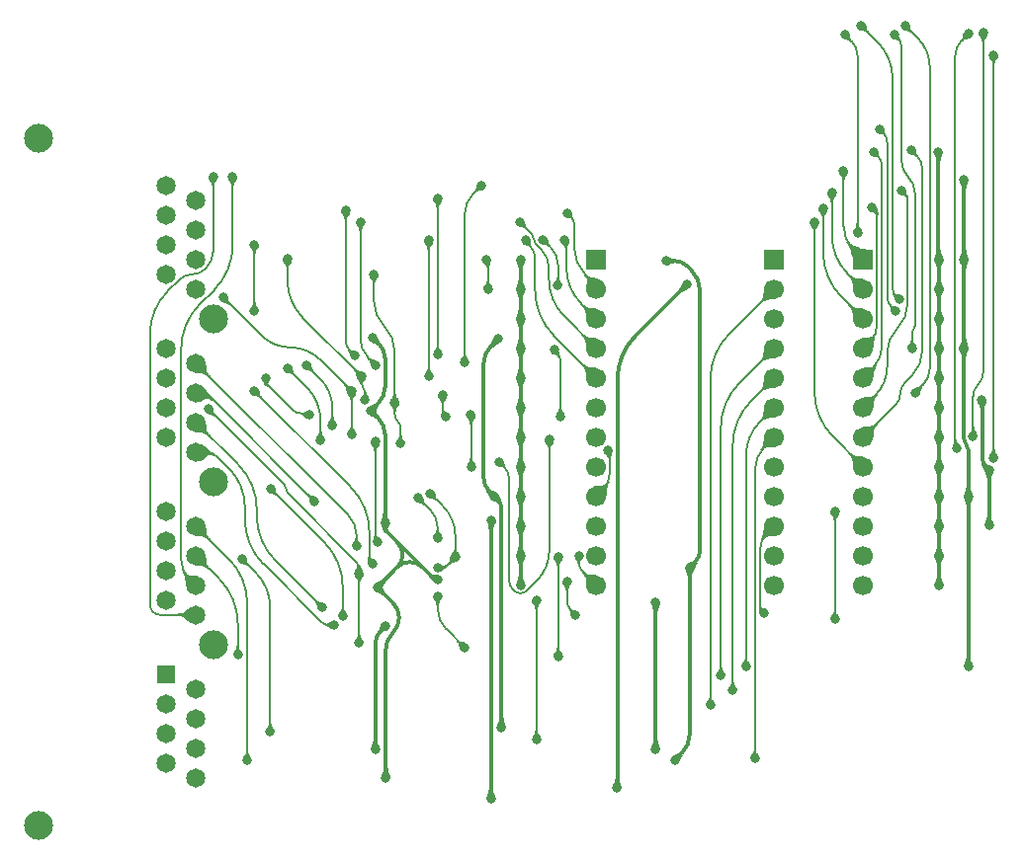
<source format=gbl>
%TF.GenerationSoftware,KiCad,Pcbnew,9.0.4*%
%TF.CreationDate,2025-08-27T19:57:53+02:00*%
%TF.ProjectId,HCP65 24 Pin Tester,48435036-3520-4323-9420-50696e205465,V1*%
%TF.SameCoordinates,Original*%
%TF.FileFunction,Copper,L2,Bot*%
%TF.FilePolarity,Positive*%
%FSLAX46Y46*%
G04 Gerber Fmt 4.6, Leading zero omitted, Abs format (unit mm)*
G04 Created by KiCad (PCBNEW 9.0.4) date 2025-08-27 19:57:53*
%MOMM*%
%LPD*%
G01*
G04 APERTURE LIST*
%TA.AperFunction,ComponentPad*%
%ADD10C,2.475000*%
%TD*%
%TA.AperFunction,ComponentPad*%
%ADD11C,1.650000*%
%TD*%
%TA.AperFunction,ComponentPad*%
%ADD12R,1.650000X1.650000*%
%TD*%
%TA.AperFunction,ComponentPad*%
%ADD13C,1.700000*%
%TD*%
%TA.AperFunction,ComponentPad*%
%ADD14R,1.700000X1.700000*%
%TD*%
%TA.AperFunction,ViaPad*%
%ADD15C,0.800000*%
%TD*%
%TA.AperFunction,Conductor*%
%ADD16C,0.200000*%
%TD*%
%TA.AperFunction,Conductor*%
%ADD17C,0.380000*%
%TD*%
G04 APERTURE END LIST*
D10*
%TO.P,J1,MH5,MH5*%
%TO.N,unconnected-(J1-PadMH5)*%
X-10920000Y-54860000D03*
%TO.P,J1,MH4,MH4*%
%TO.N,unconnected-(J1-PadMH4)*%
X4060000Y-39370000D03*
%TO.P,J1,MH3,MH3*%
%TO.N,unconnected-(J1-PadMH3)*%
X4060000Y-25400001D03*
%TO.P,J1,MH2,MH2*%
%TO.N,unconnected-(J1-PadMH2)*%
X4060000Y-11430000D03*
%TO.P,J1,MH1,MH1*%
%TO.N,unconnected-(J1-PadMH1)*%
X-10920000Y4060000D03*
D11*
%TO.P,J1,D8,D8*%
%TO.N,/IO7*%
X2540000Y-8890000D03*
%TO.P,J1,D7,D7*%
%TO.N,/IO6*%
X0Y-7619999D03*
%TO.P,J1,D6,D6*%
%TO.N,/IO5*%
X2540000Y-6350000D03*
%TO.P,J1,D5,D5*%
%TO.N,/IO4*%
X0Y-5080000D03*
%TO.P,J1,D4,D4*%
%TO.N,/IO3*%
X2540000Y-3810000D03*
%TO.P,J1,D3,D3*%
%TO.N,/IO2*%
X0Y-2540000D03*
%TO.P,J1,D2,D2*%
%TO.N,/IO1*%
X2540000Y-1270000D03*
%TO.P,J1,D1,D1*%
%TO.N,/IO0*%
X0Y0D03*
%TO.P,J1,C8,C8*%
%TO.N,/IO15*%
X2540000Y-22860000D03*
%TO.P,J1,C7,C7*%
%TO.N,/IO14*%
X0Y-21590000D03*
%TO.P,J1,C6,C6*%
%TO.N,/IO13*%
X2540000Y-20320000D03*
%TO.P,J1,C5,C5*%
%TO.N,/IO12*%
X0Y-19050000D03*
%TO.P,J1,C4,C4*%
%TO.N,/IO11*%
X2540000Y-17780000D03*
%TO.P,J1,C3,C3*%
%TO.N,/IO10*%
X0Y-16510000D03*
%TO.P,J1,C2,C2*%
%TO.N,/IO9*%
X2540000Y-15240000D03*
%TO.P,J1,C1,C1*%
%TO.N,/IO8*%
X0Y-13970001D03*
%TO.P,J1,B8,B8*%
%TO.N,/IO23*%
X2540000Y-36830000D03*
%TO.P,J1,B7,B7*%
%TO.N,/IO22*%
X0Y-35560000D03*
%TO.P,J1,B6,B6*%
%TO.N,/IO21*%
X2540000Y-34290000D03*
%TO.P,J1,B5,B5*%
%TO.N,/IO20*%
X0Y-33020000D03*
%TO.P,J1,B4,B4*%
%TO.N,/IO19*%
X2540000Y-31750000D03*
%TO.P,J1,B3,B3*%
%TO.N,/IO18*%
X0Y-30479999D03*
%TO.P,J1,B2,B2*%
%TO.N,/IO17*%
X2540000Y-29210000D03*
%TO.P,J1,B1,B1*%
%TO.N,/IO16*%
X0Y-27940000D03*
%TO.P,J1,A8,A8*%
%TO.N,/GND_{1}*%
X2540000Y-50800000D03*
%TO.P,J1,A7,A7*%
%TO.N,/GND_{2}*%
X0Y-49530000D03*
%TO.P,J1,A6,A6*%
%TO.N,/GND_{3}*%
X2540000Y-48260000D03*
%TO.P,J1,A5,A5*%
%TO.N,/GND_{4}*%
X0Y-46989999D03*
%TO.P,J1,A4,A4*%
%TO.N,/5V_{1}*%
X2540000Y-45720000D03*
%TO.P,J1,A3,A3*%
%TO.N,/5V_{2}*%
X0Y-44450000D03*
%TO.P,J1,A2,A2*%
%TO.N,/5V_{3}*%
X2540000Y-43180000D03*
D12*
%TO.P,J1,A1,A1*%
%TO.N,/12V*%
X0Y-41910000D03*
%TD*%
D13*
%TO.P,J8,12,Pin_12*%
%TO.N,/IO11*%
X36830000Y-34290000D03*
%TO.P,J8,11,Pin_11*%
%TO.N,/IO10*%
X36830000Y-31750000D03*
%TO.P,J8,10,Pin_10*%
%TO.N,/IO9*%
X36830000Y-29210000D03*
%TO.P,J8,9,Pin_9*%
%TO.N,/IO8*%
X36830000Y-26670000D03*
%TO.P,J8,8,Pin_8*%
%TO.N,/IO7*%
X36830000Y-24130000D03*
%TO.P,J8,7,Pin_7*%
%TO.N,/IO6*%
X36830000Y-21590000D03*
%TO.P,J8,6,Pin_6*%
%TO.N,/IO5*%
X36830000Y-19050000D03*
%TO.P,J8,5,Pin_5*%
%TO.N,/IO4*%
X36830000Y-16510000D03*
%TO.P,J8,4,Pin_4*%
%TO.N,/IO3*%
X36830000Y-13970000D03*
%TO.P,J8,3,Pin_3*%
%TO.N,/IO2*%
X36830000Y-11430000D03*
%TO.P,J8,2,Pin_2*%
%TO.N,/IO1*%
X36830000Y-8890000D03*
D14*
%TO.P,J8,1,Pin_1*%
%TO.N,/IO0*%
X36830000Y-6350000D03*
%TD*%
D13*
%TO.P,J3,12,Pin_12*%
%TO.N,/IO12*%
X52070000Y-34290000D03*
%TO.P,J3,11,Pin_11*%
%TO.N,/IO13*%
X52070000Y-31750000D03*
%TO.P,J3,10,Pin_10*%
%TO.N,/IO14*%
X52070000Y-29210000D03*
%TO.P,J3,9,Pin_9*%
%TO.N,/IO15*%
X52070000Y-26670000D03*
%TO.P,J3,8,Pin_8*%
%TO.N,/IO16*%
X52070000Y-24130000D03*
%TO.P,J3,7,Pin_7*%
%TO.N,/IO17*%
X52070000Y-21590000D03*
%TO.P,J3,6,Pin_6*%
%TO.N,/IO18*%
X52070000Y-19050000D03*
%TO.P,J3,5,Pin_5*%
%TO.N,/IO19*%
X52070000Y-16510000D03*
%TO.P,J3,4,Pin_4*%
%TO.N,/IO20*%
X52070000Y-13970000D03*
%TO.P,J3,3,Pin_3*%
%TO.N,/IO21*%
X52070000Y-11430000D03*
%TO.P,J3,2,Pin_2*%
%TO.N,/IO22*%
X52070000Y-8890000D03*
D14*
%TO.P,J3,1,Pin_1*%
%TO.N,/IO23*%
X52070000Y-6350000D03*
%TD*%
D13*
%TO.P,J9,12,Pin_12*%
%TO.N,/IO12*%
X59690000Y-34290000D03*
%TO.P,J9,11,Pin_11*%
%TO.N,/IO13*%
X59690000Y-31750000D03*
%TO.P,J9,10,Pin_10*%
%TO.N,/IO14*%
X59690000Y-29210000D03*
%TO.P,J9,9,Pin_9*%
%TO.N,/IO15*%
X59690000Y-26670000D03*
%TO.P,J9,8,Pin_8*%
%TO.N,/IO16*%
X59690000Y-24130000D03*
%TO.P,J9,7,Pin_7*%
%TO.N,/IO17*%
X59690000Y-21590000D03*
%TO.P,J9,6,Pin_6*%
%TO.N,/IO18*%
X59690000Y-19050000D03*
%TO.P,J9,5,Pin_5*%
%TO.N,/IO19*%
X59690000Y-16510000D03*
%TO.P,J9,4,Pin_4*%
%TO.N,/IO20*%
X59690000Y-13970000D03*
%TO.P,J9,3,Pin_3*%
%TO.N,/IO21*%
X59690000Y-11430000D03*
%TO.P,J9,2,Pin_2*%
%TO.N,/IO22*%
X59690000Y-8890000D03*
D14*
%TO.P,J9,1,Pin_1*%
%TO.N,/IO23*%
X59690000Y-6350000D03*
%TD*%
D15*
%TO.N,/5V_{1}*%
X43561000Y-49276000D03*
X42799000Y-6477000D03*
X44831000Y-32766000D03*
%TO.N,/GND_{1}*%
X69864900Y-18371700D03*
X27875700Y-28726800D03*
X27813000Y-52578000D03*
X70489000Y-29161920D03*
X70485000Y-24384000D03*
%TO.N,/IO23*%
X58005500Y1270000D03*
X4004700Y762000D03*
%TO.N,/IO21*%
X56265700Y-1973000D03*
X5687500Y733700D03*
%TO.N,/IO6*%
X15875000Y-17657000D03*
X15875000Y-21353292D03*
X4874300Y-9615700D03*
%TO.N,/IO12*%
X3605100Y-19184900D03*
X16510000Y-33274000D03*
X16510000Y-39221400D03*
%TO.N,/IO10*%
X17698272Y-32441540D03*
X7528700Y-17610800D03*
%TO.N,/IO19*%
X60600900Y2858600D03*
X48514000Y-43307000D03*
X6119100Y-40259000D03*
%TO.N,/IO15*%
X14351000Y-37719000D03*
%TO.N,/IO18*%
X62945800Y-425600D03*
X49657000Y-41275000D03*
%TO.N,/IO16*%
X55515700Y-3149100D03*
%TO.N,/IO17*%
X6928164Y-49305000D03*
X63792000Y3032700D03*
X50419000Y-49149000D03*
%TO.N,/IO14*%
X51230900Y-36682200D03*
X25527000Y-39624000D03*
X23235200Y-35215900D03*
X15113000Y-36945000D03*
X8925600Y-25999400D03*
%TO.N,/IO7*%
X19561800Y-18614700D03*
X20066000Y-22159200D03*
X17780000Y-7632000D03*
%TO.N,/IO1*%
X23241000Y-1103700D03*
X34338500Y-2359200D03*
X23219900Y-14482700D03*
%TO.N,Net-(LED1-Pad2)*%
X27559000Y-8880000D03*
X27432000Y-6350000D03*
%TO.N,/IO2*%
X16108800Y-14566600D03*
X15367000Y-2159000D03*
X34140200Y-4695800D03*
%TO.N,/IO13*%
X13366701Y-36194999D03*
%TO.N,/IO5*%
X16718700Y-16376400D03*
X17018000Y-18407000D03*
X10378100Y-6315100D03*
%TO.N,/IO22*%
X46609000Y-44577000D03*
X57015700Y-643700D03*
%TO.N,/IO4*%
X30785200Y-4711000D03*
X22469528Y-16357001D03*
X22479000Y-4711000D03*
%TO.N,/IO3*%
X30321300Y-3125100D03*
X17896200Y-15397500D03*
X16632800Y-3125100D03*
%TO.N,/IO9*%
X16295300Y-30960200D03*
%TO.N,/IO8*%
X13208000Y-21844000D03*
X37843000Y-22735800D03*
X18097600Y-30605100D03*
X10385400Y-15658900D03*
X17907000Y-21987000D03*
%TO.N,/IO11*%
X22606000Y-26416000D03*
X12691900Y-27091400D03*
X35327600Y-31750000D03*
X23250300Y-32808500D03*
X24765000Y-31877000D03*
%TO.N,/IO20*%
X47498000Y-42037000D03*
X60452000Y-1905000D03*
%TO.N,/IO0*%
X26999900Y0D03*
X25555100Y-15200100D03*
%TO.N,/GND_{2}*%
X38608000Y-51689000D03*
X44577000Y-8509000D03*
%TO.N,/5V_{3}*%
X28702000Y-46482000D03*
X28407400Y-13183700D03*
X68326000Y508000D03*
X68707000Y-41275000D03*
X68341900Y-6350000D03*
X68311700Y-13970000D03*
X68707000Y-26670000D03*
X28116100Y-26670000D03*
%TO.N,/5V_{2}*%
X17907000Y-48387000D03*
X41929500Y-35759300D03*
X41910000Y-48387000D03*
X18796000Y-37769700D03*
%TO.N,/GND_{3}*%
X66183000Y-26670000D03*
X66183000Y-6350000D03*
X66183000Y-24130000D03*
X66183000Y-8890000D03*
X30353000Y-29210000D03*
X18734400Y-28956000D03*
X30353000Y-31750000D03*
X66183000Y-34290000D03*
X17706900Y-13092900D03*
X66143800Y2875700D03*
X30353000Y-34290000D03*
X17526000Y-19326400D03*
X30353000Y-19050000D03*
X18070200Y-34458000D03*
X66183000Y-21590000D03*
X18796000Y-50788000D03*
X66183000Y-16510000D03*
X30353000Y-21590000D03*
X30353000Y-13970000D03*
X30353000Y-16510000D03*
X66183000Y-13970000D03*
X30353000Y-24130000D03*
X30353000Y-8890000D03*
X66183000Y-11430000D03*
X66183000Y-19050000D03*
X66183000Y-31750000D03*
X30353000Y-11430000D03*
X30353000Y-26670000D03*
X30353000Y-6350000D03*
X23244000Y-33832700D03*
X66183000Y-29210000D03*
%TO.N,Net-(LED5-Pad2)*%
X35052000Y-36830000D03*
X34316000Y-33949800D03*
%TO.N,/S6*%
X28544000Y-23736400D03*
X32813700Y-21817600D03*
%TO.N,/S5*%
X26084647Y-19697000D03*
X26145934Y-24139000D03*
%TO.N,/S4*%
X23669400Y-17979900D03*
X23905500Y-19818200D03*
X12264966Y-19687559D03*
X8509000Y-16496200D03*
%TO.N,/S3*%
X33750400Y-19818200D03*
X14224000Y-20574000D03*
X11993000Y-15393700D03*
X33212100Y-14098000D03*
%TO.N,/S1*%
X32255800Y-4650500D03*
X33522537Y-8598700D03*
X7542700Y-10795000D03*
X7542700Y-5070100D03*
%TO.N,/S15*%
X57277000Y-37211000D03*
X57277000Y-27940000D03*
%TO.N,/S11*%
X31702500Y-35560000D03*
X8890000Y-46863000D03*
X6474800Y-32033400D03*
X31750000Y-47498000D03*
%TO.N,/S10*%
X33566000Y-40386000D03*
X33566000Y-31874400D03*
%TO.N,/S9*%
X21590000Y-26797000D03*
X23241000Y-30226000D03*
%TO.N,/S23*%
X59210700Y-4064000D03*
X58166000Y12892000D03*
%TO.N,/S22*%
X59514000Y13716000D03*
X62764420Y-9779000D03*
%TO.N,/S21*%
X61087000Y4826000D03*
X62484000Y-10795000D03*
%TO.N,/S20*%
X62357000Y12892000D03*
X63881000Y-13970000D03*
%TO.N,/S19*%
X63286000Y13716000D03*
X64164000Y-17780000D03*
%TO.N,/S18*%
X69977000Y13081000D03*
X69103400Y-21494500D03*
%TO.N,/S17*%
X67734500Y-22553400D03*
X68687300Y12992500D03*
%TO.N,/S16*%
X70866000Y11176000D03*
X70866000Y-23368000D03*
%TD*%
D16*
%TO.N,/S17*%
X68131250Y12436450D02*
G75*
G03*
X67575189Y11094026I1342450J-1342450D01*
G01*
X67575200Y-22281457D02*
G75*
G03*
X67654838Y-22473762I271900J-43D01*
G01*
%TO.N,/S18*%
X69540200Y-17073800D02*
G75*
G03*
X69103412Y-18128328I1054500J-1054500D01*
G01*
X69977000Y-16019271D02*
G75*
G02*
X69540208Y-17073808I-1491300J-29D01*
G01*
%TO.N,/S19*%
X65405000Y-15661480D02*
G75*
G02*
X64784506Y-17159506I-2118500J-20D01*
G01*
X64345500Y12656500D02*
G75*
G02*
X65405017Y10098640I-2557900J-2557900D01*
G01*
%TO.N,/S20*%
X64008000Y-12319000D02*
G75*
G03*
X63881002Y-12625605I306600J-306600D01*
G01*
X62665250Y12583750D02*
G75*
G02*
X62973487Y11839568I-744150J-744150D01*
G01*
X62973500Y2109804D02*
G75*
G03*
X63554249Y707749I1982800J-4D01*
G01*
X64135000Y-12012394D02*
G75*
G02*
X64008002Y-12319002I-433600J-6D01*
G01*
X63554250Y707750D02*
G75*
G02*
X64134998Y-694304I-1402050J-1402050D01*
G01*
%TO.N,/S21*%
X61751100Y-9543861D02*
G75*
G03*
X62117539Y-10428561I1251100J-39D01*
G01*
X61419050Y4493950D02*
G75*
G02*
X61751104Y3692310I-801650J-801650D01*
G01*
%TO.N,/S22*%
X62221200Y-8851665D02*
G75*
G03*
X62492800Y-9507400I927300J-35D01*
G01*
X60867600Y12362400D02*
G75*
G02*
X62221209Y9094520I-3267900J-3267900D01*
G01*
%TO.N,/S23*%
X58688350Y12369650D02*
G75*
G02*
X59210694Y11108585I-1261050J-1261050D01*
G01*
%TO.N,/S9*%
X22612382Y-27819382D02*
G75*
G02*
X23241011Y-29337000I-1517582J-1517618D01*
G01*
%TO.N,/S11*%
X31702500Y-47416912D02*
G75*
G03*
X31726254Y-47474246I81100J12D01*
G01*
X7682400Y-33241000D02*
G75*
G02*
X8889998Y-36156404I-2915400J-2915400D01*
G01*
%TO.N,/S1*%
X33564400Y-8527235D02*
G75*
G02*
X33543458Y-8577758I-71500J35D01*
G01*
X32910100Y-5304800D02*
G75*
G02*
X33564392Y-6884419I-1579600J-1579600D01*
G01*
%TO.N,/S3*%
X13181264Y-16581964D02*
G75*
G02*
X14223997Y-19099350I-2517394J-2517386D01*
G01*
X33481250Y-14367150D02*
G75*
G02*
X33750385Y-15016935I-649750J-649750D01*
G01*
%TO.N,/S4*%
X8509000Y-16744750D02*
G75*
G03*
X8684752Y-17169050I600050J0D01*
G01*
X23669400Y-19415152D02*
G75*
G03*
X23787436Y-19700164I403000J-48D01*
G01*
X10698329Y-19182629D02*
G75*
G03*
X11604553Y-19558031I906271J906229D01*
G01*
X12200186Y-19622779D02*
G75*
G03*
X12043794Y-19558012I-156386J-156421D01*
G01*
%TO.N,/S5*%
X26111400Y-24080046D02*
G75*
G03*
X26128681Y-24121719I59000J46D01*
G01*
X26098023Y-19710376D02*
G75*
G02*
X26111412Y-19742670I-32323J-32324D01*
G01*
%TO.N,/S6*%
X28948950Y-24141350D02*
G75*
G02*
X29353906Y-25118985I-977650J-977650D01*
G01*
X30829847Y-34813352D02*
G75*
G02*
X30336750Y-35017619I-493147J493152D01*
G01*
X29353900Y-33832867D02*
G75*
G03*
X29700891Y-34670609I1184700J-33D01*
G01*
X32813700Y-31282279D02*
G75*
G02*
X31719647Y-33923547I-3735330J9D01*
G01*
X29843652Y-34813352D02*
G75*
G03*
X30336750Y-35017619I493148J493152D01*
G01*
%TO.N,Net-(LED5-Pad2)*%
X34316000Y-35573569D02*
G75*
G03*
X34683991Y-36462009I1256400J-31D01*
G01*
D17*
%TO.N,/GND_{3}*%
X18734400Y-29255500D02*
G75*
G03*
X18946169Y-29766787I723100J0D01*
G01*
X18130200Y-19930600D02*
G75*
G02*
X18734413Y-21389267I-1458700J-1458700D01*
G01*
X19794100Y-32734100D02*
G75*
G03*
X19794100Y-30614700I-1059700J1059700D01*
G01*
X21913500Y-32734100D02*
G75*
G03*
X19794100Y-32734100I-1059700J-1059697D01*
G01*
X18737400Y-17258410D02*
G75*
G02*
X18131697Y-18720697I-2068000J10D01*
G01*
X19401881Y-35789681D02*
G75*
G02*
X19939011Y-37086400I-1296681J-1296719D01*
G01*
X22930110Y-33750710D02*
G75*
G03*
X23128050Y-33832744I197990J197910D01*
G01*
X18222150Y-13608150D02*
G75*
G02*
X18737411Y-14852073I-1243950J-1243950D01*
G01*
X19367499Y-38417499D02*
G75*
G03*
X18796008Y-39797223I1379701J-1379701D01*
G01*
X19939000Y-37086400D02*
G75*
G02*
X19401874Y-38383111I-1833800J0D01*
G01*
X66143800Y-6283081D02*
G75*
G03*
X66163395Y-6330405I66900J-19D01*
G01*
X19794100Y-30614700D02*
X21913500Y-32734100D01*
%TO.N,/5V_{2}*%
X41919750Y-35769050D02*
G75*
G03*
X41909995Y-35792588I23550J-23550D01*
G01*
X18351500Y-38214200D02*
G75*
G03*
X17907007Y-39287317I1073100J-1073100D01*
G01*
%TO.N,/5V_{3}*%
X27178000Y-25068563D02*
G75*
G03*
X27647039Y-26200961I1601400J-37D01*
G01*
X28409050Y-26962950D02*
G75*
G02*
X28702003Y-27670193I-707250J-707250D01*
G01*
X68311700Y-21731480D02*
G75*
G03*
X68509344Y-22208656I674800J-20D01*
G01*
X68509350Y-22208650D02*
G75*
G02*
X68706992Y-22685819I-477150J-477150D01*
G01*
X27792700Y-13798400D02*
G75*
G03*
X27178007Y-15282417I1484000J-1484000D01*
G01*
X68341900Y-13918445D02*
G75*
G02*
X68326787Y-13954887I-51600J45D01*
G01*
X68326000Y-6322857D02*
G75*
G03*
X68333937Y-6342063I27100J-43D01*
G01*
%TO.N,/GND_{2}*%
X38634700Y-51643420D02*
G75*
G02*
X38621344Y-51675644I-45600J20D01*
G01*
X40228492Y-12857507D02*
G75*
G03*
X38634659Y-16705263I3847708J-3847793D01*
G01*
D16*
%TO.N,/IO0*%
X26277500Y-722399D02*
G75*
G03*
X25555111Y-2466427I1744000J-1744001D01*
G01*
%TO.N,/IO20*%
X49091792Y-16948207D02*
G75*
G03*
X47497959Y-20795963I3847708J-3847793D01*
G01*
X60894200Y-11914302D02*
G75*
G02*
X60292099Y-13367899I-2055700J2D01*
G01*
X60673100Y-2126100D02*
G75*
G02*
X60894207Y-2659882I-533800J-533800D01*
G01*
%TO.N,/IO11*%
X23685500Y-27495500D02*
G75*
G02*
X24764982Y-30101643I-2606100J-2606100D01*
G01*
X24039692Y-32602307D02*
G75*
G02*
X23541900Y-32808495I-497792J497807D01*
G01*
X35327600Y-32268800D02*
G75*
G03*
X35694445Y-33154447I1252500J0D01*
G01*
X3677661Y-18077161D02*
G75*
G03*
X2960250Y-17779999I-717411J-717409D01*
G01*
%TO.N,/IO8*%
X12019176Y-17292676D02*
G75*
G02*
X13207999Y-20162750I-2870076J-2870074D01*
G01*
X37981700Y-24703925D02*
G75*
G02*
X37405843Y-26094143I-1966100J25D01*
G01*
X17907000Y-30279725D02*
G75*
G03*
X18002307Y-30509793I325400J25D01*
G01*
X37912350Y-22805150D02*
G75*
G02*
X37981710Y-22972575I-167450J-167450D01*
G01*
%TO.N,/IO9*%
X15600602Y-28300602D02*
G75*
G02*
X16295319Y-29977750I-1677202J-1677198D01*
G01*
%TO.N,/IO3*%
X31486900Y-4619400D02*
G75*
G03*
X31666782Y-5053692I614200J0D01*
G01*
X17883542Y-15349042D02*
G75*
G02*
X17896204Y-15379600I-30542J-30558D01*
G01*
X32772537Y-8035987D02*
G75*
G03*
X34099458Y-11239458I4530363J-13D01*
G01*
X32129718Y-5516618D02*
G75*
G02*
X32772518Y-7068519I-1551918J-1551882D01*
G01*
X30321300Y-3162250D02*
G75*
G03*
X30347542Y-3225696I89700J-50D01*
G01*
X16632800Y-13204941D02*
G75*
G03*
X17264502Y-14729998I2156750J1D01*
G01*
X31307012Y-4185112D02*
G75*
G02*
X31486893Y-4619400I-434312J-434288D01*
G01*
%TO.N,/IO4*%
X30785200Y-4780200D02*
G75*
G03*
X30834123Y-4898339I167100J0D01*
G01*
X22479000Y-16340831D02*
G75*
G02*
X22474255Y-16352256I-16200J31D01*
G01*
X31190150Y-5254350D02*
G75*
G02*
X31595106Y-6231985I-977650J-977650D01*
G01*
X31595100Y-9021136D02*
G75*
G03*
X33188890Y-12868894I5441550J-4D01*
G01*
%TO.N,/IO22*%
X57015700Y-4324684D02*
G75*
G03*
X58352845Y-7552855I4565300J-16D01*
G01*
X48202792Y-12757207D02*
G75*
G03*
X46608959Y-16604963I3847708J-3847793D01*
G01*
%TO.N,/IO5*%
X16718700Y-16990762D02*
G75*
G03*
X16868339Y-17352061I510900J-38D01*
G01*
X10378100Y-8175450D02*
G75*
G03*
X11693566Y-11351266I4491280J0D01*
G01*
X16868350Y-17352050D02*
G75*
G02*
X17017985Y-17713337I-361250J-361250D01*
G01*
%TO.N,/IO13*%
X6153207Y-23933207D02*
G75*
G02*
X7747004Y-27780963I-3847757J-3847763D01*
G01*
X7747000Y-28321334D02*
G75*
G03*
X9340794Y-32169088I5441550J4D01*
G01*
%TO.N,/IO2*%
X15367000Y-13300268D02*
G75*
G03*
X15737891Y-14195709I1266300J-32D01*
G01*
X34203150Y-4758750D02*
G75*
G02*
X34266090Y-4910724I-151950J-151950D01*
G01*
X34266100Y-7053148D02*
G75*
G03*
X35548052Y-10148048I4376840J-2D01*
G01*
%TO.N,Net-(LED1-Pad2)*%
X27495500Y-6413500D02*
G75*
G02*
X27558999Y-6566802I-153300J-153300D01*
G01*
%TO.N,/IO1*%
X23241000Y-14446680D02*
G75*
G02*
X23230456Y-14472156I-36000J-20D01*
G01*
X34641050Y-2661750D02*
G75*
G02*
X34943612Y-3392170I-730450J-730450D01*
G01*
X34943600Y-5350713D02*
G75*
G03*
X35886804Y-7627796I3220300J13D01*
G01*
%TO.N,/IO7*%
X18670900Y-12066900D02*
G75*
G02*
X19561791Y-14217722I-2150800J-2150800D01*
G01*
X17780000Y-9916077D02*
G75*
G03*
X18670899Y-12066901I3041720J-3D01*
G01*
X19561800Y-19621876D02*
G75*
G03*
X19813893Y-20230507I860700J-24D01*
G01*
X19813900Y-20230500D02*
G75*
G02*
X20065990Y-20839123I-608600J-608600D01*
G01*
%TO.N,/IO14*%
X51461250Y-29818750D02*
G75*
G03*
X50852501Y-31288402I1469650J-1469650D01*
G01*
X23235200Y-36274050D02*
G75*
G03*
X23983425Y-38080425I2554600J0D01*
G01*
X50852500Y-36036230D02*
G75*
G03*
X51041709Y-36492991I646000J30D01*
G01*
X13519207Y-30593007D02*
G75*
G02*
X15113004Y-34440763I-3847757J-3847763D01*
G01*
%TO.N,/IO17*%
X63246660Y-16953839D02*
G75*
G03*
X62865043Y-17875250I921440J-921361D01*
G01*
X62865000Y-17875250D02*
G75*
G02*
X62483320Y-18796641I-1303100J50D01*
G01*
X51244500Y-22415500D02*
G75*
G03*
X50419014Y-24408433I1992900J-1992900D01*
G01*
X5334371Y-32004371D02*
G75*
G02*
X6928164Y-35852127I-3847761J-3847759D01*
G01*
X64281000Y2543700D02*
G75*
G02*
X64770021Y1363149I-1180600J-1180600D01*
G01*
X64770000Y-14083461D02*
G75*
G02*
X63817511Y-16383011I-3252000J-39D01*
G01*
%TO.N,/IO16*%
X55515700Y-17701736D02*
G75*
G03*
X57109490Y-21549494I5441550J-4D01*
G01*
%TO.N,/IO18*%
X63222900Y-702700D02*
G75*
G02*
X63500009Y-1371678I-669000J-669000D01*
G01*
X61744600Y-15542578D02*
G75*
G02*
X60717306Y-18022706I-3507400J-22D01*
G01*
X50863500Y-20256500D02*
G75*
G03*
X49657020Y-23169248I2912700J-2912700D01*
G01*
X63500000Y-10121144D02*
G75*
G02*
X62622287Y-12240087I-2996700J44D01*
G01*
X62622300Y-12240100D02*
G75*
G03*
X61744623Y-14359055I2118900J-2118900D01*
G01*
%TO.N,/IO15*%
X5347175Y-24243825D02*
G75*
G02*
X6731002Y-27584674I-3340855J-3340855D01*
G01*
X13265991Y-37435591D02*
G75*
G03*
X13950200Y-37719005I684209J684191D01*
G01*
X4466580Y-23363230D02*
G75*
G03*
X3251675Y-22859998I-1214910J-1214910D01*
G01*
X6731000Y-28646636D02*
G75*
G03*
X8324790Y-32494394I5441550J-4D01*
G01*
%TO.N,/IO19*%
X4525307Y-33735307D02*
G75*
G02*
X6119104Y-37583063I-3847757J-3847763D01*
G01*
X60955800Y2503700D02*
G75*
G02*
X61310698Y1646895I-856800J-856800D01*
G01*
X61310700Y-13743292D02*
G75*
G02*
X60500352Y-15699652I-2766700J-8D01*
G01*
X50107792Y-18472207D02*
G75*
G03*
X48513959Y-22319963I3847708J-3847793D01*
G01*
%TO.N,/IO10*%
X17395900Y-31925358D02*
G75*
G03*
X17547061Y-32290379I516200J-42D01*
G01*
X15802107Y-25884207D02*
G75*
G02*
X17395904Y-29731963I-3847757J-3847763D01*
G01*
%TO.N,/IO12*%
X16251375Y-32283875D02*
G75*
G02*
X16510035Y-32908250I-624375J-624425D01*
G01*
X10126946Y-25706746D02*
G75*
G02*
X10287023Y-26093150I-386446J-386454D01*
G01*
X10287000Y-26093150D02*
G75*
G03*
X10447019Y-26479587I546500J-50D01*
G01*
%TO.N,/IO6*%
X13163505Y-14945505D02*
G75*
G03*
X10637500Y-13899197I-2526005J-2525995D01*
G01*
X8111494Y-12852894D02*
G75*
G03*
X10637500Y-13899203I2526006J2525994D01*
G01*
%TO.N,/IO21*%
X56265700Y-5751736D02*
G75*
G03*
X57859490Y-9599494I5441550J-4D01*
G01*
X5687500Y-5118436D02*
G75*
G02*
X4093706Y-8966192I-5441554J3D01*
G01*
X1270000Y-32121974D02*
G75*
G03*
X1905001Y-33654999I2168030J4D01*
G01*
X2863792Y-10196107D02*
G75*
G03*
X1270002Y-14043863I3847758J-3847753D01*
G01*
%TO.N,/IO23*%
X3338753Y-7163846D02*
G75*
G02*
X2237502Y-7620002I-1101253J1101246D01*
G01*
X4004700Y-5704455D02*
G75*
G02*
X3443650Y-7058950I-1915560J5D01*
G01*
X2237502Y-7620000D02*
G75*
G03*
X1136250Y-8076153I-2J-1557400D01*
G01*
X97702Y-9114702D02*
G75*
G03*
X-1396999Y-12723231I3608528J-3608528D01*
G01*
X-1397000Y-35962789D02*
G75*
G03*
X-1143000Y-36576000I867220J3D01*
G01*
X58005500Y-3474378D02*
G75*
G03*
X58847744Y-5507756I2875600J-22D01*
G01*
X-1143000Y-36576000D02*
G75*
G03*
X-529789Y-36830000I613214J613220D01*
G01*
D17*
%TO.N,/GND_{1}*%
X69880000Y-18386800D02*
G75*
G02*
X69895119Y-18423254I-36500J-36500D01*
G01*
X27844350Y-28758150D02*
G75*
G03*
X27813015Y-28833835I75650J-75650D01*
G01*
X70485000Y-29155091D02*
G75*
G03*
X70487002Y-29159918I6800J-9D01*
G01*
X69895100Y-23376977D02*
G75*
G03*
X70190043Y-24089057I1007000J-23D01*
G01*
%TO.N,/5V_{1}*%
X44831000Y-47107974D02*
G75*
G02*
X44196008Y-48641008I-2168000J-26D01*
G01*
X44689914Y-6970914D02*
G75*
G03*
X43497500Y-6476992I-1192414J-1192386D01*
G01*
X44960000Y-7241000D02*
G75*
G02*
X45724017Y-9085459I-1844500J-1844500D01*
G01*
X45724000Y-31241553D02*
G75*
G02*
X45277484Y-32319484I-1524500J53D01*
G01*
X44831000Y-47107974D02*
X44831000Y-32766000D01*
X44196000Y-48641000D02*
X43561000Y-49276000D01*
X44831000Y-32766000D02*
X45277500Y-32319500D01*
X45724000Y-9085459D02*
X45724000Y-31241553D01*
X44689914Y-6970914D02*
X44960000Y-7241000D01*
X43497500Y-6477000D02*
X42799000Y-6477000D01*
D16*
%TO.N,/IO11*%
X35327600Y-31750000D02*
X35327600Y-32268800D01*
X35694446Y-33154446D02*
X36830000Y-34290000D01*
D17*
%TO.N,/GND_{2}*%
X44577000Y-8509000D02*
X40228492Y-12857507D01*
X38634700Y-51643420D02*
X38634700Y-16705263D01*
X38621350Y-51675650D02*
X38608000Y-51689000D01*
%TO.N,/GND_{1}*%
X70485000Y-24384000D02*
X70190050Y-24089050D01*
X27875700Y-28726800D02*
X27844350Y-28758150D01*
X70489000Y-29161920D02*
X70487000Y-29159920D01*
X69864900Y-18371700D02*
X69880000Y-18386800D01*
X69895100Y-18423254D02*
X69895100Y-23376977D01*
X70485000Y-24384000D02*
X70485000Y-29155091D01*
X27813000Y-52578000D02*
X27813000Y-28833835D01*
D16*
%TO.N,/IO23*%
X58005500Y-3474378D02*
X58005500Y1270000D01*
X1136250Y-8076153D02*
X97702Y-9114702D01*
X3338753Y-7163846D02*
X3443650Y-7058950D01*
X-1396999Y-12723231D02*
X-1397000Y-35962789D01*
X58847750Y-5507750D02*
X59690000Y-6350000D01*
X-529789Y-36830000D02*
X2540000Y-36830000D01*
X4004700Y-5704455D02*
X4004700Y762000D01*
%TO.N,/IO21*%
X1270000Y-32121974D02*
X1270000Y-14043863D01*
X1905000Y-33655000D02*
X2540000Y-34290000D01*
X57859492Y-9599492D02*
X59690000Y-11430000D01*
X5687500Y-5118436D02*
X5687500Y733700D01*
X56265700Y-5751736D02*
X56265700Y-1973000D01*
X4093706Y-8966192D02*
X2863792Y-10196107D01*
%TO.N,/IO6*%
X8111494Y-12852894D02*
X4874300Y-9615700D01*
X15875000Y-21353292D02*
X15875000Y-17657000D01*
X13163505Y-14945505D02*
X15875000Y-17657000D01*
%TO.N,/IO12*%
X16510000Y-32908250D02*
X16510000Y-33274000D01*
X3605100Y-19184900D02*
X10126946Y-25706746D01*
X16251375Y-32283875D02*
X10447053Y-26479553D01*
X16510000Y-39221400D02*
X16510000Y-33274000D01*
%TO.N,/IO10*%
X17395900Y-31925358D02*
X17395900Y-29731963D01*
X17698272Y-32441540D02*
X17547086Y-32290354D01*
X7528700Y-17610800D02*
X15802107Y-25884207D01*
%TO.N,/IO19*%
X60500350Y-15699650D02*
X59690000Y-16510000D01*
X50107792Y-18472207D02*
X52070000Y-16510000D01*
X61310700Y1646895D02*
X61310700Y-13743292D01*
X6119100Y-40259000D02*
X6119100Y-37583063D01*
X60955800Y2503700D02*
X60600900Y2858600D01*
X48514000Y-43307000D02*
X48514000Y-22319963D01*
X4525307Y-33735307D02*
X2540000Y-31750000D01*
%TO.N,/IO15*%
X13950200Y-37719000D02*
X14351000Y-37719000D01*
X5347175Y-24243825D02*
X4466580Y-23363230D01*
X13265991Y-37435591D02*
X8324792Y-32494392D01*
X6731000Y-27584674D02*
X6731000Y-28646636D01*
%TO.N,/IO18*%
X63222900Y-702700D02*
X62945800Y-425600D01*
X63500000Y-1371678D02*
X63500000Y-10121144D01*
X50863500Y-20256500D02*
X52070000Y-19050000D01*
X60717300Y-18022700D02*
X59690000Y-19050000D01*
X49657000Y-41275000D02*
X49657000Y-23169248D01*
X61744600Y-15542578D02*
X61744600Y-14359055D01*
%TO.N,/IO16*%
X55515700Y-3149100D02*
X55515700Y-17701736D01*
X57109492Y-21549492D02*
X59690000Y-24130000D01*
%TO.N,/IO17*%
X63246660Y-16953839D02*
X63817500Y-16383000D01*
X62483339Y-18796660D02*
X59690000Y-21590000D01*
X63792000Y3032700D02*
X64281000Y2543700D01*
X64770000Y1363149D02*
X64770000Y-14083461D01*
X50419000Y-24408433D02*
X50419000Y-49149000D01*
X6928164Y-49305000D02*
X6928164Y-35852127D01*
X5334371Y-32004371D02*
X2540000Y-29210000D01*
X51244500Y-22415500D02*
X52070000Y-21590000D01*
%TO.N,/IO14*%
X23235200Y-36274050D02*
X23235200Y-35215900D01*
X51041700Y-36493000D02*
X51230900Y-36682200D01*
X8925600Y-25999400D02*
X13519207Y-30593007D01*
X50852500Y-31288402D02*
X50852500Y-36036230D01*
X25527000Y-39624000D02*
X23983425Y-38080425D01*
X51461250Y-29818750D02*
X52070000Y-29210000D01*
X15113000Y-36945000D02*
X15113000Y-34440763D01*
%TO.N,/IO7*%
X19561800Y-18614700D02*
X19561800Y-19621876D01*
X20066000Y-20839123D02*
X20066000Y-22159200D01*
X19561800Y-18614700D02*
X19561800Y-14217722D01*
X17780000Y-7632000D02*
X17780000Y-9916077D01*
%TO.N,/IO1*%
X34641050Y-2661750D02*
X34338500Y-2359200D01*
X23219900Y-14482700D02*
X23230450Y-14472150D01*
X35886800Y-7627800D02*
X36830000Y-8571000D01*
X34943600Y-3392170D02*
X34943600Y-5350713D01*
X23241000Y-1103700D02*
X23241000Y-14446680D01*
%TO.N,Net-(LED1-Pad2)*%
X27432000Y-6350000D02*
X27495500Y-6413500D01*
X27559000Y-8880000D02*
X27559000Y-6566802D01*
%TO.N,/IO2*%
X34266100Y-4910724D02*
X34266100Y-7053148D01*
X15367000Y-13300268D02*
X15367000Y-2159000D01*
X34140200Y-4695800D02*
X34203150Y-4758750D01*
X15737900Y-14195700D02*
X16108800Y-14566600D01*
X35548050Y-10148050D02*
X36830000Y-11430000D01*
%TO.N,/IO13*%
X7747000Y-27780963D02*
X7747000Y-28321334D01*
X9340792Y-32169090D02*
X13366701Y-36194999D01*
X6153207Y-23933207D02*
X2540000Y-20320000D01*
%TO.N,/IO5*%
X11693566Y-11351266D02*
X16718700Y-16376400D01*
X16718700Y-16990762D02*
X16718700Y-16376400D01*
X17018000Y-17713337D02*
X17018000Y-18407000D01*
X10378100Y-8175450D02*
X10378100Y-6315100D01*
%TO.N,/IO22*%
X58352850Y-7552850D02*
X59690000Y-8890000D01*
X57015700Y-4324684D02*
X57015700Y-643700D01*
X46609000Y-16604963D02*
X46609000Y-44577000D01*
X48202792Y-12757207D02*
X52070000Y-8890000D01*
%TO.N,/IO4*%
X31595100Y-6231985D02*
X31595100Y-9021136D01*
X22474264Y-16352265D02*
X22469528Y-16357001D01*
X30785200Y-4711000D02*
X30785200Y-4780200D01*
X30834131Y-4898331D02*
X31190150Y-5254350D01*
X33188892Y-12868892D02*
X36830000Y-16510000D01*
X22479000Y-4711000D02*
X22479000Y-16340831D01*
%TO.N,/IO3*%
X32772537Y-8035987D02*
X32772537Y-7068519D01*
X30321300Y-3125100D02*
X30321300Y-3162250D01*
X34099458Y-11239458D02*
X36830000Y-13970000D01*
X30347569Y-3225669D02*
X31307012Y-4185112D01*
X31666787Y-5053687D02*
X32129718Y-5516618D01*
X17883542Y-15349042D02*
X17264500Y-14730000D01*
X17896200Y-15379600D02*
X17896200Y-15397500D01*
X16632800Y-3125100D02*
X16632800Y-13204941D01*
%TO.N,/IO9*%
X15600602Y-28300602D02*
X2540000Y-15240000D01*
X16295300Y-29977750D02*
X16295300Y-30960200D01*
%TO.N,/IO8*%
X17907000Y-30279725D02*
X17907000Y-21987000D01*
X13208000Y-20162750D02*
X13208000Y-21844000D01*
X37981700Y-24703925D02*
X37981700Y-22972575D01*
X18002300Y-30509800D02*
X18097600Y-30605100D01*
X37912350Y-22805150D02*
X37843000Y-22735800D01*
X37405850Y-26094150D02*
X36830000Y-26670000D01*
X12019176Y-17292676D02*
X10385400Y-15658900D01*
%TO.N,/IO11*%
X22606000Y-26416000D02*
X23685500Y-27495500D01*
X12691900Y-27091400D02*
X3677661Y-18077161D01*
X23541900Y-32808500D02*
X23250300Y-32808500D01*
X24765000Y-30101643D02*
X24765000Y-31877000D01*
X24039692Y-32602307D02*
X24765000Y-31877000D01*
%TO.N,/IO20*%
X60452000Y-1905000D02*
X60673100Y-2126100D01*
X60894200Y-11914302D02*
X60894200Y-2659882D01*
X60292100Y-13367900D02*
X59690000Y-13970000D01*
X49091792Y-16948207D02*
X52070000Y-13970000D01*
X47498000Y-20795963D02*
X47498000Y-42037000D01*
%TO.N,/IO0*%
X25555100Y-2466427D02*
X25555100Y-15200100D01*
X26999900Y0D02*
X26277500Y-722399D01*
D17*
%TO.N,/5V_{3}*%
X28407400Y-13183700D02*
X27792700Y-13798400D01*
X68326000Y508000D02*
X68326000Y-6322857D01*
X68707000Y-41275000D02*
X68707000Y-26670000D01*
X68311700Y-21731480D02*
X68311700Y-13970000D01*
X68707000Y-22685819D02*
X68707000Y-26670000D01*
X28702000Y-27670193D02*
X28702000Y-46482000D01*
X68341900Y-6350000D02*
X68333950Y-6342050D01*
X68326800Y-13954900D02*
X68311700Y-13970000D01*
X27178000Y-25068563D02*
X27178000Y-15282417D01*
X68341900Y-6350000D02*
X68341900Y-13918445D01*
X28409050Y-26962950D02*
X28116100Y-26670000D01*
X27647050Y-26200950D02*
X28116100Y-26670000D01*
%TO.N,/5V_{2}*%
X41910000Y-35792588D02*
X41910000Y-48387000D01*
X41919750Y-35769050D02*
X41929500Y-35759300D01*
X18351500Y-38214200D02*
X18796000Y-37769700D01*
X17907000Y-39287317D02*
X17907000Y-48387000D01*
%TO.N,/GND_{3}*%
X19794100Y-32734100D02*
X18070200Y-34458000D01*
X30353000Y-34290000D02*
X30353000Y-31750000D01*
X19401881Y-35789681D02*
X18070200Y-34458000D01*
X66183000Y-11430000D02*
X66183000Y-13970000D01*
X66183000Y-26670000D02*
X66183000Y-29210000D01*
X66183000Y-24130000D02*
X66183000Y-21590000D01*
X66183000Y-26670000D02*
X66183000Y-24130000D01*
X18130200Y-19930600D02*
X17526000Y-19326400D01*
X66143800Y2875700D02*
X66143800Y-6283081D01*
X18131700Y-18720700D02*
X17526000Y-19326400D01*
X66183000Y-6350000D02*
X66163400Y-6330400D01*
X30353000Y-26670000D02*
X30353000Y-29210000D01*
X66183000Y-34290000D02*
X66183000Y-31750000D01*
X30353000Y-11430000D02*
X30353000Y-8890000D01*
X18734400Y-21389267D02*
X18734400Y-28956000D01*
X21913500Y-32734100D02*
X22930110Y-33750710D01*
X18737400Y-17258410D02*
X18737400Y-14852073D01*
X30353000Y-26670000D02*
X30353000Y-24130000D01*
X18734400Y-29255500D02*
X18734400Y-28956000D01*
X30353000Y-8890000D02*
X30353000Y-6350000D01*
X66183000Y-19050000D02*
X66183000Y-16510000D01*
X66183000Y-11430000D02*
X66183000Y-8890000D01*
X30353000Y-16510000D02*
X30353000Y-13970000D01*
X19367499Y-38417499D02*
X19401881Y-38383118D01*
X30353000Y-24130000D02*
X30353000Y-21590000D01*
X30353000Y-19050000D02*
X30353000Y-16510000D01*
X17706900Y-13092900D02*
X18222150Y-13608150D01*
X66183000Y-16510000D02*
X66183000Y-13970000D01*
X66183000Y-31750000D02*
X66183000Y-29210000D01*
X66183000Y-19050000D02*
X66183000Y-21590000D01*
X30353000Y-31750000D02*
X30353000Y-29210000D01*
X18796000Y-39797223D02*
X18796000Y-50788000D01*
X18946178Y-29766778D02*
X19794100Y-30614700D01*
X23128050Y-33832700D02*
X23244000Y-33832700D01*
X66183000Y-6350000D02*
X66183000Y-8890000D01*
X30353000Y-19050000D02*
X30353000Y-21590000D01*
X30353000Y-11430000D02*
X30353000Y-13970000D01*
D16*
%TO.N,Net-(LED5-Pad2)*%
X34316000Y-35573569D02*
X34316000Y-33949800D01*
X34684000Y-36462000D02*
X35052000Y-36830000D01*
%TO.N,/S6*%
X29353900Y-25118985D02*
X29353900Y-33832867D01*
X29700900Y-34670600D02*
X29843652Y-34813352D01*
X30829847Y-34813352D02*
X31719650Y-33923550D01*
X28544000Y-23736400D02*
X28948950Y-24141350D01*
X32813700Y-21817600D02*
X32813700Y-31282279D01*
%TO.N,/S5*%
X26128667Y-24121733D02*
X26145934Y-24139000D01*
X26098023Y-19710376D02*
X26084647Y-19697000D01*
X26111400Y-24080046D02*
X26111400Y-19742670D01*
%TO.N,/S4*%
X12264966Y-19687559D02*
X12200186Y-19622779D01*
X8684751Y-17169051D02*
X10698329Y-19182629D01*
X23669400Y-19415152D02*
X23669400Y-17979900D01*
X11604553Y-19558000D02*
X12043794Y-19558000D01*
X8509000Y-16496200D02*
X8509000Y-16744750D01*
X23905500Y-19818200D02*
X23787450Y-19700150D01*
%TO.N,/S3*%
X11993000Y-15393700D02*
X13181264Y-16581964D01*
X33750400Y-19818200D02*
X33750400Y-15016935D01*
X33212100Y-14098000D02*
X33481250Y-14367150D01*
X14224000Y-20574000D02*
X14224000Y-19099350D01*
%TO.N,/S1*%
X33543468Y-8577768D02*
X33522537Y-8598700D01*
X7542700Y-10795000D02*
X7542700Y-5070100D01*
X33564400Y-8527235D02*
X33564400Y-6884419D01*
X32255800Y-4650500D02*
X32910100Y-5304800D01*
%TO.N,/S15*%
X57277000Y-27940000D02*
X57277000Y-37211000D01*
%TO.N,/S11*%
X31726250Y-47474250D02*
X31750000Y-47498000D01*
X31702500Y-47416912D02*
X31702500Y-35560000D01*
X8890000Y-46863000D02*
X8890000Y-36156404D01*
X7682400Y-33241000D02*
X6474800Y-32033400D01*
%TO.N,/S10*%
X33566000Y-31874400D02*
X33566000Y-40386000D01*
%TO.N,/S9*%
X22612382Y-27819382D02*
X21590000Y-26797000D01*
X23241000Y-29337000D02*
X23241000Y-30226000D01*
%TO.N,/S23*%
X58166000Y12892000D02*
X58688350Y12369650D01*
X59210700Y11108585D02*
X59210700Y-4064000D01*
%TO.N,/S22*%
X59514000Y13716000D02*
X60867600Y12362400D01*
X62221200Y-8851665D02*
X62221200Y9094520D01*
X62492810Y-9507390D02*
X62764420Y-9779000D01*
%TO.N,/S21*%
X61751100Y-9543861D02*
X61751100Y3692310D01*
X62484000Y-10795000D02*
X62117550Y-10428550D01*
X61087000Y4826000D02*
X61419050Y4493950D01*
%TO.N,/S20*%
X64135000Y-12012394D02*
X64135000Y-694304D01*
X62973500Y11839568D02*
X62973500Y2109804D01*
X62665250Y12583750D02*
X62357000Y12892000D01*
X63881000Y-12625605D02*
X63881000Y-13970000D01*
%TO.N,/S19*%
X63286000Y13716000D02*
X64345500Y12656500D01*
X64164000Y-17780000D02*
X64784500Y-17159500D01*
X65405000Y-15661480D02*
X65405000Y10098640D01*
%TO.N,/S18*%
X69103400Y-18128328D02*
X69103400Y-21494500D01*
X69977000Y-16019271D02*
X69977000Y13081000D01*
%TO.N,/S17*%
X67575200Y11094026D02*
X67575200Y-22281457D01*
X67734500Y-22553400D02*
X67654850Y-22473750D01*
X68131250Y12436450D02*
X68687300Y12992500D01*
%TO.N,/S16*%
X70866000Y11176000D02*
X70866000Y-23368000D01*
%TD*%
%TA.AperFunction,Conductor*%
%TO.N,/S22*%
G36*
X62373938Y-9135544D02*
G01*
X62431001Y-9236791D01*
X62501650Y-9298230D01*
X62581378Y-9327534D01*
X62670765Y-9341406D01*
X62723082Y-9348344D01*
X62724253Y-9348562D01*
X62855911Y-9380262D01*
X62858466Y-9381205D01*
X62974929Y-9440450D01*
X62980749Y-9447255D01*
X62980052Y-9456183D01*
X62979366Y-9457358D01*
X62767503Y-9775861D01*
X62760067Y-9780851D01*
X62760015Y-9780862D01*
X62383586Y-9854781D01*
X62374808Y-9853012D01*
X62369851Y-9845554D01*
X62350565Y-9747330D01*
X62350563Y-9747320D01*
X62340890Y-9697811D01*
X62288170Y-9475425D01*
X62188135Y-9213675D01*
X62188383Y-9204725D01*
X62194584Y-9198693D01*
X62359271Y-9130481D01*
X62368224Y-9130481D01*
X62373938Y-9135544D01*
G37*
%TD.AperFunction*%
%TD*%
%TA.AperFunction,Conductor*%
%TO.N,/S3*%
G36*
X33601699Y-14023989D02*
G01*
X33606656Y-14031447D01*
X33606658Y-14031458D01*
X33625024Y-14125493D01*
X33628890Y-14145287D01*
X33644109Y-14223390D01*
X33644113Y-14223405D01*
X33692635Y-14419382D01*
X33692638Y-14419390D01*
X33786669Y-14664362D01*
X33786434Y-14673314D01*
X33780223Y-14679364D01*
X33615562Y-14747566D01*
X33606607Y-14747566D01*
X33600889Y-14742496D01*
X33543891Y-14641244D01*
X33543889Y-14641242D01*
X33473373Y-14579668D01*
X33446850Y-14569823D01*
X33393808Y-14550133D01*
X33393804Y-14550132D01*
X33393800Y-14550131D01*
X33304613Y-14535965D01*
X33253907Y-14529080D01*
X33252727Y-14528857D01*
X33120845Y-14496915D01*
X33118291Y-14495970D01*
X33001585Y-14436551D01*
X32995767Y-14429744D01*
X32996467Y-14420817D01*
X32997151Y-14419645D01*
X32997326Y-14419382D01*
X33209017Y-14101137D01*
X33216452Y-14096148D01*
X33216492Y-14096139D01*
X33592923Y-14022220D01*
X33601699Y-14023989D01*
G37*
%TD.AperFunction*%
%TD*%
%TA.AperFunction,Conductor*%
%TO.N,/S4*%
G36*
X8888364Y-16571641D02*
G01*
X8895803Y-16576626D01*
X8897538Y-16585411D01*
X8897178Y-16586777D01*
X8855457Y-16713308D01*
X8854646Y-16715191D01*
X8795368Y-16825278D01*
X8795315Y-16825377D01*
X8753932Y-16900487D01*
X8729016Y-16980748D01*
X8729941Y-17018191D01*
X8729943Y-17018203D01*
X8741015Y-17057114D01*
X8741020Y-17057126D01*
X8767512Y-17103507D01*
X8767519Y-17103516D01*
X8804058Y-17145817D01*
X8806873Y-17154318D01*
X8803477Y-17161738D01*
X8677983Y-17287232D01*
X8669710Y-17290659D01*
X8661475Y-17287270D01*
X8557567Y-17184316D01*
X8557549Y-17184298D01*
X8464391Y-17091587D01*
X8463857Y-17091019D01*
X8392518Y-17009870D01*
X8336475Y-16946120D01*
X8335697Y-16945132D01*
X8183279Y-16728202D01*
X8181327Y-16719464D01*
X8186127Y-16711904D01*
X8186241Y-16711825D01*
X8504248Y-16498209D01*
X8513025Y-16496441D01*
X8888364Y-16571641D01*
G37*
%TD.AperFunction*%
%TD*%
%TA.AperFunction,Conductor*%
%TO.N,/S4*%
G36*
X23767408Y-19095773D02*
G01*
X23770736Y-19102523D01*
X23785289Y-19213404D01*
X23803960Y-19257201D01*
X23828726Y-19292405D01*
X23828728Y-19292408D01*
X23893373Y-19344730D01*
X23893375Y-19344731D01*
X23972868Y-19385738D01*
X23972893Y-19385750D01*
X23972896Y-19385752D01*
X24040489Y-19419456D01*
X24041853Y-19420257D01*
X24146972Y-19491918D01*
X24149205Y-19493902D01*
X24229375Y-19585967D01*
X24232224Y-19594456D01*
X24228235Y-19602473D01*
X24227072Y-19603365D01*
X23909549Y-19816481D01*
X23900770Y-19818246D01*
X23900718Y-19818236D01*
X23524287Y-19742400D01*
X23516854Y-19737406D01*
X23515059Y-19728995D01*
X23562973Y-19443304D01*
X23569540Y-19181576D01*
X23569418Y-19104063D01*
X23572832Y-19095786D01*
X23581100Y-19092346D01*
X23759135Y-19092346D01*
X23767408Y-19095773D01*
G37*
%TD.AperFunction*%
%TD*%
%TA.AperFunction,Conductor*%
%TO.N,/GND_{3}*%
G36*
X19113709Y-29031430D02*
G01*
X19121146Y-29036415D01*
X19122881Y-29045200D01*
X19122504Y-29046614D01*
X19082145Y-29167213D01*
X19081286Y-29169168D01*
X19023367Y-29273765D01*
X19023269Y-29273938D01*
X18987633Y-29335792D01*
X18959627Y-29414669D01*
X18959003Y-29450979D01*
X18959003Y-29450986D01*
X18968322Y-29488877D01*
X18968326Y-29488888D01*
X18992658Y-29534308D01*
X19026740Y-29575408D01*
X19027056Y-29575788D01*
X19029699Y-29584344D01*
X19026174Y-29591677D01*
X18769410Y-29839404D01*
X18761076Y-29842682D01*
X18752866Y-29839108D01*
X18752433Y-29838633D01*
X18670975Y-29744359D01*
X18669999Y-29743056D01*
X18613639Y-29655758D01*
X18612803Y-29654221D01*
X18577429Y-29575394D01*
X18577009Y-29574314D01*
X18551037Y-29496311D01*
X18500287Y-29355151D01*
X18500286Y-29355148D01*
X18490729Y-29335792D01*
X18459910Y-29273370D01*
X18407651Y-29187790D01*
X18406264Y-29178943D01*
X18411110Y-29171981D01*
X18729661Y-28957997D01*
X18738437Y-28956229D01*
X19113709Y-29031430D01*
G37*
%TD.AperFunction*%
%TD*%
%TA.AperFunction,Conductor*%
%TO.N,/IO20*%
G36*
X60841629Y-1830983D02*
G01*
X60846582Y-1838423D01*
X60913620Y-2177021D01*
X60980978Y-2517223D01*
X60979223Y-2526004D01*
X60971784Y-2530970D01*
X60797108Y-2565719D01*
X60788325Y-2563972D01*
X60783765Y-2558059D01*
X60748088Y-2454608D01*
X60721127Y-2417384D01*
X60689592Y-2390226D01*
X60613987Y-2357651D01*
X60613983Y-2357650D01*
X60613980Y-2357649D01*
X60557090Y-2346513D01*
X60523655Y-2339969D01*
X60516728Y-2338813D01*
X60492086Y-2334700D01*
X60491182Y-2334512D01*
X60355551Y-2300696D01*
X60353113Y-2299791D01*
X60241557Y-2243531D01*
X60235713Y-2236746D01*
X60236378Y-2227816D01*
X60237085Y-2226601D01*
X60270087Y-2177021D01*
X60449104Y-1908076D01*
X60456539Y-1903090D01*
X60832851Y-1829214D01*
X60841629Y-1830983D01*
G37*
%TD.AperFunction*%
%TD*%
%TA.AperFunction,Conductor*%
%TO.N,/IO11*%
G36*
X23340547Y-32419712D02*
G01*
X23411811Y-32440291D01*
X23413505Y-32440927D01*
X23484955Y-32474242D01*
X23486444Y-32475074D01*
X23606728Y-32554354D01*
X23689351Y-32610134D01*
X23764828Y-32638512D01*
X23793936Y-32639000D01*
X23801213Y-32639122D01*
X23801213Y-32639121D01*
X23801214Y-32639122D01*
X23839470Y-32629561D01*
X23885582Y-32604794D01*
X23927765Y-32569968D01*
X23936326Y-32567344D01*
X23943658Y-32570894D01*
X24066071Y-32698567D01*
X24069323Y-32706910D01*
X24065723Y-32715109D01*
X24065319Y-32715479D01*
X23864808Y-32890482D01*
X23863490Y-32891477D01*
X23697923Y-32999071D01*
X23697785Y-32999160D01*
X23482141Y-33135031D01*
X23473315Y-33136542D01*
X23466192Y-33131656D01*
X23252296Y-32813237D01*
X23250527Y-32804459D01*
X23250536Y-32804414D01*
X23325837Y-32428653D01*
X23330822Y-32421218D01*
X23339607Y-32419483D01*
X23340547Y-32419712D01*
G37*
%TD.AperFunction*%
%TD*%
%TA.AperFunction,Conductor*%
%TO.N,/IO11*%
G36*
X3232481Y-17331227D02*
G01*
X3428012Y-17618335D01*
X3577986Y-17816767D01*
X3733500Y-17989839D01*
X3952171Y-18210440D01*
X4044863Y-18302958D01*
X4048298Y-18311227D01*
X4044879Y-18319503D01*
X3919487Y-18444895D01*
X3911214Y-18448322D01*
X3903491Y-18445411D01*
X3811422Y-18364512D01*
X3718795Y-18307226D01*
X3631726Y-18276921D01*
X3548082Y-18269722D01*
X3548081Y-18269723D01*
X3465752Y-18281755D01*
X3382588Y-18309150D01*
X3205297Y-18394519D01*
X3124548Y-18435950D01*
X3123924Y-18436247D01*
X2912780Y-18529278D01*
X2911239Y-18529832D01*
X2713123Y-18585714D01*
X2704230Y-18584661D01*
X2698686Y-18577629D01*
X2698477Y-18576762D01*
X2540826Y-17786973D01*
X2542567Y-17778190D01*
X2545807Y-17774951D01*
X3216325Y-17328077D01*
X3225108Y-17326342D01*
X3232481Y-17331227D01*
G37*
%TD.AperFunction*%
%TD*%
%TA.AperFunction,Conductor*%
%TO.N,/IO8*%
G36*
X37786209Y-25329666D02*
G01*
X37950163Y-25397580D01*
X37956494Y-25403912D01*
X37956629Y-25412526D01*
X37856189Y-25678223D01*
X37856186Y-25678233D01*
X37796059Y-25890978D01*
X37764628Y-26070623D01*
X37764628Y-26070626D01*
X37755997Y-26153860D01*
X37746276Y-26247604D01*
X37734630Y-26363009D01*
X37727020Y-26438421D01*
X37726933Y-26439088D01*
X37665579Y-26823836D01*
X37660892Y-26831467D01*
X37652183Y-26833548D01*
X37651756Y-26833472D01*
X36834387Y-26671866D01*
X36826935Y-26666899D01*
X36826933Y-26666896D01*
X36364565Y-25973449D01*
X36362827Y-25964664D01*
X36367809Y-25957223D01*
X36368238Y-25956951D01*
X36460179Y-25901655D01*
X36461156Y-25901130D01*
X36559836Y-25854206D01*
X36561313Y-25853626D01*
X36750467Y-25794134D01*
X36752214Y-25793730D01*
X36929550Y-25767041D01*
X36930557Y-25766935D01*
X37096697Y-25756886D01*
X37129425Y-25755369D01*
X37152531Y-25754300D01*
X37152538Y-25754299D01*
X37152544Y-25754299D01*
X37334230Y-25735834D01*
X37466084Y-25695826D01*
X37577084Y-25625315D01*
X37629163Y-25573912D01*
X37678777Y-25509862D01*
X37728712Y-25426447D01*
X37771131Y-25335527D01*
X37777734Y-25329481D01*
X37786209Y-25329666D01*
G37*
%TD.AperFunction*%
%TD*%
%TA.AperFunction,Conductor*%
%TO.N,/IO14*%
G36*
X50949861Y-36015507D02*
G01*
X50953260Y-36022965D01*
X50956874Y-36074739D01*
X50956876Y-36074746D01*
X50969534Y-36123829D01*
X50989789Y-36161399D01*
X51016949Y-36189490D01*
X51089216Y-36225410D01*
X51089217Y-36225410D01*
X51089219Y-36225411D01*
X51089222Y-36225412D01*
X51123791Y-36233913D01*
X51180772Y-36247927D01*
X51180823Y-36247940D01*
X51329827Y-36287791D01*
X51332060Y-36288641D01*
X51427719Y-36336816D01*
X51441329Y-36343670D01*
X51447176Y-36350452D01*
X51446516Y-36359383D01*
X51445803Y-36360607D01*
X51233601Y-36679144D01*
X51226162Y-36684129D01*
X51226118Y-36684138D01*
X50850002Y-36757994D01*
X50841224Y-36756225D01*
X50836280Y-36748832D01*
X50811772Y-36627585D01*
X50791059Y-36524820D01*
X50790956Y-36524225D01*
X50759911Y-36310537D01*
X50759795Y-36309166D01*
X50752794Y-36024066D01*
X50756016Y-36015712D01*
X50764203Y-36012084D01*
X50764490Y-36012080D01*
X50941588Y-36012080D01*
X50949861Y-36015507D01*
G37*
%TD.AperFunction*%
%TD*%
%TA.AperFunction,Conductor*%
%TO.N,/IO18*%
G36*
X63335430Y-351583D02*
G01*
X63340382Y-359021D01*
X63352027Y-417822D01*
X63415492Y-699318D01*
X63415493Y-699322D01*
X63525709Y-988707D01*
X63525451Y-997658D01*
X63519253Y-1003680D01*
X63354550Y-1071905D01*
X63345595Y-1071905D01*
X63339886Y-1066852D01*
X63301733Y-999330D01*
X63282683Y-965615D01*
X63211753Y-904461D01*
X63131674Y-875645D01*
X63131669Y-875644D01*
X63041900Y-862401D01*
X62986185Y-855382D01*
X62984941Y-855156D01*
X62853844Y-823974D01*
X62851254Y-823024D01*
X62735303Y-764145D01*
X62729478Y-757344D01*
X62730168Y-748416D01*
X62730850Y-747246D01*
X62942717Y-428737D01*
X62950152Y-423748D01*
X62950192Y-423739D01*
X63326653Y-349814D01*
X63335430Y-351583D01*
G37*
%TD.AperFunction*%
%TD*%
%TA.AperFunction,Conductor*%
%TO.N,/IO15*%
G36*
X3007832Y-22180897D02*
G01*
X3008169Y-22181131D01*
X3300640Y-22392298D01*
X3301293Y-22392806D01*
X3503758Y-22561973D01*
X3503852Y-22562052D01*
X3608507Y-22651393D01*
X3829783Y-22814788D01*
X3829804Y-22814801D01*
X3896909Y-22855529D01*
X3982135Y-22907255D01*
X4168167Y-23007095D01*
X4173835Y-23014026D01*
X4173058Y-23022715D01*
X4092444Y-23180929D01*
X4085635Y-23186744D01*
X4077380Y-23186358D01*
X3955368Y-23133662D01*
X3955369Y-23133662D01*
X3955366Y-23133661D01*
X3953391Y-23133160D01*
X3840257Y-23104502D01*
X3840246Y-23104501D01*
X3739084Y-23099784D01*
X3648819Y-23116054D01*
X3648815Y-23116056D01*
X3648813Y-23116056D01*
X3648812Y-23116057D01*
X3621340Y-23127327D01*
X3566392Y-23149869D01*
X3488808Y-23197756D01*
X3488802Y-23197760D01*
X3488800Y-23197762D01*
X3335884Y-23322002D01*
X3335872Y-23322011D01*
X3335871Y-23322013D01*
X3243964Y-23400110D01*
X3243249Y-23400671D01*
X3075001Y-23522477D01*
X3073396Y-23523453D01*
X2899740Y-23610776D01*
X2897770Y-23611552D01*
X2713205Y-23665561D01*
X2704302Y-23664596D01*
X2698690Y-23657618D01*
X2698449Y-23656638D01*
X2540061Y-22864311D01*
X2541799Y-22855530D01*
X2991601Y-22184103D01*
X2999051Y-22179139D01*
X3007832Y-22180897D01*
G37*
%TD.AperFunction*%
%TD*%
%TA.AperFunction,Conductor*%
%TO.N,/IO10*%
G36*
X17493948Y-31750408D02*
G01*
X17497269Y-31757113D01*
X17511114Y-31859511D01*
X17511115Y-31859515D01*
X17529346Y-31898987D01*
X17529347Y-31898988D01*
X17529348Y-31898990D01*
X17529350Y-31898993D01*
X17553957Y-31929901D01*
X17553959Y-31929903D01*
X17620225Y-31973994D01*
X17620226Y-31973994D01*
X17620227Y-31973995D01*
X17705723Y-32007642D01*
X17786675Y-32038350D01*
X17787989Y-32038943D01*
X17909046Y-32102901D01*
X17914761Y-32109795D01*
X17913926Y-32118710D01*
X17913318Y-32119732D01*
X17700973Y-32438484D01*
X17693534Y-32443469D01*
X17693490Y-32443478D01*
X17317758Y-32517258D01*
X17308980Y-32515489D01*
X17304023Y-32508031D01*
X17303966Y-32507715D01*
X17279978Y-32364874D01*
X17279859Y-32363920D01*
X17270195Y-32248096D01*
X17270169Y-32246536D01*
X17279744Y-32055881D01*
X17279781Y-32055375D01*
X17282618Y-32025693D01*
X17295369Y-31758124D01*
X17299186Y-31750023D01*
X17307056Y-31746981D01*
X17485675Y-31746981D01*
X17493948Y-31750408D01*
G37*
%TD.AperFunction*%
%TD*%
%TA.AperFunction,Conductor*%
%TO.N,/IO12*%
G36*
X16507494Y-32469015D02*
G01*
X16622314Y-32718629D01*
X16623331Y-32720206D01*
X16741125Y-32902943D01*
X16835951Y-33042037D01*
X16837780Y-33050804D01*
X16832875Y-33058295D01*
X16832808Y-33058340D01*
X16514430Y-33272203D01*
X16505652Y-33273972D01*
X16505600Y-33273961D01*
X16130046Y-33198449D01*
X16122610Y-33193459D01*
X16120882Y-33184673D01*
X16121085Y-33183824D01*
X16144102Y-33101617D01*
X16144709Y-33099956D01*
X16179376Y-33023705D01*
X16180296Y-33022051D01*
X16260943Y-32901538D01*
X16261149Y-32901242D01*
X16296847Y-32852222D01*
X16342659Y-32764776D01*
X16352623Y-32720204D01*
X16353619Y-32670026D01*
X16342893Y-32608003D01*
X16321575Y-32545723D01*
X16322137Y-32536788D01*
X16328164Y-32531128D01*
X16492387Y-32463094D01*
X16501342Y-32463094D01*
X16507494Y-32469015D01*
G37*
%TD.AperFunction*%
%TD*%
%TA.AperFunction,Conductor*%
%TO.N,/IO23*%
G36*
X58433626Y-4779383D02*
G01*
X58475284Y-4829757D01*
X58489786Y-4847295D01*
X58489788Y-4847297D01*
X58489789Y-4847298D01*
X58574969Y-4930872D01*
X58674710Y-5012585D01*
X58731976Y-5052507D01*
X58795185Y-5096575D01*
X58795194Y-5096580D01*
X58795195Y-5096581D01*
X58928012Y-5176023D01*
X59223797Y-5317005D01*
X59223802Y-5317007D01*
X59223805Y-5317008D01*
X59223804Y-5317008D01*
X59481334Y-5404331D01*
X59528963Y-5420481D01*
X59817139Y-5480907D01*
X60056906Y-5498759D01*
X60064901Y-5502791D01*
X60067704Y-5511296D01*
X60066704Y-5515231D01*
X59692427Y-6346469D01*
X59685906Y-6352605D01*
X59685886Y-6352613D01*
X58855258Y-6665718D01*
X58846308Y-6665430D01*
X58840183Y-6658897D01*
X58839439Y-6655178D01*
X58835717Y-6547084D01*
X58817948Y-6376098D01*
X58787748Y-6198176D01*
X58741928Y-5998167D01*
X58684810Y-5797667D01*
X58616928Y-5596902D01*
X58571440Y-5480907D01*
X58541411Y-5404333D01*
X58541410Y-5404331D01*
X58387027Y-5081646D01*
X58292563Y-4930872D01*
X58254538Y-4870181D01*
X58253051Y-4861352D01*
X58258242Y-4854055D01*
X58259362Y-4853437D01*
X58419539Y-4776300D01*
X58428477Y-4775799D01*
X58433626Y-4779383D01*
G37*
%TD.AperFunction*%
%TD*%
%TA.AperFunction,Conductor*%
%TO.N,/5V_{1}*%
G36*
X45210961Y-32841547D02*
G01*
X45218394Y-32846541D01*
X45220120Y-32855328D01*
X45219917Y-32856170D01*
X45170264Y-33033578D01*
X45169671Y-33035215D01*
X45112056Y-33163602D01*
X45111931Y-33163872D01*
X45083519Y-33223111D01*
X45083512Y-33223129D01*
X45038821Y-33357380D01*
X45025727Y-33446146D01*
X45021472Y-33547107D01*
X45017699Y-33555228D01*
X45009782Y-33558314D01*
X44652091Y-33558314D01*
X44643818Y-33554887D01*
X44640408Y-33547238D01*
X44633716Y-33421998D01*
X44613994Y-33319629D01*
X44585027Y-33237961D01*
X44550038Y-33163811D01*
X44549973Y-33163670D01*
X44549942Y-33163602D01*
X44494564Y-33041057D01*
X44493968Y-33039424D01*
X44442126Y-32856195D01*
X44443171Y-32847302D01*
X44450199Y-32841752D01*
X44451060Y-32841542D01*
X44828692Y-32765465D01*
X44833308Y-32765465D01*
X45210961Y-32841547D01*
G37*
%TD.AperFunction*%
%TD*%
%TA.AperFunction,Conductor*%
%TO.N,/5V_{1}*%
G36*
X43994831Y-48589330D02*
G01*
X44247757Y-48842256D01*
X44251184Y-48850529D01*
X44248187Y-48858349D01*
X44164362Y-48951637D01*
X44105923Y-49037966D01*
X44068652Y-49116209D01*
X44040966Y-49193368D01*
X44040900Y-49193548D01*
X43993391Y-49319397D01*
X43992658Y-49320973D01*
X43899753Y-49487197D01*
X43892725Y-49492747D01*
X43883832Y-49491702D01*
X43883064Y-49491233D01*
X43562256Y-49278011D01*
X43558988Y-49274743D01*
X43453615Y-49116202D01*
X43345745Y-48953904D01*
X43344020Y-48945119D01*
X43349014Y-48937686D01*
X43349741Y-48937239D01*
X43510316Y-48846892D01*
X43511880Y-48846160D01*
X43643450Y-48796099D01*
X43643679Y-48796015D01*
X43705679Y-48774210D01*
X43832220Y-48710875D01*
X43904240Y-48657372D01*
X43978642Y-48588988D01*
X43987051Y-48585913D01*
X43994831Y-48589330D01*
G37*
%TD.AperFunction*%
%TD*%
%TA.AperFunction,Conductor*%
%TO.N,/5V_{1}*%
G36*
X45215994Y-32128135D02*
G01*
X45505560Y-32338520D01*
X45510239Y-32346155D01*
X45508552Y-32354270D01*
X45393858Y-32534365D01*
X45393853Y-32534374D01*
X45329898Y-32674931D01*
X45285485Y-32777208D01*
X45285123Y-32777967D01*
X45236615Y-32870793D01*
X45236179Y-32871555D01*
X45169956Y-32977991D01*
X45162676Y-32983205D01*
X45153841Y-32981744D01*
X45153546Y-32981554D01*
X44832374Y-32768112D01*
X44829107Y-32764845D01*
X44615634Y-32443735D01*
X44613908Y-32434950D01*
X44618901Y-32427516D01*
X44619464Y-32427163D01*
X44692859Y-32384273D01*
X44694169Y-32383616D01*
X44768146Y-32352209D01*
X44769763Y-32351659D01*
X44899015Y-32318060D01*
X44899015Y-32318062D01*
X44899024Y-32318057D01*
X45004912Y-32290662D01*
X45100722Y-32236881D01*
X45152360Y-32188748D01*
X45200048Y-32130210D01*
X45207929Y-32125962D01*
X45215994Y-32128135D01*
G37*
%TD.AperFunction*%
%TD*%
%TA.AperFunction,Conductor*%
%TO.N,/5V_{1}*%
G36*
X42888890Y-6087628D02*
G01*
X42972378Y-6108348D01*
X42973534Y-6108699D01*
X43047973Y-6135592D01*
X43049331Y-6136183D01*
X43162884Y-6194453D01*
X43163194Y-6194619D01*
X43209057Y-6220211D01*
X43280176Y-6248376D01*
X43325976Y-6266515D01*
X43325977Y-6266515D01*
X43325982Y-6266517D01*
X43402974Y-6280733D01*
X43489453Y-6286307D01*
X43497487Y-6290259D01*
X43500397Y-6298173D01*
X43494599Y-6656026D01*
X43491039Y-6664242D01*
X43483485Y-6667521D01*
X43377477Y-6672821D01*
X43377467Y-6672823D01*
X43289967Y-6692284D01*
X43289956Y-6692288D01*
X43220723Y-6721648D01*
X43220712Y-6721654D01*
X43158665Y-6757131D01*
X43158355Y-6757302D01*
X43041333Y-6819581D01*
X43039862Y-6820238D01*
X42968645Y-6846341D01*
X42967457Y-6846707D01*
X42888924Y-6866341D01*
X42880066Y-6865023D01*
X42874735Y-6857828D01*
X42874616Y-6857301D01*
X42847289Y-6721651D01*
X42798466Y-6479292D01*
X42798466Y-6474675D01*
X42874620Y-6096676D01*
X42879614Y-6089244D01*
X42888401Y-6087518D01*
X42888890Y-6087628D01*
G37*
%TD.AperFunction*%
%TD*%
%TA.AperFunction,Conductor*%
%TO.N,/IO11*%
G36*
X35333964Y-31753387D02*
G01*
X35404094Y-31800432D01*
X35649775Y-31965243D01*
X35654736Y-31972696D01*
X35652973Y-31981476D01*
X35652500Y-31982132D01*
X35594793Y-32056481D01*
X35593948Y-32057453D01*
X35534051Y-32119200D01*
X35468275Y-32191255D01*
X35434183Y-32268614D01*
X35434180Y-32268622D01*
X35429054Y-32326210D01*
X35429054Y-32326212D01*
X35429054Y-32326216D01*
X35432275Y-32361541D01*
X35434750Y-32388674D01*
X35432088Y-32397224D01*
X35424928Y-32401292D01*
X35249225Y-32429120D01*
X35240518Y-32427029D01*
X35235939Y-32419944D01*
X35214724Y-32317788D01*
X35185698Y-32238585D01*
X35148901Y-32176887D01*
X35134348Y-32158053D01*
X35102177Y-32116418D01*
X35102044Y-32116243D01*
X35052574Y-32049680D01*
X35002331Y-31982077D01*
X35000148Y-31973394D01*
X35004744Y-31965708D01*
X35005186Y-31965396D01*
X35320925Y-31753389D01*
X35329703Y-31751623D01*
X35333964Y-31753387D01*
G37*
%TD.AperFunction*%
%TD*%
%TA.AperFunction,Conductor*%
%TO.N,/IO11*%
G36*
X35774541Y-33092847D02*
G01*
X35872918Y-33187632D01*
X35969803Y-33265203D01*
X35969805Y-33265204D01*
X36059793Y-33321348D01*
X36059795Y-33321348D01*
X36059802Y-33321353D01*
X36145632Y-33359694D01*
X36230016Y-33383839D01*
X36315675Y-33397404D01*
X36501705Y-33407243D01*
X36717539Y-33417482D01*
X36718571Y-33417579D01*
X36983566Y-33454619D01*
X36991285Y-33459158D01*
X36993533Y-33467826D01*
X36993423Y-33468477D01*
X36832214Y-34283033D01*
X36827247Y-34290484D01*
X36823008Y-34292239D01*
X36008403Y-34453438D01*
X35999622Y-34451683D01*
X35994655Y-34444232D01*
X35994555Y-34443651D01*
X35956765Y-34184824D01*
X35956666Y-34183869D01*
X35943380Y-33969760D01*
X35925512Y-33746350D01*
X35884287Y-33593644D01*
X35884285Y-33593641D01*
X35884282Y-33593632D01*
X35847707Y-33515422D01*
X35847702Y-33515411D01*
X35813220Y-33459158D01*
X35797087Y-33432838D01*
X35777593Y-33407243D01*
X35721623Y-33333754D01*
X35630053Y-33232271D01*
X35627056Y-33223834D01*
X35630618Y-33216013D01*
X35758302Y-33092850D01*
X35766634Y-33089575D01*
X35774541Y-33092847D01*
G37*
%TD.AperFunction*%
%TD*%
%TA.AperFunction,Conductor*%
%TO.N,/GND_{2}*%
G36*
X44254167Y-8293297D02*
G01*
X44254935Y-8293766D01*
X44575743Y-8506988D01*
X44579011Y-8510256D01*
X44792253Y-8831093D01*
X44793979Y-8839880D01*
X44788985Y-8847313D01*
X44788246Y-8847766D01*
X44627690Y-8938102D01*
X44626114Y-8938840D01*
X44494574Y-8988889D01*
X44494295Y-8988991D01*
X44432327Y-9010786D01*
X44432325Y-9010786D01*
X44432319Y-9010789D01*
X44305779Y-9074124D01*
X44233760Y-9127625D01*
X44233745Y-9127638D01*
X44159358Y-9196009D01*
X44150948Y-9199085D01*
X44143168Y-9195668D01*
X43890242Y-8942743D01*
X43886815Y-8934470D01*
X43889812Y-8926650D01*
X43961100Y-8847313D01*
X43973638Y-8833360D01*
X44032078Y-8747029D01*
X44069343Y-8668798D01*
X44097057Y-8591561D01*
X44144608Y-8465597D01*
X44145340Y-8464025D01*
X44238247Y-8297800D01*
X44245274Y-8292252D01*
X44254167Y-8293297D01*
G37*
%TD.AperFunction*%
%TD*%
%TA.AperFunction,Conductor*%
%TO.N,/GND_{2}*%
G36*
X38821784Y-50900113D02*
G01*
X38825199Y-50907864D01*
X38830891Y-51035429D01*
X38830892Y-51035438D01*
X38847787Y-51139591D01*
X38903597Y-51300257D01*
X38941790Y-51396704D01*
X38942200Y-51397933D01*
X38997019Y-51598887D01*
X38995890Y-51607770D01*
X38988810Y-51613254D01*
X38988042Y-51613436D01*
X38610311Y-51689534D01*
X38605689Y-51689534D01*
X38227684Y-51613381D01*
X38220251Y-51608387D01*
X38218525Y-51599600D01*
X38218641Y-51599086D01*
X38242672Y-51502496D01*
X38243024Y-51501340D01*
X38273867Y-51416326D01*
X38274459Y-51414973D01*
X38341288Y-51285225D01*
X38341377Y-51285056D01*
X38381608Y-51211477D01*
X38426810Y-51084672D01*
X38439964Y-51000975D01*
X38443594Y-50921024D01*
X38444193Y-50907855D01*
X38447992Y-50899746D01*
X38455881Y-50896686D01*
X38813511Y-50896686D01*
X38821784Y-50900113D01*
G37*
%TD.AperFunction*%
%TD*%
%TA.AperFunction,Conductor*%
%TO.N,/GND_{1}*%
G36*
X70170961Y-23739190D02*
G01*
X70222798Y-23833826D01*
X70286155Y-23894387D01*
X70286154Y-23894387D01*
X70357272Y-23926822D01*
X70357273Y-23926822D01*
X70357275Y-23926823D01*
X70437327Y-23946264D01*
X70437606Y-23946336D01*
X70575068Y-23983562D01*
X70577360Y-23984451D01*
X70695606Y-24045420D01*
X70701389Y-24052256D01*
X70700643Y-24061180D01*
X70699986Y-24062298D01*
X70486685Y-24382963D01*
X70483419Y-24386227D01*
X70162358Y-24599617D01*
X70153571Y-24601343D01*
X70146138Y-24596349D01*
X70146007Y-24596148D01*
X70058763Y-24458835D01*
X70058377Y-24458179D01*
X69997550Y-24346108D01*
X69996971Y-24344874D01*
X69917235Y-24144772D01*
X69917180Y-24144631D01*
X69856080Y-23983886D01*
X69818881Y-23886019D01*
X69819145Y-23877068D01*
X69825339Y-23871053D01*
X70156224Y-23734002D01*
X70165178Y-23734002D01*
X70170961Y-23739190D01*
G37*
%TD.AperFunction*%
%TD*%
%TA.AperFunction,Conductor*%
%TO.N,/GND_{1}*%
G36*
X70245111Y-18447297D02*
G01*
X70252543Y-18452291D01*
X70254269Y-18461078D01*
X70254128Y-18461691D01*
X70210242Y-18631739D01*
X70209863Y-18632936D01*
X70162505Y-18758774D01*
X70162408Y-18759024D01*
X70147120Y-18796976D01*
X70102890Y-18943000D01*
X70089824Y-19039390D01*
X70085527Y-19152757D01*
X70081789Y-19160895D01*
X70073835Y-19164014D01*
X69716085Y-19164014D01*
X69707812Y-19160587D01*
X69704408Y-19153051D01*
X69703016Y-19131017D01*
X69696581Y-19029102D01*
X69673635Y-18928049D01*
X69640173Y-18848034D01*
X69600205Y-18776411D01*
X69600015Y-18776056D01*
X69526118Y-18632212D01*
X69525485Y-18630741D01*
X69497469Y-18550920D01*
X69497146Y-18549833D01*
X69475493Y-18461584D01*
X69476850Y-18452733D01*
X69484068Y-18447433D01*
X69484513Y-18447333D01*
X69862592Y-18371165D01*
X69867208Y-18371165D01*
X70245111Y-18447297D01*
G37*
%TD.AperFunction*%
%TD*%
%TA.AperFunction,Conductor*%
%TO.N,/GND_{1}*%
G36*
X70672195Y-28373033D02*
G01*
X70675605Y-28380667D01*
X70682447Y-28505670D01*
X70695686Y-28572800D01*
X70702595Y-28607829D01*
X70732153Y-28689254D01*
X70732156Y-28689261D01*
X70732155Y-28689261D01*
X70767770Y-28762982D01*
X70767864Y-28763180D01*
X70825767Y-28889014D01*
X70826392Y-28890705D01*
X70877853Y-29071712D01*
X70876819Y-29080607D01*
X70869799Y-29086166D01*
X70868910Y-29086382D01*
X70491311Y-29162454D01*
X70486689Y-29162454D01*
X70109004Y-29086365D01*
X70101571Y-29081371D01*
X70099845Y-29072584D01*
X70100034Y-29071795D01*
X70148958Y-28895164D01*
X70149511Y-28893611D01*
X70205799Y-28765392D01*
X70205876Y-28765222D01*
X70232568Y-28708373D01*
X70277187Y-28572803D01*
X70290273Y-28483169D01*
X70294533Y-28380818D01*
X70298301Y-28372696D01*
X70306223Y-28369606D01*
X70663922Y-28369606D01*
X70672195Y-28373033D01*
G37*
%TD.AperFunction*%
%TD*%
%TA.AperFunction,Conductor*%
%TO.N,/GND_{1}*%
G36*
X70864961Y-24459547D02*
G01*
X70872394Y-24464541D01*
X70874120Y-24473328D01*
X70873917Y-24474170D01*
X70824264Y-24651578D01*
X70823671Y-24653215D01*
X70766056Y-24781602D01*
X70765931Y-24781872D01*
X70737519Y-24841111D01*
X70737512Y-24841129D01*
X70692821Y-24975380D01*
X70679727Y-25064146D01*
X70675472Y-25165107D01*
X70671699Y-25173228D01*
X70663782Y-25176314D01*
X70306091Y-25176314D01*
X70297818Y-25172887D01*
X70294408Y-25165238D01*
X70287716Y-25039998D01*
X70267994Y-24937629D01*
X70239027Y-24855961D01*
X70204038Y-24781811D01*
X70203973Y-24781670D01*
X70203942Y-24781602D01*
X70148564Y-24659057D01*
X70147968Y-24657424D01*
X70096126Y-24474195D01*
X70097171Y-24465302D01*
X70104199Y-24459752D01*
X70105060Y-24459542D01*
X70482692Y-24383465D01*
X70487308Y-24383465D01*
X70864961Y-24459547D01*
G37*
%TD.AperFunction*%
%TD*%
%TA.AperFunction,Conductor*%
%TO.N,/GND_{1}*%
G36*
X28000182Y-51789113D02*
G01*
X28003592Y-51796762D01*
X28010283Y-51922001D01*
X28021481Y-51980121D01*
X28030006Y-52024371D01*
X28030007Y-52024373D01*
X28058973Y-52106038D01*
X28058973Y-52106040D01*
X28093945Y-52180153D01*
X28094026Y-52180328D01*
X28149434Y-52302941D01*
X28150030Y-52304574D01*
X28201873Y-52487804D01*
X28200828Y-52496697D01*
X28193800Y-52502247D01*
X28192926Y-52502459D01*
X27815311Y-52578534D01*
X27810689Y-52578534D01*
X27433038Y-52502452D01*
X27425605Y-52497458D01*
X27423879Y-52488671D01*
X27424082Y-52487829D01*
X27473735Y-52310419D01*
X27474325Y-52308788D01*
X27531974Y-52180328D01*
X27532041Y-52180182D01*
X27560485Y-52120876D01*
X27605179Y-51986614D01*
X27618272Y-51897856D01*
X27622528Y-51796893D01*
X27626301Y-51788772D01*
X27634218Y-51785686D01*
X27991909Y-51785686D01*
X28000182Y-51789113D01*
G37*
%TD.AperFunction*%
%TD*%
%TA.AperFunction,Conductor*%
%TO.N,/GND_{1}*%
G36*
X28255875Y-28802390D02*
G01*
X28263308Y-28807384D01*
X28265034Y-28816171D01*
X28264884Y-28816817D01*
X28238785Y-28916741D01*
X28238303Y-28918191D01*
X28203202Y-29004505D01*
X28202363Y-29006173D01*
X28123294Y-29136303D01*
X28123165Y-29136511D01*
X28066839Y-29224987D01*
X28020994Y-29344154D01*
X28020993Y-29344157D01*
X28007749Y-29422640D01*
X28007748Y-29422646D01*
X28005062Y-29477206D01*
X28003558Y-29507794D01*
X28003548Y-29507989D01*
X27999718Y-29516084D01*
X27991862Y-29519114D01*
X27634327Y-29519114D01*
X27626054Y-29515687D01*
X27622633Y-29507794D01*
X27619869Y-29422639D01*
X27618275Y-29373512D01*
X27605094Y-29265075D01*
X27559337Y-29093543D01*
X27547191Y-29055244D01*
X27547006Y-29054595D01*
X27486424Y-28816763D01*
X27487703Y-28807900D01*
X27494874Y-28802537D01*
X27495437Y-28802408D01*
X27873392Y-28726265D01*
X27878008Y-28726265D01*
X28255875Y-28802390D01*
G37*
%TD.AperFunction*%
%TD*%
%TA.AperFunction,Conductor*%
%TO.N,/IO23*%
G36*
X58385570Y1194430D02*
G01*
X58393003Y1189436D01*
X58394729Y1180649D01*
X58394553Y1179906D01*
X58366942Y1077786D01*
X58366357Y1076128D01*
X58328050Y989069D01*
X58327015Y987200D01*
X58273683Y908801D01*
X58238606Y857237D01*
X58190648Y789180D01*
X58169834Y759643D01*
X58150482Y711716D01*
X58123568Y645062D01*
X58117753Y612120D01*
X58110258Y569667D01*
X58110257Y569658D01*
X58106074Y488782D01*
X58102225Y480697D01*
X58094390Y477686D01*
X57916285Y477686D01*
X57908012Y481113D01*
X57904624Y488435D01*
X57898002Y569667D01*
X57894542Y612120D01*
X57865188Y711713D01*
X57822713Y789180D01*
X57772394Y857236D01*
X57734219Y907646D01*
X57733458Y908788D01*
X57663638Y1028652D01*
X57662797Y1030424D01*
X57635905Y1102182D01*
X57635521Y1103411D01*
X57616188Y1180059D01*
X57617488Y1188916D01*
X57624671Y1194263D01*
X57625222Y1194388D01*
X58003189Y1270534D01*
X58007811Y1270534D01*
X58385570Y1194430D01*
G37*
%TD.AperFunction*%
%TD*%
%TA.AperFunction,Conductor*%
%TO.N,/IO23*%
G36*
X2088161Y-36153779D02*
G01*
X2088486Y-36154240D01*
X2536640Y-36823490D01*
X2538395Y-36832271D01*
X2536640Y-36836510D01*
X2088435Y-37505836D01*
X2080984Y-37510803D01*
X2072203Y-37509048D01*
X2071813Y-37508775D01*
X1869642Y-37361139D01*
X1869039Y-37360668D01*
X1709381Y-37227089D01*
X1661246Y-37188608D01*
X1519443Y-37075243D01*
X1503440Y-37066706D01*
X1375824Y-36998630D01*
X1290894Y-36970511D01*
X1290883Y-36970508D01*
X1192773Y-36949595D01*
X1062310Y-36934948D01*
X917182Y-36930358D01*
X909021Y-36926671D01*
X905852Y-36918664D01*
X905852Y-36741333D01*
X909279Y-36733060D01*
X917178Y-36729639D01*
X1063064Y-36724999D01*
X1194019Y-36710200D01*
X1303737Y-36685913D01*
X1303743Y-36685910D01*
X1303750Y-36685909D01*
X1397228Y-36652445D01*
X1397226Y-36652445D01*
X1397234Y-36652443D01*
X1479530Y-36610100D01*
X1555641Y-36559191D01*
X1709386Y-36432906D01*
X1831350Y-36329758D01*
X1831907Y-36329316D01*
X2071795Y-36151352D01*
X2080479Y-36149176D01*
X2088161Y-36153779D01*
G37*
%TD.AperFunction*%
%TD*%
%TA.AperFunction,Conductor*%
%TO.N,/IO23*%
G36*
X4384770Y686430D02*
G01*
X4392203Y681436D01*
X4393929Y672649D01*
X4393753Y671906D01*
X4366142Y569786D01*
X4365557Y568128D01*
X4327250Y481069D01*
X4326215Y479200D01*
X4272883Y400801D01*
X4237806Y349237D01*
X4189848Y281180D01*
X4169034Y251643D01*
X4149682Y203716D01*
X4122768Y137062D01*
X4116953Y104120D01*
X4109458Y61667D01*
X4109457Y61658D01*
X4105274Y-19218D01*
X4101425Y-27303D01*
X4093590Y-30314D01*
X3915485Y-30314D01*
X3907212Y-26887D01*
X3903824Y-19565D01*
X3897202Y61667D01*
X3893742Y104120D01*
X3864388Y203713D01*
X3821913Y281180D01*
X3771594Y349236D01*
X3733419Y399646D01*
X3732658Y400788D01*
X3662838Y520652D01*
X3661997Y522424D01*
X3635105Y594182D01*
X3634721Y595411D01*
X3615388Y672059D01*
X3616688Y680916D01*
X3623871Y686263D01*
X3624422Y686388D01*
X4002389Y762534D01*
X4007011Y762534D01*
X4384770Y686430D01*
G37*
%TD.AperFunction*%
%TD*%
%TA.AperFunction,Conductor*%
%TO.N,/IO21*%
G36*
X1588595Y-33053616D02*
G01*
X1645416Y-33171144D01*
X1645419Y-33171148D01*
X1711076Y-33267330D01*
X1711080Y-33267336D01*
X1781632Y-33336731D01*
X1781634Y-33336732D01*
X1781636Y-33336734D01*
X1857959Y-33383853D01*
X1940911Y-33413184D01*
X2031358Y-33429227D01*
X2031359Y-33429228D01*
X2062002Y-33430741D01*
X2238205Y-33439443D01*
X2451168Y-33447781D01*
X2452210Y-33447871D01*
X2688587Y-33479212D01*
X2696337Y-33483696D01*
X2698646Y-33492348D01*
X2698525Y-33493085D01*
X2541905Y-34283239D01*
X2536935Y-34290688D01*
X2532697Y-34292442D01*
X1742585Y-34448630D01*
X1733804Y-34446872D01*
X1728838Y-34439421D01*
X1728800Y-34439218D01*
X1650762Y-33992949D01*
X1647739Y-33974242D01*
X1627322Y-33847852D01*
X1609738Y-33770357D01*
X1564848Y-33572512D01*
X1499723Y-33376366D01*
X1403218Y-33130901D01*
X1403380Y-33121950D01*
X1409628Y-33115814D01*
X1573587Y-33047901D01*
X1582539Y-33047901D01*
X1588595Y-33053616D01*
G37*
%TD.AperFunction*%
%TD*%
%TA.AperFunction,Conductor*%
%TO.N,/IO21*%
G36*
X58578442Y-10176508D02*
G01*
X58688190Y-10279441D01*
X58794287Y-10363867D01*
X58794294Y-10363872D01*
X58794299Y-10363875D01*
X58891859Y-10425902D01*
X58891861Y-10425903D01*
X58891869Y-10425908D01*
X58979497Y-10467159D01*
X58984340Y-10469439D01*
X59020572Y-10480973D01*
X59075092Y-10498329D01*
X59075096Y-10498329D01*
X59075100Y-10498331D01*
X59159808Y-10514939D01*
X59167533Y-10516454D01*
X59371078Y-10535900D01*
X59543772Y-10550056D01*
X59544524Y-10550143D01*
X59843683Y-10594531D01*
X59851364Y-10599135D01*
X59853539Y-10607821D01*
X59853443Y-10608375D01*
X59692227Y-11423021D01*
X59687260Y-11430472D01*
X59683021Y-11432227D01*
X58868297Y-11593459D01*
X58859516Y-11591704D01*
X58854549Y-11584253D01*
X58854464Y-11583775D01*
X58814615Y-11326753D01*
X58814521Y-11325970D01*
X58795911Y-11111206D01*
X58795898Y-11111052D01*
X58791683Y-11053582D01*
X58791680Y-11053558D01*
X58767112Y-10853926D01*
X58767111Y-10853917D01*
X58717915Y-10696526D01*
X58717914Y-10696524D01*
X58717914Y-10696523D01*
X58676492Y-10615250D01*
X58676490Y-10615247D01*
X58676487Y-10615241D01*
X58620509Y-10529626D01*
X58620504Y-10529620D01*
X58620499Y-10529612D01*
X58564975Y-10460293D01*
X58537208Y-10425627D01*
X58436519Y-10318441D01*
X58433354Y-10310067D01*
X58436774Y-10302160D01*
X58562166Y-10176768D01*
X58570438Y-10173342D01*
X58578442Y-10176508D01*
G37*
%TD.AperFunction*%
%TD*%
%TA.AperFunction,Conductor*%
%TO.N,/IO21*%
G36*
X6067570Y658130D02*
G01*
X6075003Y653136D01*
X6076729Y644349D01*
X6076553Y643606D01*
X6048942Y541486D01*
X6048357Y539828D01*
X6010050Y452769D01*
X6009015Y450900D01*
X5955683Y372501D01*
X5920606Y320937D01*
X5872648Y252880D01*
X5851834Y223343D01*
X5832482Y175416D01*
X5805568Y108762D01*
X5799753Y75820D01*
X5792258Y33367D01*
X5792257Y33358D01*
X5788074Y-47518D01*
X5784225Y-55603D01*
X5776390Y-58614D01*
X5598285Y-58614D01*
X5590012Y-55187D01*
X5586624Y-47865D01*
X5580002Y33367D01*
X5576542Y75820D01*
X5547188Y175413D01*
X5504713Y252880D01*
X5454394Y320936D01*
X5416219Y371346D01*
X5415458Y372488D01*
X5345638Y492352D01*
X5344797Y494124D01*
X5317905Y565882D01*
X5317521Y567111D01*
X5298188Y643759D01*
X5299488Y652616D01*
X5306671Y657963D01*
X5307222Y658088D01*
X5685189Y734234D01*
X5689811Y734234D01*
X6067570Y658130D01*
G37*
%TD.AperFunction*%
%TD*%
%TA.AperFunction,Conductor*%
%TO.N,/IO21*%
G36*
X56645770Y-2048569D02*
G01*
X56653203Y-2053563D01*
X56654929Y-2062350D01*
X56654753Y-2063093D01*
X56627142Y-2165213D01*
X56626557Y-2166871D01*
X56588250Y-2253930D01*
X56587215Y-2255799D01*
X56498862Y-2385679D01*
X56498752Y-2385837D01*
X56430035Y-2483353D01*
X56383768Y-2597937D01*
X56370458Y-2673332D01*
X56370457Y-2673341D01*
X56366274Y-2754218D01*
X56362425Y-2762303D01*
X56354590Y-2765314D01*
X56176485Y-2765314D01*
X56168212Y-2761887D01*
X56164824Y-2754565D01*
X56158202Y-2673332D01*
X56154742Y-2630880D01*
X56125388Y-2531287D01*
X56125386Y-2531283D01*
X56082913Y-2453821D01*
X56032586Y-2385752D01*
X56023976Y-2374383D01*
X55994424Y-2335359D01*
X55993650Y-2334197D01*
X55946895Y-2253930D01*
X55923840Y-2214350D01*
X55922995Y-2212568D01*
X55896107Y-2140822D01*
X55895718Y-2139578D01*
X55876388Y-2062939D01*
X55877688Y-2054083D01*
X55884871Y-2048736D01*
X55885413Y-2048612D01*
X56263392Y-1972465D01*
X56268008Y-1972465D01*
X56645770Y-2048569D01*
G37*
%TD.AperFunction*%
%TD*%
%TA.AperFunction,Conductor*%
%TO.N,/IO6*%
G36*
X5212706Y-9403653D02*
G01*
X5213108Y-9404302D01*
X5265796Y-9496041D01*
X5266554Y-9497627D01*
X5301026Y-9586269D01*
X5301616Y-9588323D01*
X5330985Y-9742672D01*
X5331019Y-9742862D01*
X5351377Y-9860370D01*
X5351378Y-9860374D01*
X5388339Y-9947399D01*
X5399685Y-9974111D01*
X5437465Y-10028092D01*
X5443584Y-10036835D01*
X5497820Y-10096988D01*
X5500815Y-10105427D01*
X5497404Y-10113096D01*
X5371466Y-10239034D01*
X5363193Y-10242461D01*
X5355619Y-10239679D01*
X5261035Y-10159352D01*
X5261033Y-10159351D01*
X5261032Y-10159350D01*
X5169852Y-10109684D01*
X5169851Y-10109683D01*
X5169850Y-10109683D01*
X5085043Y-10084941D01*
X5016292Y-10074639D01*
X5001336Y-10072398D01*
X5001322Y-10072396D01*
X4938716Y-10063748D01*
X4937332Y-10063471D01*
X4803228Y-10028092D01*
X4801369Y-10027429D01*
X4731627Y-9995710D01*
X4730472Y-9995105D01*
X4685700Y-9968369D01*
X4662612Y-9954582D01*
X4657267Y-9947399D01*
X4658567Y-9938539D01*
X4658856Y-9938079D01*
X4872288Y-9616955D01*
X4875556Y-9613688D01*
X4916810Y-9586269D01*
X5196487Y-9400384D01*
X5205273Y-9398659D01*
X5212706Y-9403653D01*
G37*
%TD.AperFunction*%
%TD*%
%TA.AperFunction,Conductor*%
%TO.N,/IO6*%
G36*
X16255070Y-17732569D02*
G01*
X16262503Y-17737563D01*
X16264229Y-17746350D01*
X16264053Y-17747093D01*
X16236442Y-17849213D01*
X16235857Y-17850871D01*
X16197550Y-17937930D01*
X16196515Y-17939799D01*
X16108162Y-18069679D01*
X16108052Y-18069837D01*
X16039335Y-18167353D01*
X15993068Y-18281937D01*
X15979758Y-18357332D01*
X15979757Y-18357341D01*
X15975574Y-18438218D01*
X15971725Y-18446303D01*
X15963890Y-18449314D01*
X15785785Y-18449314D01*
X15777512Y-18445887D01*
X15774124Y-18438565D01*
X15767502Y-18357332D01*
X15764042Y-18314880D01*
X15734688Y-18215287D01*
X15734686Y-18215283D01*
X15692213Y-18137821D01*
X15641886Y-18069752D01*
X15633276Y-18058383D01*
X15603724Y-18019359D01*
X15602950Y-18018197D01*
X15556195Y-17937930D01*
X15533140Y-17898350D01*
X15532295Y-17896568D01*
X15505407Y-17824822D01*
X15505018Y-17823578D01*
X15485688Y-17746939D01*
X15486988Y-17738083D01*
X15494171Y-17732736D01*
X15494713Y-17732612D01*
X15872692Y-17656465D01*
X15877308Y-17656465D01*
X16255070Y-17732569D01*
G37*
%TD.AperFunction*%
%TD*%
%TA.AperFunction,Conductor*%
%TO.N,/IO6*%
G36*
X15972488Y-20564405D02*
G01*
X15975876Y-20571727D01*
X15985958Y-20695412D01*
X16015312Y-20795006D01*
X16015313Y-20795008D01*
X16057785Y-20872470D01*
X16108113Y-20940539D01*
X16108168Y-20940611D01*
X16146272Y-20990927D01*
X16147049Y-20992093D01*
X16216858Y-21111939D01*
X16217704Y-21113722D01*
X16244592Y-21185469D01*
X16244981Y-21186713D01*
X16264311Y-21263348D01*
X16263011Y-21272208D01*
X16255828Y-21277555D01*
X16255277Y-21277680D01*
X15877311Y-21353826D01*
X15872689Y-21353826D01*
X15494929Y-21277722D01*
X15487496Y-21272728D01*
X15485770Y-21263941D01*
X15485946Y-21263198D01*
X15506797Y-21186081D01*
X15513559Y-21161070D01*
X15514139Y-21159427D01*
X15552451Y-21072354D01*
X15553480Y-21070495D01*
X15641887Y-20940539D01*
X15641917Y-20940495D01*
X15710665Y-20842936D01*
X15756932Y-20728354D01*
X15770241Y-20652965D01*
X15774426Y-20572074D01*
X15778275Y-20563989D01*
X15786110Y-20560978D01*
X15964215Y-20560978D01*
X15972488Y-20564405D01*
G37*
%TD.AperFunction*%
%TD*%
%TA.AperFunction,Conductor*%
%TO.N,/IO6*%
G36*
X15393679Y-17033019D02*
G01*
X15488267Y-17113350D01*
X15579447Y-17163015D01*
X15622965Y-17175711D01*
X15664255Y-17187757D01*
X15664256Y-17187757D01*
X15664259Y-17187758D01*
X15747962Y-17200301D01*
X15810582Y-17208950D01*
X15811967Y-17209227D01*
X15946078Y-17244609D01*
X15947922Y-17245267D01*
X16012236Y-17274517D01*
X16017671Y-17276989D01*
X16018826Y-17277594D01*
X16086686Y-17318117D01*
X16092032Y-17325301D01*
X16090732Y-17334161D01*
X16090431Y-17334638D01*
X15877011Y-17655743D01*
X15873743Y-17659011D01*
X15552813Y-17872314D01*
X15544026Y-17874040D01*
X15536593Y-17869046D01*
X15536191Y-17868397D01*
X15483503Y-17776658D01*
X15482745Y-17775072D01*
X15448271Y-17686422D01*
X15447685Y-17684383D01*
X15418313Y-17530025D01*
X15418279Y-17529835D01*
X15418190Y-17529322D01*
X15397921Y-17412326D01*
X15349615Y-17298588D01*
X15305718Y-17235869D01*
X15251477Y-17175710D01*
X15248484Y-17167271D01*
X15251894Y-17159604D01*
X15377834Y-17033664D01*
X15386106Y-17030238D01*
X15393679Y-17033019D01*
G37*
%TD.AperFunction*%
%TD*%
%TA.AperFunction,Conductor*%
%TO.N,/IO12*%
G36*
X3943506Y-18972853D02*
G01*
X3943908Y-18973502D01*
X3996596Y-19065241D01*
X3997354Y-19066827D01*
X4031826Y-19155469D01*
X4032416Y-19157523D01*
X4061785Y-19311872D01*
X4061819Y-19312062D01*
X4082177Y-19429570D01*
X4082178Y-19429574D01*
X4119139Y-19516599D01*
X4130485Y-19543311D01*
X4168265Y-19597292D01*
X4174384Y-19606035D01*
X4228620Y-19666188D01*
X4231615Y-19674627D01*
X4228204Y-19682296D01*
X4102266Y-19808234D01*
X4093993Y-19811661D01*
X4086419Y-19808879D01*
X3991835Y-19728552D01*
X3991833Y-19728551D01*
X3991832Y-19728550D01*
X3900652Y-19678884D01*
X3900651Y-19678883D01*
X3900650Y-19678883D01*
X3815843Y-19654141D01*
X3747092Y-19643839D01*
X3732136Y-19641598D01*
X3732122Y-19641596D01*
X3669516Y-19632948D01*
X3668132Y-19632671D01*
X3534028Y-19597292D01*
X3532169Y-19596629D01*
X3462427Y-19564910D01*
X3461272Y-19564305D01*
X3416500Y-19537569D01*
X3393412Y-19523782D01*
X3388067Y-19516599D01*
X3389367Y-19507739D01*
X3389656Y-19507279D01*
X3603088Y-19186155D01*
X3606356Y-19182888D01*
X3647610Y-19155469D01*
X3927287Y-18969584D01*
X3936073Y-18967859D01*
X3943506Y-18972853D01*
G37*
%TD.AperFunction*%
%TD*%
%TA.AperFunction,Conductor*%
%TO.N,/IO12*%
G36*
X16890070Y-33349569D02*
G01*
X16897503Y-33354563D01*
X16899229Y-33363350D01*
X16899053Y-33364093D01*
X16871442Y-33466213D01*
X16870857Y-33467871D01*
X16832550Y-33554930D01*
X16831515Y-33556799D01*
X16743162Y-33686679D01*
X16743052Y-33686837D01*
X16674335Y-33784353D01*
X16628068Y-33898937D01*
X16614758Y-33974332D01*
X16614757Y-33974341D01*
X16610574Y-34055218D01*
X16606725Y-34063303D01*
X16598890Y-34066314D01*
X16420785Y-34066314D01*
X16412512Y-34062887D01*
X16409124Y-34055565D01*
X16402502Y-33974332D01*
X16399042Y-33931880D01*
X16369688Y-33832287D01*
X16369686Y-33832283D01*
X16327213Y-33754821D01*
X16276886Y-33686752D01*
X16268276Y-33675383D01*
X16238724Y-33636359D01*
X16237950Y-33635197D01*
X16191195Y-33554930D01*
X16168140Y-33515350D01*
X16167295Y-33513568D01*
X16140407Y-33441822D01*
X16140018Y-33440578D01*
X16120688Y-33363939D01*
X16121988Y-33355083D01*
X16129171Y-33349736D01*
X16129713Y-33349612D01*
X16507692Y-33273465D01*
X16512308Y-33273465D01*
X16890070Y-33349569D01*
G37*
%TD.AperFunction*%
%TD*%
%TA.AperFunction,Conductor*%
%TO.N,/IO12*%
G36*
X16607488Y-38432513D02*
G01*
X16610876Y-38439835D01*
X16620958Y-38563520D01*
X16650312Y-38663114D01*
X16650313Y-38663116D01*
X16692785Y-38740578D01*
X16743113Y-38808647D01*
X16743168Y-38808719D01*
X16781272Y-38859035D01*
X16782049Y-38860201D01*
X16851858Y-38980047D01*
X16852704Y-38981830D01*
X16879592Y-39053577D01*
X16879981Y-39054821D01*
X16899311Y-39131456D01*
X16898011Y-39140316D01*
X16890828Y-39145663D01*
X16890277Y-39145788D01*
X16512311Y-39221934D01*
X16507689Y-39221934D01*
X16129929Y-39145830D01*
X16122496Y-39140836D01*
X16120770Y-39132049D01*
X16120946Y-39131306D01*
X16141797Y-39054189D01*
X16148559Y-39029178D01*
X16149139Y-39027535D01*
X16187451Y-38940462D01*
X16188480Y-38938603D01*
X16276887Y-38808647D01*
X16276917Y-38808603D01*
X16345665Y-38711044D01*
X16391932Y-38596462D01*
X16405241Y-38521073D01*
X16409426Y-38440182D01*
X16413275Y-38432097D01*
X16421110Y-38429086D01*
X16599215Y-38429086D01*
X16607488Y-38432513D01*
G37*
%TD.AperFunction*%
%TD*%
%TA.AperFunction,Conductor*%
%TO.N,/IO10*%
G36*
X7867106Y-17398753D02*
G01*
X7867508Y-17399402D01*
X7920196Y-17491141D01*
X7920954Y-17492727D01*
X7955426Y-17581369D01*
X7956016Y-17583423D01*
X7985385Y-17737772D01*
X7985419Y-17737962D01*
X8005777Y-17855470D01*
X8005778Y-17855474D01*
X8042739Y-17942499D01*
X8054085Y-17969211D01*
X8091865Y-18023192D01*
X8097984Y-18031935D01*
X8152220Y-18092088D01*
X8155215Y-18100527D01*
X8151804Y-18108196D01*
X8025866Y-18234134D01*
X8017593Y-18237561D01*
X8010019Y-18234779D01*
X7915435Y-18154452D01*
X7915433Y-18154451D01*
X7915432Y-18154450D01*
X7824252Y-18104784D01*
X7824251Y-18104783D01*
X7824250Y-18104783D01*
X7739443Y-18080041D01*
X7670692Y-18069739D01*
X7655736Y-18067498D01*
X7655722Y-18067496D01*
X7593116Y-18058848D01*
X7591732Y-18058571D01*
X7457628Y-18023192D01*
X7455769Y-18022529D01*
X7386027Y-17990810D01*
X7384872Y-17990205D01*
X7340100Y-17963469D01*
X7317012Y-17949682D01*
X7311667Y-17942499D01*
X7312967Y-17933639D01*
X7313256Y-17933179D01*
X7526688Y-17612055D01*
X7529956Y-17608788D01*
X7571210Y-17581369D01*
X7850887Y-17395484D01*
X7859673Y-17393759D01*
X7867106Y-17398753D01*
G37*
%TD.AperFunction*%
%TD*%
%TA.AperFunction,Conductor*%
%TO.N,/IO19*%
G36*
X60727158Y-15298434D02*
G01*
X60877489Y-15392893D01*
X60882671Y-15400196D01*
X60881419Y-15408610D01*
X60741837Y-15652568D01*
X60741832Y-15652578D01*
X60659635Y-15850141D01*
X60659631Y-15850155D01*
X60617646Y-16025799D01*
X60593107Y-16213843D01*
X60581836Y-16310450D01*
X60581769Y-16310934D01*
X60525576Y-16663832D01*
X60520891Y-16671463D01*
X60512182Y-16673546D01*
X60511752Y-16673470D01*
X59697152Y-16512365D01*
X59689701Y-16507398D01*
X59687946Y-16503162D01*
X59526535Y-15688259D01*
X59528289Y-15679480D01*
X59535739Y-15674511D01*
X59536143Y-15674439D01*
X59669190Y-15653390D01*
X59670007Y-15653291D01*
X59800948Y-15642405D01*
X59801802Y-15642366D01*
X60030208Y-15640369D01*
X60030208Y-15640382D01*
X60030240Y-15640368D01*
X60198145Y-15639413D01*
X60342793Y-15618529D01*
X60342798Y-15618526D01*
X60342803Y-15618525D01*
X60373017Y-15605742D01*
X60463827Y-15567328D01*
X60523738Y-15525066D01*
X60583564Y-15469480D01*
X60649798Y-15391201D01*
X60711292Y-15301713D01*
X60718800Y-15296837D01*
X60727158Y-15298434D01*
G37*
%TD.AperFunction*%
%TD*%
%TA.AperFunction,Conductor*%
%TO.N,/IO19*%
G36*
X51248371Y-16346555D02*
G01*
X51799999Y-16455720D01*
X52063021Y-16507772D01*
X52070472Y-16512739D01*
X52072227Y-16516978D01*
X52233459Y-17331702D01*
X52231704Y-17340483D01*
X52224253Y-17345450D01*
X52223775Y-17345535D01*
X51966753Y-17385384D01*
X51965970Y-17385478D01*
X51751207Y-17404087D01*
X51751053Y-17404100D01*
X51693582Y-17408315D01*
X51693557Y-17408318D01*
X51493926Y-17432886D01*
X51493911Y-17432889D01*
X51336524Y-17482085D01*
X51336523Y-17482085D01*
X51255250Y-17523507D01*
X51255243Y-17523512D01*
X51169612Y-17579500D01*
X51065634Y-17662786D01*
X51065627Y-17662792D01*
X51026149Y-17699876D01*
X50958443Y-17763478D01*
X50950066Y-17766644D01*
X50942159Y-17763223D01*
X50816769Y-17637833D01*
X50813342Y-17629560D01*
X50816507Y-17621557D01*
X50919441Y-17511809D01*
X51003867Y-17405711D01*
X51065908Y-17308129D01*
X51109438Y-17215661D01*
X51138329Y-17124907D01*
X51156454Y-17032466D01*
X51175900Y-16828922D01*
X51190056Y-16656223D01*
X51190144Y-16655470D01*
X51234531Y-16356316D01*
X51239135Y-16348635D01*
X51247821Y-16346460D01*
X51248371Y-16346555D01*
G37*
%TD.AperFunction*%
%TD*%
%TA.AperFunction,Conductor*%
%TO.N,/IO19*%
G36*
X6216588Y-39470113D02*
G01*
X6219976Y-39477435D01*
X6230058Y-39601120D01*
X6259412Y-39700714D01*
X6259413Y-39700716D01*
X6301885Y-39778178D01*
X6352213Y-39846247D01*
X6352268Y-39846319D01*
X6390372Y-39896635D01*
X6391149Y-39897801D01*
X6460958Y-40017647D01*
X6461804Y-40019430D01*
X6488692Y-40091177D01*
X6489081Y-40092421D01*
X6508411Y-40169056D01*
X6507111Y-40177916D01*
X6499928Y-40183263D01*
X6499377Y-40183388D01*
X6121411Y-40259534D01*
X6116789Y-40259534D01*
X5739029Y-40183430D01*
X5731596Y-40178436D01*
X5729870Y-40169649D01*
X5730046Y-40168906D01*
X5750897Y-40091789D01*
X5757659Y-40066778D01*
X5758239Y-40065135D01*
X5796551Y-39978062D01*
X5797580Y-39976203D01*
X5885987Y-39846247D01*
X5886017Y-39846203D01*
X5954765Y-39748644D01*
X6001032Y-39634062D01*
X6014341Y-39558673D01*
X6018526Y-39477782D01*
X6022375Y-39469697D01*
X6030210Y-39466686D01*
X6208315Y-39466686D01*
X6216588Y-39470113D01*
G37*
%TD.AperFunction*%
%TD*%
%TA.AperFunction,Conductor*%
%TO.N,/IO19*%
G36*
X60990142Y2932540D02*
G01*
X60995099Y2925083D01*
X60995165Y2924717D01*
X61021012Y2766835D01*
X61021054Y2766560D01*
X61024056Y2745016D01*
X61024060Y2744993D01*
X61052370Y2613398D01*
X61089622Y2529977D01*
X61149832Y2431576D01*
X61151227Y2422730D01*
X61146352Y2415741D01*
X60998190Y2316743D01*
X60989407Y2314996D01*
X60982675Y2319013D01*
X60923248Y2390879D01*
X60859486Y2432126D01*
X60792313Y2447561D01*
X60720741Y2449968D01*
X60715926Y2450131D01*
X60690889Y2450408D01*
X60675344Y2450580D01*
X60674272Y2450641D01*
X60670130Y2451068D01*
X60535617Y2464968D01*
X60527742Y2469226D01*
X60525184Y2477807D01*
X60525343Y2478867D01*
X60535416Y2529977D01*
X60598826Y2851728D01*
X60603788Y2859182D01*
X60608049Y2860945D01*
X60981363Y2934307D01*
X60990142Y2932540D01*
G37*
%TD.AperFunction*%
%TD*%
%TA.AperFunction,Conductor*%
%TO.N,/IO19*%
G36*
X48611488Y-42518113D02*
G01*
X48614876Y-42525435D01*
X48624958Y-42649120D01*
X48654312Y-42748714D01*
X48654313Y-42748716D01*
X48696785Y-42826178D01*
X48747113Y-42894247D01*
X48747168Y-42894319D01*
X48785272Y-42944635D01*
X48786049Y-42945801D01*
X48855858Y-43065647D01*
X48856704Y-43067430D01*
X48883592Y-43139177D01*
X48883981Y-43140421D01*
X48903311Y-43217056D01*
X48902011Y-43225916D01*
X48894828Y-43231263D01*
X48894277Y-43231388D01*
X48516311Y-43307534D01*
X48511689Y-43307534D01*
X48133929Y-43231430D01*
X48126496Y-43226436D01*
X48124770Y-43217649D01*
X48124946Y-43216906D01*
X48145797Y-43139789D01*
X48152559Y-43114778D01*
X48153139Y-43113135D01*
X48191451Y-43026062D01*
X48192480Y-43024203D01*
X48280887Y-42894247D01*
X48280917Y-42894203D01*
X48349665Y-42796644D01*
X48395932Y-42682062D01*
X48409241Y-42606673D01*
X48413426Y-42525782D01*
X48417275Y-42517697D01*
X48425110Y-42514686D01*
X48603215Y-42514686D01*
X48611488Y-42518113D01*
G37*
%TD.AperFunction*%
%TD*%
%TA.AperFunction,Conductor*%
%TO.N,/IO19*%
G36*
X3345975Y-31593170D02*
G01*
X3350942Y-31600621D01*
X3351025Y-31601090D01*
X3389586Y-31848437D01*
X3389680Y-31849203D01*
X3408120Y-32056541D01*
X3435054Y-32298227D01*
X3435055Y-32298232D01*
X3482435Y-32453955D01*
X3482436Y-32453957D01*
X3522611Y-32533902D01*
X3551860Y-32578998D01*
X3568605Y-32604816D01*
X3577199Y-32618065D01*
X3659089Y-32720668D01*
X3720848Y-32786462D01*
X3758469Y-32826541D01*
X3761632Y-32834918D01*
X3758211Y-32842821D01*
X3632820Y-32968212D01*
X3624547Y-32971639D01*
X3616541Y-32968471D01*
X3510105Y-32868598D01*
X3407045Y-32786466D01*
X3407040Y-32786462D01*
X3312284Y-32726054D01*
X3312282Y-32726053D01*
X3312279Y-32726051D01*
X3222511Y-32683610D01*
X3222509Y-32683609D01*
X3134375Y-32655359D01*
X3134372Y-32655358D01*
X3134367Y-32655357D01*
X3044566Y-32637539D01*
X3044558Y-32637537D01*
X3044555Y-32637537D01*
X3044553Y-32637536D01*
X3044543Y-32637535D01*
X2896082Y-32622977D01*
X2846544Y-32618120D01*
X2831757Y-32616884D01*
X2687390Y-32604816D01*
X2686650Y-32604731D01*
X2391195Y-32560947D01*
X2383513Y-32556344D01*
X2381336Y-32547658D01*
X2381433Y-32547102D01*
X2384045Y-32533906D01*
X2537772Y-31756977D01*
X2542739Y-31749527D01*
X2546976Y-31747772D01*
X3337194Y-31591415D01*
X3345975Y-31593170D01*
G37*
%TD.AperFunction*%
%TD*%
%TA.AperFunction,Conductor*%
%TO.N,/IO15*%
G36*
X14269363Y-37331479D02*
G01*
X14275206Y-37338265D01*
X14275564Y-37339620D01*
X14350961Y-37714600D01*
X14349233Y-37723386D01*
X14349203Y-37723430D01*
X14135280Y-38041898D01*
X14127822Y-38046855D01*
X14119068Y-38045102D01*
X14113392Y-38041309D01*
X14086585Y-38024344D01*
X13841327Y-37869131D01*
X13841322Y-37869129D01*
X13841321Y-37869128D01*
X13549445Y-37739212D01*
X13543281Y-37732717D01*
X13543393Y-37724047D01*
X13611619Y-37559340D01*
X13617949Y-37553011D01*
X13625524Y-37552538D01*
X13736134Y-37582931D01*
X13828221Y-37575024D01*
X13903885Y-37537645D01*
X13975175Y-37482359D01*
X14024031Y-37442970D01*
X14025143Y-37442177D01*
X14136998Y-37371845D01*
X14139553Y-37370643D01*
X14260435Y-37330814D01*
X14269363Y-37331479D01*
G37*
%TD.AperFunction*%
%TD*%
%TA.AperFunction,Conductor*%
%TO.N,/IO18*%
G36*
X51248371Y-18886555D02*
G01*
X51799999Y-18995720D01*
X52063021Y-19047772D01*
X52070472Y-19052739D01*
X52072227Y-19056978D01*
X52233459Y-19871702D01*
X52231704Y-19880483D01*
X52224253Y-19885450D01*
X52223775Y-19885535D01*
X51966753Y-19925384D01*
X51965970Y-19925478D01*
X51751207Y-19944087D01*
X51751053Y-19944100D01*
X51693582Y-19948315D01*
X51693557Y-19948318D01*
X51493926Y-19972886D01*
X51493911Y-19972889D01*
X51336524Y-20022085D01*
X51336523Y-20022085D01*
X51255250Y-20063507D01*
X51255243Y-20063512D01*
X51169612Y-20119500D01*
X51065634Y-20202786D01*
X51065627Y-20202792D01*
X50958714Y-20303224D01*
X50958443Y-20303479D01*
X50950066Y-20306645D01*
X50942159Y-20303224D01*
X50816769Y-20177834D01*
X50813342Y-20169561D01*
X50816507Y-20161558D01*
X50919440Y-20051810D01*
X51003866Y-19945712D01*
X51065908Y-19848130D01*
X51109438Y-19755662D01*
X51138329Y-19664907D01*
X51156454Y-19572466D01*
X51175900Y-19368922D01*
X51190056Y-19196223D01*
X51190144Y-19195470D01*
X51234531Y-18896316D01*
X51239135Y-18888635D01*
X51247821Y-18886460D01*
X51248371Y-18886555D01*
G37*
%TD.AperFunction*%
%TD*%
%TA.AperFunction,Conductor*%
%TO.N,/IO18*%
G36*
X60785296Y-17826387D02*
G01*
X60924163Y-17937130D01*
X60928494Y-17944967D01*
X60926383Y-17953086D01*
X60758925Y-18187108D01*
X60702595Y-18288683D01*
X60702593Y-18288687D01*
X60662095Y-18382472D01*
X60662089Y-18382489D01*
X60614812Y-18563289D01*
X60614809Y-18563302D01*
X60589547Y-18762681D01*
X60577714Y-18869955D01*
X60577645Y-18870479D01*
X60525548Y-19203791D01*
X60520884Y-19211435D01*
X60512181Y-19213544D01*
X60511717Y-19213462D01*
X59697061Y-19052301D01*
X59689611Y-19047333D01*
X59687855Y-19043095D01*
X59653632Y-18870236D01*
X59526520Y-18228187D01*
X59528275Y-18219407D01*
X59535725Y-18214439D01*
X59536039Y-18214381D01*
X59673300Y-18191812D01*
X59673998Y-18191720D01*
X59807004Y-18178467D01*
X59807760Y-18178417D01*
X60036295Y-18170680D01*
X60167418Y-18167593D01*
X60329986Y-18147498D01*
X60466467Y-18097851D01*
X60535925Y-18056091D01*
X60607278Y-18000432D01*
X60689236Y-17920861D01*
X60769129Y-17827908D01*
X60777121Y-17823868D01*
X60785296Y-17826387D01*
G37*
%TD.AperFunction*%
%TD*%
%TA.AperFunction,Conductor*%
%TO.N,/IO18*%
G36*
X49754488Y-40486113D02*
G01*
X49757876Y-40493435D01*
X49767958Y-40617120D01*
X49797312Y-40716714D01*
X49797313Y-40716716D01*
X49839785Y-40794178D01*
X49890113Y-40862247D01*
X49890168Y-40862319D01*
X49928272Y-40912635D01*
X49929049Y-40913801D01*
X49998858Y-41033647D01*
X49999704Y-41035430D01*
X50026592Y-41107177D01*
X50026981Y-41108421D01*
X50046311Y-41185056D01*
X50045011Y-41193916D01*
X50037828Y-41199263D01*
X50037277Y-41199388D01*
X49659311Y-41275534D01*
X49654689Y-41275534D01*
X49276929Y-41199430D01*
X49269496Y-41194436D01*
X49267770Y-41185649D01*
X49267946Y-41184906D01*
X49288797Y-41107789D01*
X49295559Y-41082778D01*
X49296139Y-41081135D01*
X49334451Y-40994062D01*
X49335480Y-40992203D01*
X49423887Y-40862247D01*
X49423917Y-40862203D01*
X49492665Y-40764644D01*
X49538932Y-40650062D01*
X49552241Y-40574673D01*
X49556426Y-40493782D01*
X49560275Y-40485697D01*
X49568110Y-40482686D01*
X49746215Y-40482686D01*
X49754488Y-40486113D01*
G37*
%TD.AperFunction*%
%TD*%
%TA.AperFunction,Conductor*%
%TO.N,/IO16*%
G36*
X55895770Y-3224669D02*
G01*
X55903203Y-3229663D01*
X55904929Y-3238450D01*
X55904753Y-3239193D01*
X55877142Y-3341313D01*
X55876557Y-3342971D01*
X55838250Y-3430030D01*
X55837215Y-3431899D01*
X55748862Y-3561779D01*
X55748752Y-3561937D01*
X55680035Y-3659453D01*
X55633768Y-3774037D01*
X55620458Y-3849432D01*
X55620457Y-3849441D01*
X55616274Y-3930318D01*
X55612425Y-3938403D01*
X55604590Y-3941414D01*
X55426485Y-3941414D01*
X55418212Y-3937987D01*
X55414824Y-3930665D01*
X55408202Y-3849432D01*
X55404742Y-3806980D01*
X55375388Y-3707387D01*
X55375386Y-3707383D01*
X55332913Y-3629921D01*
X55282586Y-3561852D01*
X55273976Y-3550483D01*
X55244424Y-3511459D01*
X55243650Y-3510297D01*
X55196895Y-3430030D01*
X55173840Y-3390450D01*
X55172995Y-3388668D01*
X55146107Y-3316922D01*
X55145718Y-3315678D01*
X55126388Y-3239039D01*
X55127688Y-3230183D01*
X55134871Y-3224836D01*
X55135413Y-3224712D01*
X55513392Y-3148565D01*
X55518008Y-3148565D01*
X55895770Y-3224669D01*
G37*
%TD.AperFunction*%
%TD*%
%TA.AperFunction,Conductor*%
%TO.N,/IO16*%
G36*
X58578442Y-22876508D02*
G01*
X58688190Y-22979441D01*
X58794287Y-23063867D01*
X58794294Y-23063872D01*
X58794299Y-23063875D01*
X58891859Y-23125902D01*
X58891861Y-23125903D01*
X58891869Y-23125908D01*
X58979497Y-23167159D01*
X58984340Y-23169439D01*
X59020572Y-23180973D01*
X59075092Y-23198329D01*
X59075096Y-23198329D01*
X59075100Y-23198331D01*
X59159808Y-23214939D01*
X59167533Y-23216454D01*
X59371078Y-23235900D01*
X59543772Y-23250056D01*
X59544524Y-23250143D01*
X59843683Y-23294531D01*
X59851364Y-23299135D01*
X59853539Y-23307821D01*
X59853443Y-23308375D01*
X59692227Y-24123021D01*
X59687260Y-24130472D01*
X59683021Y-24132227D01*
X58868297Y-24293459D01*
X58859516Y-24291704D01*
X58854549Y-24284253D01*
X58854464Y-24283775D01*
X58814615Y-24026753D01*
X58814521Y-24025970D01*
X58795911Y-23811206D01*
X58795898Y-23811052D01*
X58791683Y-23753582D01*
X58791680Y-23753558D01*
X58767112Y-23553926D01*
X58767111Y-23553917D01*
X58717915Y-23396526D01*
X58717914Y-23396524D01*
X58717914Y-23396523D01*
X58676492Y-23315250D01*
X58676490Y-23315247D01*
X58676487Y-23315241D01*
X58620509Y-23229626D01*
X58620504Y-23229620D01*
X58620499Y-23229612D01*
X58564975Y-23160293D01*
X58537208Y-23125627D01*
X58436519Y-23018441D01*
X58433354Y-23010067D01*
X58436774Y-23002160D01*
X58562166Y-22876768D01*
X58570438Y-22873342D01*
X58578442Y-22876508D01*
G37*
%TD.AperFunction*%
%TD*%
%TA.AperFunction,Conductor*%
%TO.N,/IO17*%
G36*
X60817838Y-20336774D02*
G01*
X60918273Y-20437208D01*
X60943230Y-20462165D01*
X60946657Y-20470438D01*
X60943491Y-20478442D01*
X60840565Y-20588183D01*
X60840549Y-20588201D01*
X60756140Y-20694277D01*
X60756124Y-20694299D01*
X60694096Y-20791860D01*
X60694092Y-20791868D01*
X60650559Y-20884340D01*
X60621667Y-20975100D01*
X60621667Y-20975101D01*
X60603546Y-21067524D01*
X60603544Y-21067536D01*
X60584099Y-21271074D01*
X60569942Y-21443767D01*
X60569854Y-21444528D01*
X60525468Y-21743683D01*
X60520864Y-21751364D01*
X60512178Y-21753539D01*
X60511624Y-21753443D01*
X59696978Y-21592227D01*
X59689527Y-21587260D01*
X59687772Y-21583021D01*
X59660214Y-21443767D01*
X59526540Y-20768295D01*
X59528295Y-20759516D01*
X59535746Y-20754549D01*
X59536198Y-20754468D01*
X59793256Y-20714613D01*
X59794018Y-20714522D01*
X60008872Y-20695904D01*
X60008931Y-20695899D01*
X60066409Y-20691684D01*
X60266081Y-20667111D01*
X60423472Y-20617915D01*
X60504757Y-20576487D01*
X60590372Y-20520509D01*
X60590382Y-20520500D01*
X60590385Y-20520499D01*
X60613953Y-20501620D01*
X60694372Y-20437208D01*
X60801557Y-20336519D01*
X60809932Y-20333354D01*
X60817838Y-20336774D01*
G37*
%TD.AperFunction*%
%TD*%
%TA.AperFunction,Conductor*%
%TO.N,/IO17*%
G36*
X64180882Y3106568D02*
G01*
X64185841Y3099111D01*
X64185958Y3098399D01*
X64208642Y2928199D01*
X64208676Y2927919D01*
X64217216Y2849438D01*
X64217217Y2849435D01*
X64248904Y2749188D01*
X64248906Y2749184D01*
X64289035Y2686577D01*
X64345700Y2621483D01*
X64348547Y2612993D01*
X64344994Y2605377D01*
X64216839Y2481862D01*
X64208504Y2478588D01*
X64200900Y2481584D01*
X64123945Y2550761D01*
X64051136Y2592001D01*
X63980408Y2610177D01*
X63901694Y2617432D01*
X63901461Y2617457D01*
X63726451Y2638858D01*
X63718657Y2643263D01*
X63716260Y2651891D01*
X63716393Y2652730D01*
X63735374Y2749186D01*
X63789790Y3025715D01*
X63794750Y3033170D01*
X63799012Y3034935D01*
X64172103Y3108333D01*
X64180882Y3106568D01*
G37*
%TD.AperFunction*%
%TD*%
%TA.AperFunction,Conductor*%
%TO.N,/IO17*%
G36*
X50516488Y-48360113D02*
G01*
X50519876Y-48367435D01*
X50529958Y-48491120D01*
X50559312Y-48590714D01*
X50559313Y-48590716D01*
X50601785Y-48668178D01*
X50652113Y-48736247D01*
X50652168Y-48736319D01*
X50690272Y-48786635D01*
X50691049Y-48787801D01*
X50760858Y-48907647D01*
X50761704Y-48909430D01*
X50788592Y-48981177D01*
X50788981Y-48982421D01*
X50808311Y-49059056D01*
X50807011Y-49067916D01*
X50799828Y-49073263D01*
X50799277Y-49073388D01*
X50421311Y-49149534D01*
X50416689Y-49149534D01*
X50038929Y-49073430D01*
X50031496Y-49068436D01*
X50029770Y-49059649D01*
X50029946Y-49058906D01*
X50050797Y-48981789D01*
X50057559Y-48956778D01*
X50058139Y-48955135D01*
X50096451Y-48868062D01*
X50097480Y-48866203D01*
X50185887Y-48736247D01*
X50185917Y-48736203D01*
X50254665Y-48638644D01*
X50300932Y-48524062D01*
X50314241Y-48448673D01*
X50318426Y-48367782D01*
X50322275Y-48359697D01*
X50330110Y-48356686D01*
X50508215Y-48356686D01*
X50516488Y-48360113D01*
G37*
%TD.AperFunction*%
%TD*%
%TA.AperFunction,Conductor*%
%TO.N,/IO17*%
G36*
X7025652Y-48516113D02*
G01*
X7029040Y-48523435D01*
X7039122Y-48647120D01*
X7068476Y-48746714D01*
X7068477Y-48746716D01*
X7110949Y-48824178D01*
X7161277Y-48892247D01*
X7161332Y-48892319D01*
X7199436Y-48942635D01*
X7200213Y-48943801D01*
X7270022Y-49063647D01*
X7270868Y-49065430D01*
X7297756Y-49137177D01*
X7298145Y-49138421D01*
X7317475Y-49215056D01*
X7316175Y-49223916D01*
X7308992Y-49229263D01*
X7308441Y-49229388D01*
X6930475Y-49305534D01*
X6925853Y-49305534D01*
X6548093Y-49229430D01*
X6540660Y-49224436D01*
X6538934Y-49215649D01*
X6539110Y-49214906D01*
X6559961Y-49137789D01*
X6566723Y-49112778D01*
X6567303Y-49111135D01*
X6605615Y-49024062D01*
X6606644Y-49022203D01*
X6695051Y-48892247D01*
X6695081Y-48892203D01*
X6763829Y-48794644D01*
X6810096Y-48680062D01*
X6823405Y-48604673D01*
X6827590Y-48523782D01*
X6831439Y-48515697D01*
X6839274Y-48512686D01*
X7017379Y-48512686D01*
X7025652Y-48516113D01*
G37*
%TD.AperFunction*%
%TD*%
%TA.AperFunction,Conductor*%
%TO.N,/IO17*%
G36*
X3345975Y-29053170D02*
G01*
X3350942Y-29060621D01*
X3351025Y-29061090D01*
X3389586Y-29308437D01*
X3389680Y-29309203D01*
X3408120Y-29516541D01*
X3435054Y-29758227D01*
X3435055Y-29758232D01*
X3482435Y-29913955D01*
X3482436Y-29913957D01*
X3522611Y-29993902D01*
X3551860Y-30038998D01*
X3568605Y-30064816D01*
X3577199Y-30078065D01*
X3659089Y-30180668D01*
X3720848Y-30246462D01*
X3758469Y-30286541D01*
X3761632Y-30294918D01*
X3758211Y-30302821D01*
X3632820Y-30428212D01*
X3624547Y-30431639D01*
X3616541Y-30428471D01*
X3510105Y-30328598D01*
X3407045Y-30246466D01*
X3407040Y-30246462D01*
X3312284Y-30186054D01*
X3312282Y-30186053D01*
X3312279Y-30186051D01*
X3222511Y-30143610D01*
X3222509Y-30143609D01*
X3134375Y-30115359D01*
X3134372Y-30115358D01*
X3134367Y-30115357D01*
X3044566Y-30097539D01*
X3044558Y-30097537D01*
X3044555Y-30097537D01*
X3044553Y-30097536D01*
X3044543Y-30097535D01*
X2896082Y-30082977D01*
X2846544Y-30078120D01*
X2831757Y-30076884D01*
X2687390Y-30064816D01*
X2686650Y-30064731D01*
X2391195Y-30020947D01*
X2383513Y-30016344D01*
X2381336Y-30007658D01*
X2381433Y-30007102D01*
X2384045Y-29993906D01*
X2537772Y-29216977D01*
X2542739Y-29209527D01*
X2546976Y-29207772D01*
X3337194Y-29051415D01*
X3345975Y-29053170D01*
G37*
%TD.AperFunction*%
%TD*%
%TA.AperFunction,Conductor*%
%TO.N,/IO17*%
G36*
X51248159Y-21426511D02*
G01*
X52062847Y-21587634D01*
X52070298Y-21592601D01*
X52072054Y-21596839D01*
X52233470Y-22411767D01*
X52231716Y-22420548D01*
X52224266Y-22425517D01*
X52223851Y-22425592D01*
X52090556Y-22447027D01*
X52089754Y-22447127D01*
X51958491Y-22459018D01*
X51957682Y-22459063D01*
X51728556Y-22463902D01*
X51728552Y-22463902D01*
X51550523Y-22467598D01*
X51550517Y-22467598D01*
X51404199Y-22491387D01*
X51404193Y-22491389D01*
X51281134Y-22545565D01*
X51281126Y-22545569D01*
X51220019Y-22589591D01*
X51158949Y-22647097D01*
X51091145Y-22727816D01*
X51027915Y-22820037D01*
X51020410Y-22824923D01*
X51012040Y-22823328D01*
X50861745Y-22728893D01*
X50856563Y-22721590D01*
X50857829Y-22713151D01*
X51004036Y-22459171D01*
X51090800Y-22255051D01*
X51136478Y-22072837D01*
X51165042Y-21874821D01*
X51173348Y-21810560D01*
X51173393Y-21810246D01*
X51234386Y-21436114D01*
X51239100Y-21428501D01*
X51247817Y-21426450D01*
X51248159Y-21426511D01*
G37*
%TD.AperFunction*%
%TD*%
%TA.AperFunction,Conductor*%
%TO.N,/IO14*%
G36*
X23615270Y-35291469D02*
G01*
X23622703Y-35296463D01*
X23624429Y-35305250D01*
X23624253Y-35305993D01*
X23596642Y-35408113D01*
X23596057Y-35409771D01*
X23557750Y-35496830D01*
X23556715Y-35498699D01*
X23468362Y-35628579D01*
X23468252Y-35628737D01*
X23399535Y-35726253D01*
X23353268Y-35840837D01*
X23339958Y-35916232D01*
X23339957Y-35916241D01*
X23335774Y-35997118D01*
X23331925Y-36005203D01*
X23324090Y-36008214D01*
X23145985Y-36008214D01*
X23137712Y-36004787D01*
X23134324Y-35997465D01*
X23127702Y-35916232D01*
X23124242Y-35873780D01*
X23094888Y-35774187D01*
X23094886Y-35774183D01*
X23052413Y-35696721D01*
X23002086Y-35628652D01*
X22993476Y-35617283D01*
X22963924Y-35578259D01*
X22963150Y-35577097D01*
X22916395Y-35496830D01*
X22893340Y-35457250D01*
X22892495Y-35455468D01*
X22865607Y-35383722D01*
X22865218Y-35382478D01*
X22845888Y-35305839D01*
X22847188Y-35296983D01*
X22854371Y-35291636D01*
X22854913Y-35291512D01*
X23232892Y-35215365D01*
X23237508Y-35215365D01*
X23615270Y-35291469D01*
G37*
%TD.AperFunction*%
%TD*%
%TA.AperFunction,Conductor*%
%TO.N,/IO14*%
G36*
X9264006Y-25787353D02*
G01*
X9264408Y-25788002D01*
X9317096Y-25879741D01*
X9317854Y-25881327D01*
X9352326Y-25969969D01*
X9352916Y-25972023D01*
X9382285Y-26126372D01*
X9382319Y-26126562D01*
X9402677Y-26244070D01*
X9402678Y-26244074D01*
X9439639Y-26331099D01*
X9450985Y-26357811D01*
X9488765Y-26411792D01*
X9494884Y-26420535D01*
X9549120Y-26480688D01*
X9552115Y-26489127D01*
X9548704Y-26496796D01*
X9422766Y-26622734D01*
X9414493Y-26626161D01*
X9406919Y-26623379D01*
X9312335Y-26543052D01*
X9312333Y-26543051D01*
X9312332Y-26543050D01*
X9221152Y-26493384D01*
X9221151Y-26493383D01*
X9221150Y-26493383D01*
X9136343Y-26468641D01*
X9067592Y-26458339D01*
X9052636Y-26456098D01*
X9052622Y-26456096D01*
X8990016Y-26447448D01*
X8988632Y-26447171D01*
X8854528Y-26411792D01*
X8852669Y-26411129D01*
X8782927Y-26379410D01*
X8781772Y-26378805D01*
X8737000Y-26352069D01*
X8713912Y-26338282D01*
X8708567Y-26331099D01*
X8709867Y-26322239D01*
X8710156Y-26321779D01*
X8923588Y-26000655D01*
X8926856Y-25997388D01*
X8968110Y-25969969D01*
X9247787Y-25784084D01*
X9256573Y-25782359D01*
X9264006Y-25787353D01*
G37*
%TD.AperFunction*%
%TD*%
%TA.AperFunction,Conductor*%
%TO.N,/IO14*%
G36*
X25045679Y-39000019D02*
G01*
X25140267Y-39080350D01*
X25231447Y-39130015D01*
X25274965Y-39142711D01*
X25316255Y-39154757D01*
X25316256Y-39154757D01*
X25316259Y-39154758D01*
X25399962Y-39167301D01*
X25462582Y-39175950D01*
X25463967Y-39176227D01*
X25598078Y-39211609D01*
X25599922Y-39212267D01*
X25664236Y-39241517D01*
X25669671Y-39243989D01*
X25670826Y-39244594D01*
X25738686Y-39285117D01*
X25744032Y-39292301D01*
X25742732Y-39301161D01*
X25742431Y-39301638D01*
X25529011Y-39622743D01*
X25525743Y-39626011D01*
X25204813Y-39839314D01*
X25196026Y-39841040D01*
X25188593Y-39836046D01*
X25188191Y-39835397D01*
X25135503Y-39743658D01*
X25134745Y-39742072D01*
X25100271Y-39653422D01*
X25099685Y-39651383D01*
X25070313Y-39497025D01*
X25070279Y-39496835D01*
X25070190Y-39496322D01*
X25049921Y-39379326D01*
X25001615Y-39265588D01*
X24957718Y-39202869D01*
X24903477Y-39142710D01*
X24900484Y-39134271D01*
X24903894Y-39126604D01*
X25029834Y-39000664D01*
X25038106Y-38997238D01*
X25045679Y-39000019D01*
G37*
%TD.AperFunction*%
%TD*%
%TA.AperFunction,Conductor*%
%TO.N,/IO14*%
G36*
X51248156Y-29046510D02*
G01*
X52065613Y-29208134D01*
X52073064Y-29213100D01*
X52445950Y-29772344D01*
X52535411Y-29906514D01*
X52537149Y-29915299D01*
X52532167Y-29922740D01*
X52531672Y-29923052D01*
X52438786Y-29978485D01*
X52437702Y-29979057D01*
X52337638Y-30025340D01*
X52336521Y-30025788D01*
X52239311Y-30059120D01*
X52238236Y-30059433D01*
X52143982Y-30081959D01*
X52142641Y-30082197D01*
X51961773Y-30103664D01*
X51960677Y-30103743D01*
X51791072Y-30107845D01*
X51790909Y-30107847D01*
X51723566Y-30108537D01*
X51723521Y-30108539D01*
X51546049Y-30121216D01*
X51546047Y-30121216D01*
X51416266Y-30157305D01*
X51416263Y-30157306D01*
X51306928Y-30224280D01*
X51255658Y-30273828D01*
X51206888Y-30335898D01*
X51157885Y-30417071D01*
X51157880Y-30417080D01*
X51145526Y-30443487D01*
X51116494Y-30505537D01*
X51109886Y-30511578D01*
X51101421Y-30511388D01*
X51004833Y-30471380D01*
X50937492Y-30443486D01*
X50931161Y-30437155D01*
X50931041Y-30428504D01*
X51032748Y-30162335D01*
X51095048Y-29951033D01*
X51129644Y-29772344D01*
X51152302Y-29593389D01*
X51167903Y-29462873D01*
X51167960Y-29462471D01*
X51234382Y-29056106D01*
X51239098Y-29048497D01*
X51247815Y-29046449D01*
X51248156Y-29046510D01*
G37*
%TD.AperFunction*%
%TD*%
%TA.AperFunction,Conductor*%
%TO.N,/IO14*%
G36*
X15210488Y-36156113D02*
G01*
X15213876Y-36163435D01*
X15223958Y-36287120D01*
X15253312Y-36386714D01*
X15253313Y-36386716D01*
X15295785Y-36464178D01*
X15346113Y-36532247D01*
X15346168Y-36532319D01*
X15384272Y-36582635D01*
X15385049Y-36583801D01*
X15454858Y-36703647D01*
X15455704Y-36705430D01*
X15482592Y-36777177D01*
X15482981Y-36778421D01*
X15502311Y-36855056D01*
X15501011Y-36863916D01*
X15493828Y-36869263D01*
X15493277Y-36869388D01*
X15115311Y-36945534D01*
X15110689Y-36945534D01*
X14732929Y-36869430D01*
X14725496Y-36864436D01*
X14723770Y-36855649D01*
X14723946Y-36854906D01*
X14744797Y-36777789D01*
X14751559Y-36752778D01*
X14752139Y-36751135D01*
X14790451Y-36664062D01*
X14791480Y-36662203D01*
X14879887Y-36532247D01*
X14879917Y-36532203D01*
X14948665Y-36434644D01*
X14994932Y-36320062D01*
X15008241Y-36244673D01*
X15012426Y-36163782D01*
X15016275Y-36155697D01*
X15024110Y-36152686D01*
X15202215Y-36152686D01*
X15210488Y-36156113D01*
G37*
%TD.AperFunction*%
%TD*%
%TA.AperFunction,Conductor*%
%TO.N,/IO7*%
G36*
X19941870Y-18690269D02*
G01*
X19949303Y-18695263D01*
X19951029Y-18704050D01*
X19950853Y-18704793D01*
X19923242Y-18806913D01*
X19922657Y-18808571D01*
X19884350Y-18895630D01*
X19883315Y-18897499D01*
X19794962Y-19027379D01*
X19794852Y-19027537D01*
X19726135Y-19125053D01*
X19679868Y-19239637D01*
X19666558Y-19315032D01*
X19666557Y-19315041D01*
X19662374Y-19395918D01*
X19658525Y-19404003D01*
X19650690Y-19407014D01*
X19472585Y-19407014D01*
X19464312Y-19403587D01*
X19460924Y-19396265D01*
X19454302Y-19315032D01*
X19450842Y-19272580D01*
X19421488Y-19172987D01*
X19421486Y-19172983D01*
X19379013Y-19095521D01*
X19328686Y-19027452D01*
X19320076Y-19016083D01*
X19290524Y-18977059D01*
X19289750Y-18975897D01*
X19242995Y-18895630D01*
X19219940Y-18856050D01*
X19219095Y-18854268D01*
X19192207Y-18782522D01*
X19191818Y-18781278D01*
X19172488Y-18704639D01*
X19173788Y-18695783D01*
X19180971Y-18690436D01*
X19181513Y-18690312D01*
X19559492Y-18614165D01*
X19564108Y-18614165D01*
X19941870Y-18690269D01*
G37*
%TD.AperFunction*%
%TD*%
%TA.AperFunction,Conductor*%
%TO.N,/IO7*%
G36*
X20163488Y-21370313D02*
G01*
X20166876Y-21377635D01*
X20176958Y-21501320D01*
X20206312Y-21600914D01*
X20206313Y-21600916D01*
X20248785Y-21678378D01*
X20299113Y-21746447D01*
X20299168Y-21746519D01*
X20337272Y-21796835D01*
X20338049Y-21798001D01*
X20407858Y-21917847D01*
X20408704Y-21919630D01*
X20435592Y-21991377D01*
X20435981Y-21992621D01*
X20455311Y-22069256D01*
X20454011Y-22078116D01*
X20446828Y-22083463D01*
X20446277Y-22083588D01*
X20068311Y-22159734D01*
X20063689Y-22159734D01*
X19685929Y-22083630D01*
X19678496Y-22078636D01*
X19676770Y-22069849D01*
X19676946Y-22069106D01*
X19697797Y-21991989D01*
X19704559Y-21966978D01*
X19705139Y-21965335D01*
X19743451Y-21878262D01*
X19744480Y-21876403D01*
X19832887Y-21746447D01*
X19832917Y-21746403D01*
X19901665Y-21648844D01*
X19947932Y-21534262D01*
X19961241Y-21458873D01*
X19965426Y-21377982D01*
X19969275Y-21369897D01*
X19977110Y-21366886D01*
X20155215Y-21366886D01*
X20163488Y-21370313D01*
G37*
%TD.AperFunction*%
%TD*%
%TA.AperFunction,Conductor*%
%TO.N,/IO7*%
G36*
X19659288Y-17825813D02*
G01*
X19662676Y-17833135D01*
X19672758Y-17956820D01*
X19702112Y-18056414D01*
X19702113Y-18056416D01*
X19744585Y-18133878D01*
X19794913Y-18201947D01*
X19794968Y-18202019D01*
X19833072Y-18252335D01*
X19833849Y-18253501D01*
X19903658Y-18373347D01*
X19904504Y-18375130D01*
X19931392Y-18446877D01*
X19931781Y-18448121D01*
X19951111Y-18524756D01*
X19949811Y-18533616D01*
X19942628Y-18538963D01*
X19942077Y-18539088D01*
X19564111Y-18615234D01*
X19559489Y-18615234D01*
X19181729Y-18539130D01*
X19174296Y-18534136D01*
X19172570Y-18525349D01*
X19172746Y-18524606D01*
X19193597Y-18447489D01*
X19200359Y-18422478D01*
X19200939Y-18420835D01*
X19239251Y-18333762D01*
X19240280Y-18331903D01*
X19328687Y-18201947D01*
X19328717Y-18201903D01*
X19397465Y-18104344D01*
X19443732Y-17989762D01*
X19457041Y-17914373D01*
X19461226Y-17833482D01*
X19465075Y-17825397D01*
X19472910Y-17822386D01*
X19651015Y-17822386D01*
X19659288Y-17825813D01*
G37*
%TD.AperFunction*%
%TD*%
%TA.AperFunction,Conductor*%
%TO.N,/IO7*%
G36*
X18160070Y-7707569D02*
G01*
X18167503Y-7712563D01*
X18169229Y-7721350D01*
X18169053Y-7722093D01*
X18141442Y-7824213D01*
X18140857Y-7825871D01*
X18102550Y-7912930D01*
X18101515Y-7914799D01*
X18013162Y-8044679D01*
X18013052Y-8044837D01*
X17944335Y-8142353D01*
X17898068Y-8256937D01*
X17884758Y-8332332D01*
X17884757Y-8332341D01*
X17880574Y-8413218D01*
X17876725Y-8421303D01*
X17868890Y-8424314D01*
X17690785Y-8424314D01*
X17682512Y-8420887D01*
X17679124Y-8413565D01*
X17672502Y-8332332D01*
X17669042Y-8289880D01*
X17639688Y-8190287D01*
X17639686Y-8190283D01*
X17597213Y-8112821D01*
X17546886Y-8044752D01*
X17538276Y-8033383D01*
X17508724Y-7994359D01*
X17507950Y-7993197D01*
X17461195Y-7912930D01*
X17438140Y-7873350D01*
X17437295Y-7871568D01*
X17410407Y-7799822D01*
X17410018Y-7798578D01*
X17390688Y-7721939D01*
X17391988Y-7713083D01*
X17399171Y-7707736D01*
X17399713Y-7707612D01*
X17777692Y-7631465D01*
X17782308Y-7631465D01*
X18160070Y-7707569D01*
G37*
%TD.AperFunction*%
%TD*%
%TA.AperFunction,Conductor*%
%TO.N,/IO1*%
G36*
X34728504Y-2285110D02*
G01*
X34733375Y-2292170D01*
X34795860Y-2560618D01*
X34795867Y-2560641D01*
X34881997Y-2783465D01*
X34921721Y-2878529D01*
X34921749Y-2887484D01*
X34915437Y-2893835D01*
X34915403Y-2893849D01*
X34750926Y-2961979D01*
X34741972Y-2961979D01*
X34736332Y-2957047D01*
X34681064Y-2861909D01*
X34681062Y-2861907D01*
X34647268Y-2829473D01*
X34611098Y-2807315D01*
X34611099Y-2807315D01*
X34531696Y-2785555D01*
X34531697Y-2785555D01*
X34442970Y-2780071D01*
X34362054Y-2775961D01*
X34360371Y-2775752D01*
X34238088Y-2751493D01*
X34235185Y-2750508D01*
X34128203Y-2697679D01*
X34122302Y-2690943D01*
X34122892Y-2682008D01*
X34123633Y-2680721D01*
X34335417Y-2362337D01*
X34342852Y-2357348D01*
X34342892Y-2357339D01*
X34719726Y-2283341D01*
X34728504Y-2285110D01*
G37*
%TD.AperFunction*%
%TD*%
%TA.AperFunction,Conductor*%
%TO.N,/IO1*%
G36*
X35966623Y-7565863D02*
G01*
X36048519Y-7644209D01*
X36060570Y-7655737D01*
X36155433Y-7732573D01*
X36244427Y-7791610D01*
X36328922Y-7835888D01*
X36328925Y-7835889D01*
X36328927Y-7835890D01*
X36414938Y-7866047D01*
X36489900Y-7892330D01*
X36649335Y-7926229D01*
X36873296Y-7976937D01*
X36874857Y-7977409D01*
X37076764Y-8054283D01*
X37078010Y-8054843D01*
X37184726Y-8110486D01*
X37185478Y-8110913D01*
X37235114Y-8141666D01*
X37291952Y-8176880D01*
X37297180Y-8184150D01*
X37295736Y-8192988D01*
X37295526Y-8193315D01*
X36833392Y-8886671D01*
X36825952Y-8891655D01*
X36825927Y-8891659D01*
X36008591Y-9053401D01*
X35999810Y-9051646D01*
X35994843Y-9044195D01*
X35994722Y-9043463D01*
X35971645Y-8866283D01*
X35971548Y-8864733D01*
X35972289Y-8700379D01*
X35972368Y-8699072D01*
X35989353Y-8554016D01*
X35989467Y-8553262D01*
X36013684Y-8422462D01*
X36037469Y-8291475D01*
X36046468Y-8141662D01*
X36046467Y-8141659D01*
X36046467Y-8141653D01*
X36030288Y-8054283D01*
X36021690Y-8007850D01*
X35993507Y-7938506D01*
X35952527Y-7866045D01*
X35893031Y-7784587D01*
X35822615Y-7705901D01*
X35819653Y-7697452D01*
X35823174Y-7689716D01*
X35950376Y-7565931D01*
X35958694Y-7562618D01*
X35966623Y-7565863D01*
G37*
%TD.AperFunction*%
%TD*%
%TA.AperFunction,Conductor*%
%TO.N,/IO1*%
G36*
X23621070Y-1179269D02*
G01*
X23628503Y-1184263D01*
X23630229Y-1193050D01*
X23630053Y-1193793D01*
X23602442Y-1295913D01*
X23601857Y-1297571D01*
X23563550Y-1384630D01*
X23562515Y-1386499D01*
X23474162Y-1516379D01*
X23474052Y-1516537D01*
X23405335Y-1614053D01*
X23359068Y-1728637D01*
X23345758Y-1804032D01*
X23345757Y-1804041D01*
X23341574Y-1884918D01*
X23337725Y-1893003D01*
X23329890Y-1896014D01*
X23151785Y-1896014D01*
X23143512Y-1892587D01*
X23140124Y-1885265D01*
X23133502Y-1804032D01*
X23130042Y-1761580D01*
X23100688Y-1661987D01*
X23100686Y-1661983D01*
X23058213Y-1584521D01*
X23007886Y-1516452D01*
X22999276Y-1505083D01*
X22969724Y-1466059D01*
X22968950Y-1464897D01*
X22922195Y-1384630D01*
X22899140Y-1345050D01*
X22898295Y-1343268D01*
X22871407Y-1271522D01*
X22871018Y-1270278D01*
X22851688Y-1193639D01*
X22852988Y-1184783D01*
X22860171Y-1179436D01*
X22860713Y-1179312D01*
X23238692Y-1103165D01*
X23243308Y-1103165D01*
X23621070Y-1179269D01*
G37*
%TD.AperFunction*%
%TD*%
%TA.AperFunction,Conductor*%
%TO.N,/IO1*%
G36*
X23338420Y-13693813D02*
G01*
X23341813Y-13701207D01*
X23341842Y-13701583D01*
X23351098Y-13824735D01*
X23351098Y-13824738D01*
X23378194Y-13924730D01*
X23417474Y-14003015D01*
X23417478Y-14003022D01*
X23464156Y-14072312D01*
X23490079Y-14109476D01*
X23490690Y-14110449D01*
X23560839Y-14235627D01*
X23561615Y-14237315D01*
X23588850Y-14311494D01*
X23589218Y-14312688D01*
X23609241Y-14392776D01*
X23607923Y-14401633D01*
X23600728Y-14406965D01*
X23600201Y-14407084D01*
X23224681Y-14482736D01*
X23215894Y-14481010D01*
X23215850Y-14480981D01*
X22897414Y-14267252D01*
X22892454Y-14259796D01*
X22894219Y-14251017D01*
X22894460Y-14250673D01*
X23000868Y-14104807D01*
X23072804Y-14005652D01*
X23120698Y-13895718D01*
X23135962Y-13807403D01*
X23140518Y-13701583D01*
X23144297Y-13693465D01*
X23152207Y-13690386D01*
X23330147Y-13690386D01*
X23338420Y-13693813D01*
G37*
%TD.AperFunction*%
%TD*%
%TA.AperFunction,Conductor*%
%TO.N,Net-(LED1-Pad2)*%
G36*
X27436760Y-6349959D02*
G01*
X27812227Y-6425601D01*
X27819659Y-6430594D01*
X27821385Y-6439381D01*
X27821248Y-6439979D01*
X27779087Y-6604249D01*
X27778721Y-6605417D01*
X27733350Y-6727471D01*
X27733251Y-6727727D01*
X27720865Y-6758797D01*
X27676760Y-6903330D01*
X27663720Y-6998433D01*
X27663718Y-6998454D01*
X27659430Y-7110779D01*
X27655691Y-7118916D01*
X27647739Y-7122033D01*
X27469639Y-7122033D01*
X27461366Y-7118606D01*
X27457992Y-7111441D01*
X27446788Y-6993687D01*
X27446788Y-6993686D01*
X27446788Y-6993685D01*
X27412739Y-6904625D01*
X27360731Y-6838924D01*
X27294643Y-6780651D01*
X27204757Y-6700570D01*
X27203498Y-6699257D01*
X27126607Y-6605417D01*
X27107570Y-6582184D01*
X27104977Y-6573613D01*
X27109205Y-6565719D01*
X27110094Y-6565057D01*
X27427950Y-6351717D01*
X27436729Y-6349953D01*
X27436760Y-6349959D01*
G37*
%TD.AperFunction*%
%TD*%
%TA.AperFunction,Conductor*%
%TO.N,Net-(LED1-Pad2)*%
G36*
X27656488Y-8091113D02*
G01*
X27659876Y-8098435D01*
X27669958Y-8222120D01*
X27699312Y-8321714D01*
X27699313Y-8321716D01*
X27741785Y-8399178D01*
X27792113Y-8467247D01*
X27792168Y-8467319D01*
X27830272Y-8517635D01*
X27831049Y-8518801D01*
X27900858Y-8638647D01*
X27901704Y-8640430D01*
X27928592Y-8712177D01*
X27928981Y-8713421D01*
X27948311Y-8790056D01*
X27947011Y-8798916D01*
X27939828Y-8804263D01*
X27939277Y-8804388D01*
X27561311Y-8880534D01*
X27556689Y-8880534D01*
X27178929Y-8804430D01*
X27171496Y-8799436D01*
X27169770Y-8790649D01*
X27169946Y-8789906D01*
X27190797Y-8712789D01*
X27197559Y-8687778D01*
X27198139Y-8686135D01*
X27236451Y-8599062D01*
X27237480Y-8597203D01*
X27325887Y-8467247D01*
X27325917Y-8467203D01*
X27394665Y-8369644D01*
X27440932Y-8255062D01*
X27454241Y-8179673D01*
X27458426Y-8098782D01*
X27462275Y-8090697D01*
X27470110Y-8087686D01*
X27648215Y-8087686D01*
X27656488Y-8091113D01*
G37*
%TD.AperFunction*%
%TD*%
%TA.AperFunction,Conductor*%
%TO.N,/IO2*%
G36*
X34144960Y-4695759D02*
G01*
X34520418Y-4771399D01*
X34527851Y-4776393D01*
X34529577Y-4785180D01*
X34529438Y-4785785D01*
X34487046Y-4950480D01*
X34486673Y-4951664D01*
X34440949Y-5073882D01*
X34440850Y-5074139D01*
X34427974Y-5106231D01*
X34383860Y-5250306D01*
X34383860Y-5250308D01*
X34370821Y-5345150D01*
X34370819Y-5345168D01*
X34366531Y-5457036D01*
X34362790Y-5465172D01*
X34354840Y-5468288D01*
X34176744Y-5468288D01*
X34168471Y-5464861D01*
X34165096Y-5457692D01*
X34165034Y-5457036D01*
X34153926Y-5339806D01*
X34153925Y-5339803D01*
X34153925Y-5339802D01*
X34153924Y-5339801D01*
X34119970Y-5250616D01*
X34119968Y-5250614D01*
X34119725Y-5250306D01*
X34068078Y-5184759D01*
X34068074Y-5184756D01*
X34068071Y-5184752D01*
X34002138Y-5126316D01*
X34002113Y-5126265D01*
X34002099Y-5126281D01*
X33913179Y-5046746D01*
X33911926Y-5045437D01*
X33815763Y-4927983D01*
X33813174Y-4919411D01*
X33817404Y-4911518D01*
X33818281Y-4910867D01*
X34136150Y-4697517D01*
X34144929Y-4695753D01*
X34144960Y-4695759D01*
G37*
%TD.AperFunction*%
%TD*%
%TA.AperFunction,Conductor*%
%TO.N,/IO2*%
G36*
X15747070Y-2234569D02*
G01*
X15754503Y-2239563D01*
X15756229Y-2248350D01*
X15756053Y-2249093D01*
X15728442Y-2351213D01*
X15727857Y-2352871D01*
X15689550Y-2439930D01*
X15688515Y-2441799D01*
X15600162Y-2571679D01*
X15600052Y-2571837D01*
X15531335Y-2669353D01*
X15485068Y-2783937D01*
X15471758Y-2859332D01*
X15471757Y-2859341D01*
X15467574Y-2940218D01*
X15463725Y-2948303D01*
X15455890Y-2951314D01*
X15277785Y-2951314D01*
X15269512Y-2947887D01*
X15266124Y-2940565D01*
X15259502Y-2859332D01*
X15256042Y-2816880D01*
X15226688Y-2717287D01*
X15226686Y-2717283D01*
X15184213Y-2639821D01*
X15133886Y-2571752D01*
X15125276Y-2560383D01*
X15095724Y-2521359D01*
X15094950Y-2520197D01*
X15048195Y-2439930D01*
X15025140Y-2400350D01*
X15024295Y-2398568D01*
X14997407Y-2326822D01*
X14997018Y-2325578D01*
X14977688Y-2248939D01*
X14978988Y-2240083D01*
X14986171Y-2234736D01*
X14986713Y-2234612D01*
X15364692Y-2158465D01*
X15369308Y-2158465D01*
X15747070Y-2234569D01*
G37*
%TD.AperFunction*%
%TD*%
%TA.AperFunction,Conductor*%
%TO.N,/IO2*%
G36*
X15735477Y-14044090D02*
G01*
X15794439Y-14110018D01*
X15812218Y-14120683D01*
X15856654Y-14147339D01*
X15920766Y-14160250D01*
X15992460Y-14160819D01*
X15992472Y-14160818D01*
X15992490Y-14160819D01*
X16020694Y-14160496D01*
X16040917Y-14160265D01*
X16042166Y-14160317D01*
X16173985Y-14173045D01*
X16181891Y-14177251D01*
X16184507Y-14185815D01*
X16184340Y-14186953D01*
X16110904Y-14559705D01*
X16105943Y-14567159D01*
X16101682Y-14568923D01*
X15728542Y-14642266D01*
X15719763Y-14640499D01*
X15714805Y-14633043D01*
X15714714Y-14632513D01*
X15690697Y-14468203D01*
X15690655Y-14467880D01*
X15686783Y-14432974D01*
X15661454Y-14317536D01*
X15626682Y-14244835D01*
X15572782Y-14163100D01*
X15571089Y-14154308D01*
X15575671Y-14147196D01*
X15719881Y-14042423D01*
X15728586Y-14040334D01*
X15735477Y-14044090D01*
G37*
%TD.AperFunction*%
%TD*%
%TA.AperFunction,Conductor*%
%TO.N,/IO2*%
G36*
X35718442Y-10176508D02*
G01*
X35828190Y-10279441D01*
X35934287Y-10363867D01*
X35934294Y-10363872D01*
X35934299Y-10363875D01*
X36031859Y-10425902D01*
X36031861Y-10425903D01*
X36031869Y-10425908D01*
X36119497Y-10467159D01*
X36124340Y-10469439D01*
X36160572Y-10480973D01*
X36215092Y-10498329D01*
X36215096Y-10498329D01*
X36215100Y-10498331D01*
X36299808Y-10514939D01*
X36307533Y-10516454D01*
X36511078Y-10535900D01*
X36683772Y-10550056D01*
X36684524Y-10550143D01*
X36983683Y-10594531D01*
X36991364Y-10599135D01*
X36993539Y-10607821D01*
X36993443Y-10608375D01*
X36832227Y-11423021D01*
X36827260Y-11430472D01*
X36823021Y-11432227D01*
X36008297Y-11593459D01*
X35999516Y-11591704D01*
X35994549Y-11584253D01*
X35994464Y-11583775D01*
X35954615Y-11326753D01*
X35954521Y-11325970D01*
X35935911Y-11111206D01*
X35935898Y-11111052D01*
X35931683Y-11053582D01*
X35931680Y-11053558D01*
X35907112Y-10853926D01*
X35907111Y-10853917D01*
X35857915Y-10696526D01*
X35857914Y-10696524D01*
X35857914Y-10696523D01*
X35816492Y-10615250D01*
X35816490Y-10615247D01*
X35816487Y-10615241D01*
X35760509Y-10529626D01*
X35760504Y-10529620D01*
X35760499Y-10529612D01*
X35704975Y-10460293D01*
X35677208Y-10425627D01*
X35576519Y-10318441D01*
X35573354Y-10310067D01*
X35576774Y-10302160D01*
X35702166Y-10176768D01*
X35710438Y-10173342D01*
X35718442Y-10176508D01*
G37*
%TD.AperFunction*%
%TD*%
%TA.AperFunction,Conductor*%
%TO.N,/IO13*%
G36*
X12885380Y-35571018D02*
G01*
X12979968Y-35651349D01*
X13071148Y-35701014D01*
X13114666Y-35713710D01*
X13155956Y-35725756D01*
X13155957Y-35725756D01*
X13155960Y-35725757D01*
X13239663Y-35738300D01*
X13302283Y-35746949D01*
X13303668Y-35747226D01*
X13437779Y-35782608D01*
X13439623Y-35783266D01*
X13503937Y-35812516D01*
X13509372Y-35814988D01*
X13510527Y-35815593D01*
X13578387Y-35856116D01*
X13583733Y-35863300D01*
X13582433Y-35872160D01*
X13582132Y-35872637D01*
X13368712Y-36193742D01*
X13365444Y-36197010D01*
X13044514Y-36410313D01*
X13035727Y-36412039D01*
X13028294Y-36407045D01*
X13027892Y-36406396D01*
X12975204Y-36314657D01*
X12974446Y-36313071D01*
X12939972Y-36224421D01*
X12939386Y-36222382D01*
X12910014Y-36068024D01*
X12909980Y-36067834D01*
X12909891Y-36067321D01*
X12889622Y-35950325D01*
X12841316Y-35836587D01*
X12797419Y-35773868D01*
X12743178Y-35713709D01*
X12740185Y-35705270D01*
X12743595Y-35697603D01*
X12869535Y-35571663D01*
X12877807Y-35568237D01*
X12885380Y-35571018D01*
G37*
%TD.AperFunction*%
%TD*%
%TA.AperFunction,Conductor*%
%TO.N,/IO13*%
G36*
X3345975Y-20163170D02*
G01*
X3350942Y-20170621D01*
X3351025Y-20171090D01*
X3389586Y-20418437D01*
X3389680Y-20419203D01*
X3408120Y-20626541D01*
X3435054Y-20868227D01*
X3435055Y-20868232D01*
X3482435Y-21023955D01*
X3482436Y-21023957D01*
X3522611Y-21103902D01*
X3551860Y-21148998D01*
X3568605Y-21174816D01*
X3577199Y-21188065D01*
X3659089Y-21290668D01*
X3720848Y-21356462D01*
X3758469Y-21396541D01*
X3761632Y-21404918D01*
X3758211Y-21412821D01*
X3632820Y-21538212D01*
X3624547Y-21541639D01*
X3616541Y-21538471D01*
X3510105Y-21438598D01*
X3407045Y-21356466D01*
X3407040Y-21356462D01*
X3312284Y-21296054D01*
X3312282Y-21296053D01*
X3312279Y-21296051D01*
X3222511Y-21253610D01*
X3222509Y-21253609D01*
X3134375Y-21225359D01*
X3134372Y-21225358D01*
X3134367Y-21225357D01*
X3044566Y-21207539D01*
X3044558Y-21207537D01*
X3044555Y-21207537D01*
X3044553Y-21207536D01*
X3044543Y-21207535D01*
X2896082Y-21192977D01*
X2846544Y-21188120D01*
X2831757Y-21186884D01*
X2687390Y-21174816D01*
X2686650Y-21174731D01*
X2391195Y-21130947D01*
X2383513Y-21126344D01*
X2381336Y-21117658D01*
X2381433Y-21117102D01*
X2384045Y-21103906D01*
X2537772Y-20326977D01*
X2542739Y-20319527D01*
X2546976Y-20317772D01*
X3337194Y-20161415D01*
X3345975Y-20163170D01*
G37*
%TD.AperFunction*%
%TD*%
%TA.AperFunction,Conductor*%
%TO.N,/IO5*%
G36*
X16237379Y-15752419D02*
G01*
X16331967Y-15832750D01*
X16423147Y-15882415D01*
X16466665Y-15895111D01*
X16507955Y-15907157D01*
X16507956Y-15907157D01*
X16507959Y-15907158D01*
X16591662Y-15919701D01*
X16654282Y-15928350D01*
X16655667Y-15928627D01*
X16789778Y-15964009D01*
X16791622Y-15964667D01*
X16855936Y-15993917D01*
X16861371Y-15996389D01*
X16862526Y-15996994D01*
X16930386Y-16037517D01*
X16935732Y-16044701D01*
X16934432Y-16053561D01*
X16934131Y-16054038D01*
X16720711Y-16375143D01*
X16717443Y-16378411D01*
X16396513Y-16591714D01*
X16387726Y-16593440D01*
X16380293Y-16588446D01*
X16379891Y-16587797D01*
X16327203Y-16496058D01*
X16326445Y-16494472D01*
X16291971Y-16405822D01*
X16291385Y-16403783D01*
X16262013Y-16249425D01*
X16261979Y-16249235D01*
X16261890Y-16248722D01*
X16241621Y-16131726D01*
X16193315Y-16017988D01*
X16149418Y-15955269D01*
X16095177Y-15895110D01*
X16092184Y-15886671D01*
X16095594Y-15879004D01*
X16221534Y-15753064D01*
X16229806Y-15749638D01*
X16237379Y-15752419D01*
G37*
%TD.AperFunction*%
%TD*%
%TA.AperFunction,Conductor*%
%TO.N,/IO5*%
G36*
X16724963Y-16379808D02*
G01*
X17040694Y-16591524D01*
X17045657Y-16598977D01*
X17043895Y-16607757D01*
X17043299Y-16608569D01*
X16980219Y-16687076D01*
X16979172Y-16688216D01*
X16911451Y-16752785D01*
X16831386Y-16837130D01*
X16804032Y-16911210D01*
X16804032Y-16911213D01*
X16803934Y-16965084D01*
X16814753Y-17021256D01*
X16812953Y-17030028D01*
X16806292Y-17034770D01*
X16634702Y-17080738D01*
X16625823Y-17079569D01*
X16620436Y-17072693D01*
X16609449Y-17034770D01*
X16584042Y-16947071D01*
X16570170Y-16911210D01*
X16547955Y-16853779D01*
X16547951Y-16853771D01*
X16547951Y-16853770D01*
X16504409Y-16775001D01*
X16483817Y-16744070D01*
X16442492Y-16681996D01*
X16392687Y-16608350D01*
X16390891Y-16599577D01*
X16395824Y-16592105D01*
X16711925Y-16379811D01*
X16720702Y-16378044D01*
X16724963Y-16379808D01*
G37*
%TD.AperFunction*%
%TD*%
%TA.AperFunction,Conductor*%
%TO.N,/IO5*%
G36*
X17110582Y-17624605D02*
G01*
X17116033Y-17631709D01*
X17116047Y-17631760D01*
X17139863Y-17722298D01*
X17179659Y-17866506D01*
X17179660Y-17866507D01*
X17237333Y-18002967D01*
X17344610Y-18175176D01*
X17346075Y-18184010D01*
X17341202Y-18191075D01*
X17024775Y-18403587D01*
X17015997Y-18405355D01*
X17011736Y-18403591D01*
X16695706Y-18191674D01*
X16690743Y-18184221D01*
X16692505Y-18175441D01*
X16692879Y-18174915D01*
X16755787Y-18091878D01*
X16756434Y-18091099D01*
X16821254Y-18019645D01*
X16821316Y-18019579D01*
X16830676Y-18009507D01*
X16852912Y-17985586D01*
X16913704Y-17903180D01*
X16930094Y-17861907D01*
X16938138Y-17814547D01*
X16935816Y-17750602D01*
X16922063Y-17682930D01*
X16923774Y-17674142D01*
X16930499Y-17669301D01*
X17101705Y-17623436D01*
X17110582Y-17624605D01*
G37*
%TD.AperFunction*%
%TD*%
%TA.AperFunction,Conductor*%
%TO.N,/IO5*%
G36*
X10758170Y-6390669D02*
G01*
X10765603Y-6395663D01*
X10767329Y-6404450D01*
X10767153Y-6405193D01*
X10739542Y-6507313D01*
X10738957Y-6508971D01*
X10700650Y-6596030D01*
X10699615Y-6597899D01*
X10611262Y-6727779D01*
X10611152Y-6727937D01*
X10542435Y-6825453D01*
X10496168Y-6940037D01*
X10482858Y-7015432D01*
X10482857Y-7015441D01*
X10478674Y-7096318D01*
X10474825Y-7104403D01*
X10466990Y-7107414D01*
X10288885Y-7107414D01*
X10280612Y-7103987D01*
X10277224Y-7096665D01*
X10270602Y-7015432D01*
X10267142Y-6972980D01*
X10237788Y-6873387D01*
X10237786Y-6873383D01*
X10195313Y-6795921D01*
X10144986Y-6727852D01*
X10136376Y-6716483D01*
X10106824Y-6677459D01*
X10106050Y-6676297D01*
X10059295Y-6596030D01*
X10036240Y-6556450D01*
X10035395Y-6554668D01*
X10008507Y-6482922D01*
X10008118Y-6481678D01*
X9988788Y-6405039D01*
X9990088Y-6396183D01*
X9997271Y-6390836D01*
X9997813Y-6390712D01*
X10375792Y-6314565D01*
X10380408Y-6314565D01*
X10758170Y-6390669D01*
G37*
%TD.AperFunction*%
%TD*%
%TA.AperFunction,Conductor*%
%TO.N,/IO22*%
G36*
X58578442Y-7636508D02*
G01*
X58688190Y-7739441D01*
X58794287Y-7823867D01*
X58794294Y-7823872D01*
X58794299Y-7823875D01*
X58891859Y-7885902D01*
X58891861Y-7885903D01*
X58891869Y-7885908D01*
X58979497Y-7927159D01*
X58984340Y-7929439D01*
X59020572Y-7940973D01*
X59075092Y-7958329D01*
X59075096Y-7958329D01*
X59075100Y-7958331D01*
X59159808Y-7974939D01*
X59167533Y-7976454D01*
X59371078Y-7995900D01*
X59543772Y-8010056D01*
X59544524Y-8010143D01*
X59843683Y-8054531D01*
X59851364Y-8059135D01*
X59853539Y-8067821D01*
X59853443Y-8068375D01*
X59692227Y-8883021D01*
X59687260Y-8890472D01*
X59683021Y-8892227D01*
X58868297Y-9053459D01*
X58859516Y-9051704D01*
X58854549Y-9044253D01*
X58854464Y-9043775D01*
X58814615Y-8786753D01*
X58814521Y-8785970D01*
X58795911Y-8571206D01*
X58795898Y-8571052D01*
X58791683Y-8513582D01*
X58791680Y-8513558D01*
X58767112Y-8313926D01*
X58767111Y-8313917D01*
X58717915Y-8156526D01*
X58717914Y-8156524D01*
X58717914Y-8156523D01*
X58676492Y-8075250D01*
X58676490Y-8075247D01*
X58676487Y-8075241D01*
X58620509Y-7989626D01*
X58620504Y-7989620D01*
X58620499Y-7989612D01*
X58564975Y-7920293D01*
X58537208Y-7885627D01*
X58436519Y-7778441D01*
X58433354Y-7770067D01*
X58436774Y-7762160D01*
X58562166Y-7636768D01*
X58570438Y-7633342D01*
X58578442Y-7636508D01*
G37*
%TD.AperFunction*%
%TD*%
%TA.AperFunction,Conductor*%
%TO.N,/IO22*%
G36*
X57395770Y-719269D02*
G01*
X57403203Y-724263D01*
X57404929Y-733050D01*
X57404753Y-733793D01*
X57377142Y-835913D01*
X57376557Y-837571D01*
X57338250Y-924630D01*
X57337215Y-926499D01*
X57248862Y-1056379D01*
X57248752Y-1056537D01*
X57180035Y-1154053D01*
X57133768Y-1268637D01*
X57120458Y-1344032D01*
X57120457Y-1344041D01*
X57116274Y-1424918D01*
X57112425Y-1433003D01*
X57104590Y-1436014D01*
X56926485Y-1436014D01*
X56918212Y-1432587D01*
X56914824Y-1425265D01*
X56908202Y-1344032D01*
X56904742Y-1301580D01*
X56875388Y-1201987D01*
X56875386Y-1201983D01*
X56832913Y-1124521D01*
X56782586Y-1056452D01*
X56773976Y-1045083D01*
X56744424Y-1006059D01*
X56743650Y-1004897D01*
X56696895Y-924630D01*
X56673840Y-885050D01*
X56672995Y-883268D01*
X56646107Y-811522D01*
X56645718Y-810278D01*
X56626388Y-733639D01*
X56627688Y-724783D01*
X56634871Y-719436D01*
X56635413Y-719312D01*
X57013392Y-643165D01*
X57018008Y-643165D01*
X57395770Y-719269D01*
G37*
%TD.AperFunction*%
%TD*%
%TA.AperFunction,Conductor*%
%TO.N,/IO22*%
G36*
X46706488Y-43788113D02*
G01*
X46709876Y-43795435D01*
X46719958Y-43919120D01*
X46749312Y-44018714D01*
X46749313Y-44018716D01*
X46791785Y-44096178D01*
X46842113Y-44164247D01*
X46842168Y-44164319D01*
X46880272Y-44214635D01*
X46881049Y-44215801D01*
X46950858Y-44335647D01*
X46951704Y-44337430D01*
X46978592Y-44409177D01*
X46978981Y-44410421D01*
X46998311Y-44487056D01*
X46997011Y-44495916D01*
X46989828Y-44501263D01*
X46989277Y-44501388D01*
X46611311Y-44577534D01*
X46606689Y-44577534D01*
X46228929Y-44501430D01*
X46221496Y-44496436D01*
X46219770Y-44487649D01*
X46219946Y-44486906D01*
X46240797Y-44409789D01*
X46247559Y-44384778D01*
X46248139Y-44383135D01*
X46286451Y-44296062D01*
X46287480Y-44294203D01*
X46375887Y-44164247D01*
X46375917Y-44164203D01*
X46444665Y-44066644D01*
X46490932Y-43952062D01*
X46504241Y-43876673D01*
X46508426Y-43795782D01*
X46512275Y-43787697D01*
X46520110Y-43784686D01*
X46698215Y-43784686D01*
X46706488Y-43788113D01*
G37*
%TD.AperFunction*%
%TD*%
%TA.AperFunction,Conductor*%
%TO.N,/IO22*%
G36*
X51248371Y-8726555D02*
G01*
X51799999Y-8835720D01*
X52063021Y-8887772D01*
X52070472Y-8892739D01*
X52072227Y-8896978D01*
X52233459Y-9711702D01*
X52231704Y-9720483D01*
X52224253Y-9725450D01*
X52223775Y-9725535D01*
X51966753Y-9765384D01*
X51965970Y-9765478D01*
X51751207Y-9784087D01*
X51751053Y-9784100D01*
X51693582Y-9788315D01*
X51693557Y-9788318D01*
X51493926Y-9812886D01*
X51493911Y-9812889D01*
X51336524Y-9862085D01*
X51336523Y-9862085D01*
X51255250Y-9903507D01*
X51255243Y-9903512D01*
X51169612Y-9959500D01*
X51065634Y-10042786D01*
X51065627Y-10042792D01*
X51026149Y-10079876D01*
X50958443Y-10143478D01*
X50950066Y-10146644D01*
X50942159Y-10143223D01*
X50816769Y-10017833D01*
X50813342Y-10009560D01*
X50816507Y-10001557D01*
X50919441Y-9891809D01*
X51003867Y-9785711D01*
X51065908Y-9688129D01*
X51109438Y-9595661D01*
X51138329Y-9504907D01*
X51156454Y-9412466D01*
X51175900Y-9208922D01*
X51190056Y-9036223D01*
X51190144Y-9035470D01*
X51234531Y-8736316D01*
X51239135Y-8728635D01*
X51247821Y-8726460D01*
X51248371Y-8726555D01*
G37*
%TD.AperFunction*%
%TD*%
%TA.AperFunction,Conductor*%
%TO.N,/IO4*%
G36*
X31174286Y-4637090D02*
G01*
X31179244Y-4644546D01*
X31179334Y-4645062D01*
X31199110Y-4776465D01*
X31199211Y-4777386D01*
X31206953Y-4887525D01*
X31206955Y-4887550D01*
X31213351Y-4973248D01*
X31213903Y-4980637D01*
X31245445Y-5102539D01*
X31257423Y-5126328D01*
X31280068Y-5171303D01*
X31284671Y-5180443D01*
X31284677Y-5180453D01*
X31340300Y-5264461D01*
X31342010Y-5273251D01*
X31337422Y-5280385D01*
X31323666Y-5290380D01*
X31193433Y-5385000D01*
X31184726Y-5387090D01*
X31177659Y-5383132D01*
X31098450Y-5290383D01*
X31098446Y-5290380D01*
X31085420Y-5280386D01*
X31018986Y-5229415D01*
X30941271Y-5194409D01*
X30941269Y-5194408D01*
X30941266Y-5194407D01*
X30941258Y-5194404D01*
X30860436Y-5171351D01*
X30860137Y-5171262D01*
X30761029Y-5140117D01*
X30717147Y-5126327D01*
X30715115Y-5125470D01*
X30643997Y-5087195D01*
X30574279Y-5049673D01*
X30568618Y-5042734D01*
X30569521Y-5033825D01*
X30570071Y-5032908D01*
X30781913Y-4714252D01*
X30789344Y-4709260D01*
X31165509Y-4635323D01*
X31174286Y-4637090D01*
G37*
%TD.AperFunction*%
%TD*%
%TA.AperFunction,Conductor*%
%TO.N,/IO4*%
G36*
X35718442Y-15256508D02*
G01*
X35828190Y-15359441D01*
X35934287Y-15443867D01*
X35934294Y-15443872D01*
X35934299Y-15443875D01*
X36031859Y-15505902D01*
X36031861Y-15505903D01*
X36031869Y-15505908D01*
X36119497Y-15547159D01*
X36124340Y-15549439D01*
X36160572Y-15560973D01*
X36215092Y-15578329D01*
X36215096Y-15578329D01*
X36215100Y-15578331D01*
X36299808Y-15594939D01*
X36307533Y-15596454D01*
X36511078Y-15615900D01*
X36683772Y-15630056D01*
X36684524Y-15630143D01*
X36983683Y-15674531D01*
X36991364Y-15679135D01*
X36993539Y-15687821D01*
X36993443Y-15688375D01*
X36832227Y-16503021D01*
X36827260Y-16510472D01*
X36823021Y-16512227D01*
X36008297Y-16673459D01*
X35999516Y-16671704D01*
X35994549Y-16664253D01*
X35994464Y-16663775D01*
X35954615Y-16406753D01*
X35954521Y-16405970D01*
X35935911Y-16191206D01*
X35935898Y-16191052D01*
X35931683Y-16133582D01*
X35931680Y-16133558D01*
X35907112Y-15933926D01*
X35907111Y-15933917D01*
X35857915Y-15776526D01*
X35857914Y-15776524D01*
X35857914Y-15776523D01*
X35816492Y-15695250D01*
X35816490Y-15695247D01*
X35816487Y-15695241D01*
X35760509Y-15609626D01*
X35760504Y-15609620D01*
X35760499Y-15609612D01*
X35704975Y-15540293D01*
X35677208Y-15505627D01*
X35576519Y-15398441D01*
X35573354Y-15390067D01*
X35576774Y-15382160D01*
X35702166Y-15256768D01*
X35710438Y-15253342D01*
X35718442Y-15256508D01*
G37*
%TD.AperFunction*%
%TD*%
%TA.AperFunction,Conductor*%
%TO.N,/IO4*%
G36*
X22859070Y-4786569D02*
G01*
X22866503Y-4791563D01*
X22868229Y-4800350D01*
X22868053Y-4801093D01*
X22840442Y-4903213D01*
X22839857Y-4904871D01*
X22801550Y-4991930D01*
X22800515Y-4993799D01*
X22712162Y-5123679D01*
X22712052Y-5123837D01*
X22643335Y-5221353D01*
X22597068Y-5335937D01*
X22583758Y-5411332D01*
X22583757Y-5411341D01*
X22579574Y-5492218D01*
X22575725Y-5500303D01*
X22567890Y-5503314D01*
X22389785Y-5503314D01*
X22381512Y-5499887D01*
X22378124Y-5492565D01*
X22371502Y-5411332D01*
X22368042Y-5368880D01*
X22338688Y-5269287D01*
X22338686Y-5269283D01*
X22296213Y-5191821D01*
X22245886Y-5123752D01*
X22237276Y-5112383D01*
X22207724Y-5073359D01*
X22206950Y-5072197D01*
X22160195Y-4991930D01*
X22137140Y-4952350D01*
X22136295Y-4950568D01*
X22109407Y-4878822D01*
X22109018Y-4877578D01*
X22089688Y-4800939D01*
X22090988Y-4792083D01*
X22098171Y-4786736D01*
X22098713Y-4786612D01*
X22476692Y-4710465D01*
X22481308Y-4710465D01*
X22859070Y-4786569D01*
G37*
%TD.AperFunction*%
%TD*%
%TA.AperFunction,Conductor*%
%TO.N,/IO4*%
G36*
X22576457Y-15568114D02*
G01*
X22579848Y-15575469D01*
X22589572Y-15699055D01*
X22617912Y-15798812D01*
X22658955Y-15876647D01*
X22707636Y-15945248D01*
X22707659Y-15945280D01*
X22740332Y-15990001D01*
X22741037Y-15991087D01*
X22810990Y-16113192D01*
X22811806Y-16114934D01*
X22838848Y-16187737D01*
X22839227Y-16188960D01*
X22858852Y-16267066D01*
X22857545Y-16275925D01*
X22850356Y-16281264D01*
X22849816Y-16281387D01*
X22474309Y-16357037D01*
X22465522Y-16355311D01*
X22465478Y-16355282D01*
X22146939Y-16141484D01*
X22141979Y-16134028D01*
X22143744Y-16125249D01*
X22143904Y-16125016D01*
X22238735Y-15992171D01*
X22309342Y-15891958D01*
X22358059Y-15780227D01*
X22373882Y-15688178D01*
X22378535Y-15575901D01*
X22382302Y-15567778D01*
X22390225Y-15564687D01*
X22568184Y-15564687D01*
X22576457Y-15568114D01*
G37*
%TD.AperFunction*%
%TD*%
%TA.AperFunction,Conductor*%
%TO.N,/IO3*%
G36*
X35718442Y-12716508D02*
G01*
X35828190Y-12819441D01*
X35934287Y-12903867D01*
X35934294Y-12903872D01*
X35934299Y-12903875D01*
X36031859Y-12965902D01*
X36031861Y-12965903D01*
X36031869Y-12965908D01*
X36119497Y-13007159D01*
X36124340Y-13009439D01*
X36160572Y-13020973D01*
X36215092Y-13038329D01*
X36215096Y-13038329D01*
X36215100Y-13038331D01*
X36299808Y-13054939D01*
X36307533Y-13056454D01*
X36511078Y-13075900D01*
X36683772Y-13090056D01*
X36684524Y-13090143D01*
X36983683Y-13134531D01*
X36991364Y-13139135D01*
X36993539Y-13147821D01*
X36993443Y-13148375D01*
X36832227Y-13963021D01*
X36827260Y-13970472D01*
X36823021Y-13972227D01*
X36008297Y-14133459D01*
X35999516Y-14131704D01*
X35994549Y-14124253D01*
X35994464Y-14123775D01*
X35954615Y-13866753D01*
X35954521Y-13865970D01*
X35935911Y-13651206D01*
X35935898Y-13651052D01*
X35931683Y-13593582D01*
X35931680Y-13593558D01*
X35907112Y-13393926D01*
X35907111Y-13393917D01*
X35857915Y-13236526D01*
X35857914Y-13236524D01*
X35857914Y-13236523D01*
X35816492Y-13155250D01*
X35816490Y-13155247D01*
X35816487Y-13155241D01*
X35760509Y-13069626D01*
X35760504Y-13069620D01*
X35760499Y-13069612D01*
X35704975Y-13000293D01*
X35677208Y-12965627D01*
X35576519Y-12858441D01*
X35573354Y-12850067D01*
X35576774Y-12842160D01*
X35702166Y-12716768D01*
X35710438Y-12713342D01*
X35718442Y-12716508D01*
G37*
%TD.AperFunction*%
%TD*%
%TA.AperFunction,Conductor*%
%TO.N,/IO3*%
G36*
X30710442Y-3051180D02*
G01*
X30715402Y-3058636D01*
X30715483Y-3059100D01*
X30733204Y-3173227D01*
X30733299Y-3174004D01*
X30742097Y-3274776D01*
X30756493Y-3399501D01*
X30771934Y-3452753D01*
X30771936Y-3452759D01*
X30791654Y-3494164D01*
X30797776Y-3507018D01*
X30809501Y-3523861D01*
X30844673Y-3574387D01*
X30844679Y-3574394D01*
X30907598Y-3643534D01*
X30910632Y-3651960D01*
X30907218Y-3659682D01*
X30781439Y-3785461D01*
X30773166Y-3788888D01*
X30765451Y-3785984D01*
X30672194Y-3704182D01*
X30672195Y-3704182D01*
X30584141Y-3649677D01*
X30503374Y-3617774D01*
X30503372Y-3617773D01*
X30503371Y-3617773D01*
X30485247Y-3612944D01*
X30423972Y-3596620D01*
X30423535Y-3596494D01*
X30263621Y-3547160D01*
X30262034Y-3546541D01*
X30186760Y-3510650D01*
X30185752Y-3510107D01*
X30109518Y-3464005D01*
X30104214Y-3456792D01*
X30105562Y-3447939D01*
X30105798Y-3447567D01*
X30317894Y-3128453D01*
X30325322Y-3123462D01*
X30701664Y-3049415D01*
X30710442Y-3051180D01*
G37*
%TD.AperFunction*%
%TD*%
%TA.AperFunction,Conductor*%
%TO.N,/IO3*%
G36*
X17432789Y-14755736D02*
G01*
X17526582Y-14836625D01*
X17526585Y-14836626D01*
X17526587Y-14836628D01*
X17591599Y-14874304D01*
X17616190Y-14888555D01*
X17616194Y-14888557D01*
X17620615Y-14890060D01*
X17699010Y-14916715D01*
X17780676Y-14933395D01*
X17821472Y-14941007D01*
X17822515Y-14941253D01*
X17961535Y-14980963D01*
X17963249Y-14981602D01*
X18035406Y-15015128D01*
X18036500Y-15015709D01*
X18107928Y-15058606D01*
X18113256Y-15065803D01*
X18111934Y-15074660D01*
X18111648Y-15075112D01*
X17899607Y-15394144D01*
X17892174Y-15399138D01*
X17892122Y-15399148D01*
X17515870Y-15473177D01*
X17507091Y-15471412D01*
X17502131Y-15463956D01*
X17502045Y-15463460D01*
X17492243Y-15399148D01*
X17473994Y-15279407D01*
X17455373Y-15158179D01*
X17438564Y-15102649D01*
X17411807Y-15047191D01*
X17360892Y-14974906D01*
X17290706Y-14898317D01*
X17287643Y-14889902D01*
X17291058Y-14882140D01*
X17416876Y-14756322D01*
X17425148Y-14752896D01*
X17432789Y-14755736D01*
G37*
%TD.AperFunction*%
%TD*%
%TA.AperFunction,Conductor*%
%TO.N,/IO3*%
G36*
X17012870Y-3200669D02*
G01*
X17020303Y-3205663D01*
X17022029Y-3214450D01*
X17021853Y-3215193D01*
X16994242Y-3317313D01*
X16993657Y-3318971D01*
X16955350Y-3406030D01*
X16954315Y-3407899D01*
X16865962Y-3537779D01*
X16865852Y-3537937D01*
X16797135Y-3635453D01*
X16750868Y-3750037D01*
X16737558Y-3825432D01*
X16737557Y-3825441D01*
X16733374Y-3906318D01*
X16729525Y-3914403D01*
X16721690Y-3917414D01*
X16543585Y-3917414D01*
X16535312Y-3913987D01*
X16531924Y-3906665D01*
X16525302Y-3825432D01*
X16521842Y-3782980D01*
X16492488Y-3683387D01*
X16492486Y-3683383D01*
X16450013Y-3605921D01*
X16399686Y-3537852D01*
X16391076Y-3526483D01*
X16361524Y-3487459D01*
X16360750Y-3486297D01*
X16313995Y-3406030D01*
X16290940Y-3366450D01*
X16290095Y-3364668D01*
X16263207Y-3292922D01*
X16262818Y-3291678D01*
X16243488Y-3215039D01*
X16244788Y-3206183D01*
X16251971Y-3200836D01*
X16252513Y-3200712D01*
X16630492Y-3124565D01*
X16635108Y-3124565D01*
X17012870Y-3200669D01*
G37*
%TD.AperFunction*%
%TD*%
%TA.AperFunction,Conductor*%
%TO.N,/IO9*%
G36*
X3345975Y-15083170D02*
G01*
X3350942Y-15090621D01*
X3351025Y-15091090D01*
X3389586Y-15338437D01*
X3389680Y-15339203D01*
X3408120Y-15546541D01*
X3435054Y-15788227D01*
X3435055Y-15788232D01*
X3482435Y-15943955D01*
X3482436Y-15943957D01*
X3522611Y-16023902D01*
X3551860Y-16068998D01*
X3568605Y-16094816D01*
X3577199Y-16108065D01*
X3659089Y-16210668D01*
X3720848Y-16276462D01*
X3758469Y-16316541D01*
X3761632Y-16324918D01*
X3758211Y-16332821D01*
X3632820Y-16458212D01*
X3624547Y-16461639D01*
X3616541Y-16458471D01*
X3510105Y-16358598D01*
X3407045Y-16276466D01*
X3407040Y-16276462D01*
X3312284Y-16216054D01*
X3312282Y-16216053D01*
X3312279Y-16216051D01*
X3222511Y-16173610D01*
X3222509Y-16173609D01*
X3134375Y-16145359D01*
X3134372Y-16145358D01*
X3134367Y-16145357D01*
X3044566Y-16127539D01*
X3044558Y-16127537D01*
X3044555Y-16127537D01*
X3044553Y-16127536D01*
X3044543Y-16127535D01*
X2896082Y-16112977D01*
X2846544Y-16108120D01*
X2831757Y-16106884D01*
X2687390Y-16094816D01*
X2686650Y-16094731D01*
X2391195Y-16050947D01*
X2383513Y-16046344D01*
X2381336Y-16037658D01*
X2381433Y-16037102D01*
X2384045Y-16023906D01*
X2537772Y-15246977D01*
X2542739Y-15239527D01*
X2546976Y-15237772D01*
X3337194Y-15081415D01*
X3345975Y-15083170D01*
G37*
%TD.AperFunction*%
%TD*%
%TA.AperFunction,Conductor*%
%TO.N,/IO9*%
G36*
X16392788Y-30171313D02*
G01*
X16396176Y-30178635D01*
X16406258Y-30302320D01*
X16435612Y-30401914D01*
X16435613Y-30401916D01*
X16478085Y-30479378D01*
X16528413Y-30547447D01*
X16528468Y-30547519D01*
X16566572Y-30597835D01*
X16567349Y-30599001D01*
X16637158Y-30718847D01*
X16638004Y-30720630D01*
X16664892Y-30792377D01*
X16665281Y-30793621D01*
X16684611Y-30870256D01*
X16683311Y-30879116D01*
X16676128Y-30884463D01*
X16675577Y-30884588D01*
X16297611Y-30960734D01*
X16292989Y-30960734D01*
X15915229Y-30884630D01*
X15907796Y-30879636D01*
X15906070Y-30870849D01*
X15906246Y-30870106D01*
X15927097Y-30792989D01*
X15933859Y-30767978D01*
X15934439Y-30766335D01*
X15972751Y-30679262D01*
X15973780Y-30677403D01*
X16062187Y-30547447D01*
X16062217Y-30547403D01*
X16130965Y-30449844D01*
X16177232Y-30335262D01*
X16190541Y-30259873D01*
X16194726Y-30178982D01*
X16198575Y-30170897D01*
X16206410Y-30167886D01*
X16384515Y-30167886D01*
X16392788Y-30171313D01*
G37*
%TD.AperFunction*%
%TD*%
%TA.AperFunction,Conductor*%
%TO.N,/IO8*%
G36*
X18004860Y-29862838D02*
G01*
X18008208Y-29869753D01*
X18021371Y-29982419D01*
X18060874Y-30065109D01*
X18060876Y-30065111D01*
X18120091Y-30122721D01*
X18193595Y-30170485D01*
X18223848Y-30189040D01*
X18224687Y-30189608D01*
X18334436Y-30270962D01*
X18336375Y-30272773D01*
X18421676Y-30372883D01*
X18424433Y-30381403D01*
X18420358Y-30389377D01*
X18419290Y-30390186D01*
X18101649Y-30603381D01*
X18092870Y-30605146D01*
X18092818Y-30605136D01*
X17717021Y-30529428D01*
X17709588Y-30524434D01*
X17707862Y-30515647D01*
X17707919Y-30515385D01*
X17756712Y-30298978D01*
X17762782Y-30271759D01*
X17787465Y-30161073D01*
X17787466Y-30161061D01*
X17787468Y-30161054D01*
X17798000Y-30071731D01*
X17802058Y-30037327D01*
X17806684Y-29870785D01*
X17810339Y-29862611D01*
X17818379Y-29859411D01*
X17996587Y-29859411D01*
X18004860Y-29862838D01*
G37*
%TD.AperFunction*%
%TD*%
%TA.AperFunction,Conductor*%
%TO.N,/IO8*%
G36*
X18287070Y-22062569D02*
G01*
X18294503Y-22067563D01*
X18296229Y-22076350D01*
X18296053Y-22077093D01*
X18268442Y-22179213D01*
X18267857Y-22180871D01*
X18229550Y-22267930D01*
X18228515Y-22269799D01*
X18140162Y-22399679D01*
X18140052Y-22399837D01*
X18071335Y-22497353D01*
X18025068Y-22611937D01*
X18011758Y-22687332D01*
X18011757Y-22687341D01*
X18007574Y-22768218D01*
X18003725Y-22776303D01*
X17995890Y-22779314D01*
X17817785Y-22779314D01*
X17809512Y-22775887D01*
X17806124Y-22768565D01*
X17799502Y-22687332D01*
X17796042Y-22644880D01*
X17766688Y-22545287D01*
X17766686Y-22545283D01*
X17724213Y-22467821D01*
X17673886Y-22399752D01*
X17665276Y-22388383D01*
X17635724Y-22349359D01*
X17634950Y-22348197D01*
X17588195Y-22267930D01*
X17565140Y-22228350D01*
X17564295Y-22226568D01*
X17537407Y-22154822D01*
X17537018Y-22153578D01*
X17517688Y-22076939D01*
X17518988Y-22068083D01*
X17526171Y-22062736D01*
X17526713Y-22062612D01*
X17904692Y-21986465D01*
X17909308Y-21986465D01*
X18287070Y-22062569D01*
G37*
%TD.AperFunction*%
%TD*%
%TA.AperFunction,Conductor*%
%TO.N,/IO8*%
G36*
X13305488Y-21055113D02*
G01*
X13308876Y-21062435D01*
X13318958Y-21186120D01*
X13348312Y-21285714D01*
X13348313Y-21285716D01*
X13390785Y-21363178D01*
X13441113Y-21431247D01*
X13441168Y-21431319D01*
X13479272Y-21481635D01*
X13480049Y-21482801D01*
X13549858Y-21602647D01*
X13550704Y-21604430D01*
X13577592Y-21676177D01*
X13577981Y-21677421D01*
X13597311Y-21754056D01*
X13596011Y-21762916D01*
X13588828Y-21768263D01*
X13588277Y-21768388D01*
X13210311Y-21844534D01*
X13205689Y-21844534D01*
X12827929Y-21768430D01*
X12820496Y-21763436D01*
X12818770Y-21754649D01*
X12818946Y-21753906D01*
X12839797Y-21676789D01*
X12846559Y-21651778D01*
X12847139Y-21650135D01*
X12885451Y-21563062D01*
X12886480Y-21561203D01*
X12974887Y-21431247D01*
X12974917Y-21431203D01*
X13043665Y-21333644D01*
X13089932Y-21219062D01*
X13103241Y-21143673D01*
X13107426Y-21062782D01*
X13111275Y-21054697D01*
X13119110Y-21051686D01*
X13297215Y-21051686D01*
X13305488Y-21055113D01*
G37*
%TD.AperFunction*%
%TD*%
%TA.AperFunction,Conductor*%
%TO.N,/IO8*%
G36*
X37847760Y-22735759D02*
G01*
X38223316Y-22811418D01*
X38230748Y-22816412D01*
X38232474Y-22825199D01*
X38232358Y-22825713D01*
X38192699Y-22985103D01*
X38192400Y-22986108D01*
X38150960Y-23105734D01*
X38150877Y-23105968D01*
X38143551Y-23125747D01*
X38114643Y-23224149D01*
X38099479Y-23275765D01*
X38086422Y-23373894D01*
X38086421Y-23373905D01*
X38082112Y-23491714D01*
X38078385Y-23499856D01*
X38070420Y-23502986D01*
X37892296Y-23502986D01*
X37884023Y-23499559D01*
X37880653Y-23492442D01*
X37880581Y-23491714D01*
X37869088Y-23375957D01*
X37834049Y-23288240D01*
X37780779Y-23224149D01*
X37780776Y-23224147D01*
X37780775Y-23224145D01*
X37713551Y-23168064D01*
X37713445Y-23167975D01*
X37613600Y-23082654D01*
X37612181Y-23081211D01*
X37518643Y-22967991D01*
X37516016Y-22959430D01*
X37520211Y-22951519D01*
X37521122Y-22950839D01*
X37838950Y-22737517D01*
X37847729Y-22735753D01*
X37847760Y-22735759D01*
G37*
%TD.AperFunction*%
%TD*%
%TA.AperFunction,Conductor*%
%TO.N,/IO8*%
G36*
X10723806Y-15446853D02*
G01*
X10724208Y-15447502D01*
X10776896Y-15539241D01*
X10777654Y-15540827D01*
X10812126Y-15629469D01*
X10812716Y-15631523D01*
X10842085Y-15785872D01*
X10842119Y-15786062D01*
X10862477Y-15903570D01*
X10862478Y-15903574D01*
X10899439Y-15990599D01*
X10910785Y-16017311D01*
X10948565Y-16071292D01*
X10954684Y-16080035D01*
X11008920Y-16140188D01*
X11011915Y-16148627D01*
X11008504Y-16156296D01*
X10882566Y-16282234D01*
X10874293Y-16285661D01*
X10866719Y-16282879D01*
X10772135Y-16202552D01*
X10772133Y-16202551D01*
X10772132Y-16202550D01*
X10680952Y-16152884D01*
X10680951Y-16152883D01*
X10680950Y-16152883D01*
X10596143Y-16128141D01*
X10527392Y-16117839D01*
X10512436Y-16115598D01*
X10512422Y-16115596D01*
X10449816Y-16106948D01*
X10448432Y-16106671D01*
X10314328Y-16071292D01*
X10312469Y-16070629D01*
X10242727Y-16038910D01*
X10241572Y-16038305D01*
X10196800Y-16011569D01*
X10173712Y-15997782D01*
X10168367Y-15990599D01*
X10169667Y-15981739D01*
X10169956Y-15981279D01*
X10383388Y-15660155D01*
X10386656Y-15656888D01*
X10427910Y-15629469D01*
X10707587Y-15443584D01*
X10716373Y-15441859D01*
X10723806Y-15446853D01*
G37*
%TD.AperFunction*%
%TD*%
%TA.AperFunction,Conductor*%
%TO.N,/IO11*%
G36*
X22944406Y-26203953D02*
G01*
X22944808Y-26204602D01*
X22997496Y-26296341D01*
X22998254Y-26297927D01*
X23032726Y-26386569D01*
X23033316Y-26388623D01*
X23062685Y-26542972D01*
X23062719Y-26543162D01*
X23083077Y-26660670D01*
X23083078Y-26660674D01*
X23120039Y-26747699D01*
X23131385Y-26774411D01*
X23169165Y-26828392D01*
X23175284Y-26837135D01*
X23229520Y-26897288D01*
X23232515Y-26905727D01*
X23229104Y-26913396D01*
X23103166Y-27039334D01*
X23094893Y-27042761D01*
X23087319Y-27039979D01*
X22992735Y-26959652D01*
X22992733Y-26959651D01*
X22992732Y-26959650D01*
X22901552Y-26909984D01*
X22901551Y-26909983D01*
X22901550Y-26909983D01*
X22816743Y-26885241D01*
X22747992Y-26874939D01*
X22733036Y-26872698D01*
X22733022Y-26872696D01*
X22670416Y-26864048D01*
X22669032Y-26863771D01*
X22534928Y-26828392D01*
X22533069Y-26827729D01*
X22463327Y-26796010D01*
X22462172Y-26795405D01*
X22417400Y-26768669D01*
X22394312Y-26754882D01*
X22388967Y-26747699D01*
X22390267Y-26738839D01*
X22390556Y-26738379D01*
X22603988Y-26417255D01*
X22607256Y-26413988D01*
X22648510Y-26386569D01*
X22928187Y-26200684D01*
X22936973Y-26198959D01*
X22944406Y-26203953D01*
G37*
%TD.AperFunction*%
%TD*%
%TA.AperFunction,Conductor*%
%TO.N,/IO11*%
G36*
X12210579Y-26467419D02*
G01*
X12305167Y-26547750D01*
X12396347Y-26597415D01*
X12439865Y-26610111D01*
X12481155Y-26622157D01*
X12481156Y-26622157D01*
X12481159Y-26622158D01*
X12564862Y-26634701D01*
X12627482Y-26643350D01*
X12628867Y-26643627D01*
X12762978Y-26679009D01*
X12764822Y-26679667D01*
X12829136Y-26708917D01*
X12834571Y-26711389D01*
X12835726Y-26711994D01*
X12903586Y-26752517D01*
X12908932Y-26759701D01*
X12907632Y-26768561D01*
X12907331Y-26769038D01*
X12693911Y-27090143D01*
X12690643Y-27093411D01*
X12369713Y-27306714D01*
X12360926Y-27308440D01*
X12353493Y-27303446D01*
X12353091Y-27302797D01*
X12300403Y-27211058D01*
X12299645Y-27209472D01*
X12265171Y-27120822D01*
X12264585Y-27118783D01*
X12235213Y-26964425D01*
X12235179Y-26964235D01*
X12235090Y-26963722D01*
X12214821Y-26846726D01*
X12166515Y-26732988D01*
X12122618Y-26670269D01*
X12068377Y-26610110D01*
X12065384Y-26601671D01*
X12068794Y-26594004D01*
X12194734Y-26468064D01*
X12203006Y-26464638D01*
X12210579Y-26467419D01*
G37*
%TD.AperFunction*%
%TD*%
%TA.AperFunction,Conductor*%
%TO.N,/IO11*%
G36*
X24862488Y-31088113D02*
G01*
X24865876Y-31095435D01*
X24875958Y-31219120D01*
X24905312Y-31318714D01*
X24905313Y-31318716D01*
X24947785Y-31396178D01*
X24998113Y-31464247D01*
X24998168Y-31464319D01*
X25036272Y-31514635D01*
X25037049Y-31515801D01*
X25106858Y-31635647D01*
X25107704Y-31637430D01*
X25134592Y-31709177D01*
X25134981Y-31710421D01*
X25154311Y-31787056D01*
X25153011Y-31795916D01*
X25145828Y-31801263D01*
X25145277Y-31801388D01*
X24767311Y-31877534D01*
X24762689Y-31877534D01*
X24384929Y-31801430D01*
X24377496Y-31796436D01*
X24375770Y-31787649D01*
X24375946Y-31786906D01*
X24396797Y-31709789D01*
X24403559Y-31684778D01*
X24404139Y-31683135D01*
X24442451Y-31596062D01*
X24443480Y-31594203D01*
X24531887Y-31464247D01*
X24531917Y-31464203D01*
X24600665Y-31366644D01*
X24646932Y-31252062D01*
X24660241Y-31176673D01*
X24664426Y-31095782D01*
X24668275Y-31087697D01*
X24676110Y-31084686D01*
X24854215Y-31084686D01*
X24862488Y-31088113D01*
G37*
%TD.AperFunction*%
%TD*%
%TA.AperFunction,Conductor*%
%TO.N,/IO11*%
G36*
X24442161Y-31661267D02*
G01*
X24442620Y-31661556D01*
X24551215Y-31733733D01*
X24763743Y-31874988D01*
X24767011Y-31878256D01*
X24980314Y-32199186D01*
X24982040Y-32207973D01*
X24977046Y-32215406D01*
X24976397Y-32215808D01*
X24884658Y-32268496D01*
X24883072Y-32269254D01*
X24794430Y-32303726D01*
X24792376Y-32304316D01*
X24638026Y-32333685D01*
X24637836Y-32333719D01*
X24520329Y-32354077D01*
X24520325Y-32354078D01*
X24406594Y-32402382D01*
X24406590Y-32402384D01*
X24406589Y-32402385D01*
X24343869Y-32446281D01*
X24283711Y-32500521D01*
X24275271Y-32503515D01*
X24267603Y-32500104D01*
X24141665Y-32374165D01*
X24138238Y-32365892D01*
X24141019Y-32358319D01*
X24221350Y-32263732D01*
X24271016Y-32172552D01*
X24295759Y-32087740D01*
X24308301Y-32004036D01*
X24316950Y-31941414D01*
X24317227Y-31940033D01*
X24352611Y-31805916D01*
X24353265Y-31804080D01*
X24384991Y-31734322D01*
X24385594Y-31733173D01*
X24426117Y-31665313D01*
X24433301Y-31659967D01*
X24442161Y-31661267D01*
G37*
%TD.AperFunction*%
%TD*%
%TA.AperFunction,Conductor*%
%TO.N,/IO20*%
G36*
X60657505Y-12657093D02*
G01*
X60671638Y-12662947D01*
X60821434Y-12724995D01*
X60827766Y-12731327D01*
X60827889Y-12739973D01*
X60726105Y-13006844D01*
X60726100Y-13006860D01*
X60726099Y-13006863D01*
X60693010Y-13119913D01*
X60663987Y-13219068D01*
X60629838Y-13398435D01*
X60607881Y-13577449D01*
X60607877Y-13577487D01*
X60600508Y-13640872D01*
X60591263Y-13720396D01*
X60591189Y-13720924D01*
X60525611Y-14123880D01*
X60520900Y-14131496D01*
X60512184Y-14133549D01*
X60511794Y-14133479D01*
X59694387Y-13971866D01*
X59686935Y-13966899D01*
X59686933Y-13966896D01*
X59224581Y-13273474D01*
X59222844Y-13264690D01*
X59227826Y-13257249D01*
X59228298Y-13256951D01*
X59321111Y-13201445D01*
X59322141Y-13200898D01*
X59422077Y-13154321D01*
X59423148Y-13153887D01*
X59520193Y-13120087D01*
X59521220Y-13119784D01*
X59615229Y-13096665D01*
X59616528Y-13096423D01*
X59796838Y-13073473D01*
X59797889Y-13073389D01*
X59966821Y-13067647D01*
X59966867Y-13067645D01*
X60032210Y-13066335D01*
X60210695Y-13052052D01*
X60341057Y-13014817D01*
X60450902Y-12946773D01*
X60502423Y-12896657D01*
X60551449Y-12833989D01*
X60600736Y-12752137D01*
X60642430Y-12662945D01*
X60649037Y-12656904D01*
X60657505Y-12657093D01*
G37*
%TD.AperFunction*%
%TD*%
%TA.AperFunction,Conductor*%
%TO.N,/IO20*%
G36*
X51248371Y-13806555D02*
G01*
X51799999Y-13915720D01*
X52063021Y-13967772D01*
X52070472Y-13972739D01*
X52072227Y-13976978D01*
X52233459Y-14791702D01*
X52231704Y-14800483D01*
X52224253Y-14805450D01*
X52223775Y-14805535D01*
X51966753Y-14845384D01*
X51965970Y-14845478D01*
X51751207Y-14864087D01*
X51751053Y-14864100D01*
X51693582Y-14868315D01*
X51693557Y-14868318D01*
X51493926Y-14892886D01*
X51493911Y-14892889D01*
X51336524Y-14942085D01*
X51336523Y-14942085D01*
X51255250Y-14983507D01*
X51255243Y-14983512D01*
X51169612Y-15039500D01*
X51065634Y-15122786D01*
X51065627Y-15122792D01*
X51026149Y-15159876D01*
X50958443Y-15223478D01*
X50950066Y-15226644D01*
X50942159Y-15223223D01*
X50816769Y-15097833D01*
X50813342Y-15089560D01*
X50816507Y-15081557D01*
X50919441Y-14971809D01*
X51003867Y-14865711D01*
X51065908Y-14768129D01*
X51109438Y-14675661D01*
X51138329Y-14584907D01*
X51156454Y-14492466D01*
X51175900Y-14288922D01*
X51190056Y-14116223D01*
X51190144Y-14115470D01*
X51234531Y-13816316D01*
X51239135Y-13808635D01*
X51247821Y-13806460D01*
X51248371Y-13806555D01*
G37*
%TD.AperFunction*%
%TD*%
%TA.AperFunction,Conductor*%
%TO.N,/IO20*%
G36*
X47595488Y-41248113D02*
G01*
X47598876Y-41255435D01*
X47608958Y-41379120D01*
X47638312Y-41478714D01*
X47638313Y-41478716D01*
X47680785Y-41556178D01*
X47731113Y-41624247D01*
X47731168Y-41624319D01*
X47769272Y-41674635D01*
X47770049Y-41675801D01*
X47839858Y-41795647D01*
X47840704Y-41797430D01*
X47867592Y-41869177D01*
X47867981Y-41870421D01*
X47887311Y-41947056D01*
X47886011Y-41955916D01*
X47878828Y-41961263D01*
X47878277Y-41961388D01*
X47500311Y-42037534D01*
X47495689Y-42037534D01*
X47117929Y-41961430D01*
X47110496Y-41956436D01*
X47108770Y-41947649D01*
X47108946Y-41946906D01*
X47129797Y-41869789D01*
X47136559Y-41844778D01*
X47137139Y-41843135D01*
X47175451Y-41756062D01*
X47176480Y-41754203D01*
X47264887Y-41624247D01*
X47264917Y-41624203D01*
X47333665Y-41526644D01*
X47379932Y-41412062D01*
X47393241Y-41336673D01*
X47397426Y-41255782D01*
X47401275Y-41247697D01*
X47409110Y-41244686D01*
X47587215Y-41244686D01*
X47595488Y-41248113D01*
G37*
%TD.AperFunction*%
%TD*%
%TA.AperFunction,Conductor*%
%TO.N,/IO0*%
G36*
X25652588Y-14411213D02*
G01*
X25655976Y-14418535D01*
X25666058Y-14542220D01*
X25695412Y-14641814D01*
X25695413Y-14641816D01*
X25737885Y-14719278D01*
X25788213Y-14787347D01*
X25788268Y-14787419D01*
X25826372Y-14837735D01*
X25827149Y-14838901D01*
X25896958Y-14958747D01*
X25897804Y-14960530D01*
X25924692Y-15032277D01*
X25925081Y-15033521D01*
X25944411Y-15110156D01*
X25943111Y-15119016D01*
X25935928Y-15124363D01*
X25935377Y-15124488D01*
X25557411Y-15200634D01*
X25552789Y-15200634D01*
X25175029Y-15124530D01*
X25167596Y-15119536D01*
X25165870Y-15110749D01*
X25166046Y-15110006D01*
X25186897Y-15032889D01*
X25193659Y-15007878D01*
X25194239Y-15006235D01*
X25232551Y-14919162D01*
X25233580Y-14917303D01*
X25321987Y-14787347D01*
X25322017Y-14787303D01*
X25390765Y-14689744D01*
X25437032Y-14575162D01*
X25450341Y-14499773D01*
X25454526Y-14418882D01*
X25458375Y-14410797D01*
X25466210Y-14407786D01*
X25644315Y-14407786D01*
X25652588Y-14411213D01*
G37*
%TD.AperFunction*%
%TD*%
%TA.AperFunction,Conductor*%
%TO.N,/IO0*%
G36*
X26677061Y215732D02*
G01*
X26677538Y215431D01*
X26998643Y2012D01*
X27001911Y-1256D01*
X27215214Y-322186D01*
X27216940Y-330973D01*
X27211946Y-338406D01*
X27211297Y-338808D01*
X27119558Y-391496D01*
X27117972Y-392254D01*
X27029330Y-426726D01*
X27027276Y-427316D01*
X26872926Y-456685D01*
X26872736Y-456719D01*
X26755229Y-477077D01*
X26755225Y-477078D01*
X26641494Y-525382D01*
X26641490Y-525384D01*
X26641489Y-525385D01*
X26578769Y-569281D01*
X26518611Y-623521D01*
X26510171Y-626515D01*
X26502503Y-623104D01*
X26376565Y-497165D01*
X26373138Y-488892D01*
X26375919Y-481319D01*
X26456250Y-386732D01*
X26505916Y-295552D01*
X26530659Y-210740D01*
X26543201Y-127036D01*
X26551850Y-64414D01*
X26552127Y-63033D01*
X26587509Y71079D01*
X26588167Y72923D01*
X26619889Y142671D01*
X26620494Y143826D01*
X26661017Y211686D01*
X26668201Y217032D01*
X26677061Y215732D01*
G37*
%TD.AperFunction*%
%TD*%
%TA.AperFunction,Conductor*%
%TO.N,/5V_{3}*%
G36*
X28084567Y-12967997D02*
G01*
X28085335Y-12968466D01*
X28406143Y-13181688D01*
X28409411Y-13184956D01*
X28622653Y-13505793D01*
X28624379Y-13514580D01*
X28619385Y-13522013D01*
X28618646Y-13522466D01*
X28458089Y-13612802D01*
X28456513Y-13613540D01*
X28324973Y-13663590D01*
X28324694Y-13663692D01*
X28262721Y-13685488D01*
X28136179Y-13748824D01*
X28064160Y-13802325D01*
X28064145Y-13802338D01*
X27989758Y-13870710D01*
X27981348Y-13873786D01*
X27973568Y-13870369D01*
X27720642Y-13617443D01*
X27717215Y-13609170D01*
X27720212Y-13601350D01*
X27791500Y-13522013D01*
X27804038Y-13508060D01*
X27862478Y-13421729D01*
X27899743Y-13343498D01*
X27927457Y-13266261D01*
X27975008Y-13140297D01*
X27975740Y-13138725D01*
X28068647Y-12972500D01*
X28075674Y-12966952D01*
X28084567Y-12967997D01*
G37*
%TD.AperFunction*%
%TD*%
%TA.AperFunction,Conductor*%
%TO.N,/5V_{3}*%
G36*
X68513238Y-5561113D02*
G01*
X68516645Y-5568702D01*
X68523935Y-5693136D01*
X68545349Y-5794728D01*
X68545353Y-5794740D01*
X68576678Y-5875486D01*
X68614258Y-5948204D01*
X68614393Y-5948474D01*
X68679710Y-6083262D01*
X68680244Y-6084557D01*
X68708609Y-6166986D01*
X68708914Y-6168026D01*
X68731333Y-6260131D01*
X68729960Y-6268980D01*
X68722732Y-6274266D01*
X68722276Y-6274368D01*
X68344211Y-6350534D01*
X68339589Y-6350534D01*
X67961806Y-6274425D01*
X67954373Y-6269431D01*
X67952647Y-6260644D01*
X67952810Y-6259949D01*
X67999501Y-6085982D01*
X67999968Y-6084598D01*
X68052215Y-5957249D01*
X68052289Y-5957074D01*
X68073792Y-5908130D01*
X68118206Y-5768275D01*
X68131276Y-5675813D01*
X68135551Y-5568918D01*
X68139306Y-5560789D01*
X68147242Y-5557686D01*
X68504965Y-5557686D01*
X68513238Y-5561113D01*
G37*
%TD.AperFunction*%
%TD*%
%TA.AperFunction,Conductor*%
%TO.N,/5V_{3}*%
G36*
X68705961Y432452D02*
G01*
X68713394Y427458D01*
X68715120Y418671D01*
X68714917Y417829D01*
X68665264Y240420D01*
X68664671Y238783D01*
X68607056Y110395D01*
X68606931Y110125D01*
X68578519Y50886D01*
X68578512Y50869D01*
X68533821Y-83380D01*
X68520727Y-172146D01*
X68516472Y-273107D01*
X68512699Y-281228D01*
X68504782Y-284314D01*
X68147091Y-284314D01*
X68138818Y-280887D01*
X68135408Y-273238D01*
X68128716Y-147999D01*
X68108994Y-45630D01*
X68080027Y36038D01*
X68045009Y110250D01*
X67989562Y232945D01*
X67988968Y234574D01*
X67937126Y417804D01*
X67938171Y426697D01*
X67945199Y432247D01*
X67946073Y432459D01*
X68323689Y508534D01*
X68328311Y508534D01*
X68705961Y432452D01*
G37*
%TD.AperFunction*%
%TD*%
%TA.AperFunction,Conductor*%
%TO.N,/5V_{3}*%
G36*
X68894182Y-40486113D02*
G01*
X68897592Y-40493762D01*
X68904283Y-40619001D01*
X68915481Y-40677121D01*
X68924006Y-40721371D01*
X68924007Y-40721373D01*
X68952973Y-40803038D01*
X68952973Y-40803040D01*
X68987945Y-40877153D01*
X68988026Y-40877328D01*
X69043434Y-40999941D01*
X69044030Y-41001574D01*
X69095873Y-41184804D01*
X69094828Y-41193697D01*
X69087800Y-41199247D01*
X69086926Y-41199459D01*
X68709311Y-41275534D01*
X68704689Y-41275534D01*
X68327038Y-41199452D01*
X68319605Y-41194458D01*
X68317879Y-41185671D01*
X68318082Y-41184829D01*
X68367735Y-41007419D01*
X68368325Y-41005788D01*
X68425974Y-40877328D01*
X68426041Y-40877182D01*
X68454485Y-40817876D01*
X68499179Y-40683614D01*
X68512272Y-40594856D01*
X68516528Y-40493893D01*
X68520301Y-40485772D01*
X68528218Y-40482686D01*
X68885909Y-40482686D01*
X68894182Y-40486113D01*
G37*
%TD.AperFunction*%
%TD*%
%TA.AperFunction,Conductor*%
%TO.N,/5V_{3}*%
G36*
X69086961Y-26745547D02*
G01*
X69094394Y-26750541D01*
X69096120Y-26759328D01*
X69095917Y-26760170D01*
X69046264Y-26937578D01*
X69045671Y-26939215D01*
X68988056Y-27067602D01*
X68987931Y-27067872D01*
X68959519Y-27127111D01*
X68959512Y-27127129D01*
X68914821Y-27261380D01*
X68901727Y-27350146D01*
X68897472Y-27451107D01*
X68893699Y-27459228D01*
X68885782Y-27462314D01*
X68528091Y-27462314D01*
X68519818Y-27458887D01*
X68516408Y-27451238D01*
X68509716Y-27325998D01*
X68489994Y-27223629D01*
X68461027Y-27141961D01*
X68426038Y-27067811D01*
X68425973Y-27067670D01*
X68425942Y-27067602D01*
X68370564Y-26945057D01*
X68369968Y-26943424D01*
X68318126Y-26760195D01*
X68319171Y-26751302D01*
X68326199Y-26745752D01*
X68327060Y-26745542D01*
X68704692Y-26669465D01*
X68709308Y-26669465D01*
X69086961Y-26745547D01*
G37*
%TD.AperFunction*%
%TD*%
%TA.AperFunction,Conductor*%
%TO.N,/5V_{3}*%
G36*
X68691661Y-14045547D02*
G01*
X68699094Y-14050541D01*
X68700820Y-14059328D01*
X68700617Y-14060170D01*
X68650964Y-14237578D01*
X68650371Y-14239215D01*
X68592756Y-14367602D01*
X68592631Y-14367872D01*
X68564219Y-14427111D01*
X68564212Y-14427129D01*
X68519521Y-14561380D01*
X68506427Y-14650146D01*
X68502172Y-14751107D01*
X68498399Y-14759228D01*
X68490482Y-14762314D01*
X68132791Y-14762314D01*
X68124518Y-14758887D01*
X68121108Y-14751238D01*
X68114416Y-14625998D01*
X68094694Y-14523629D01*
X68065727Y-14441961D01*
X68030738Y-14367811D01*
X68030673Y-14367670D01*
X68030642Y-14367602D01*
X67975264Y-14245057D01*
X67974668Y-14243424D01*
X67922826Y-14060195D01*
X67923871Y-14051302D01*
X67930899Y-14045752D01*
X67931760Y-14045542D01*
X68309392Y-13969465D01*
X68314008Y-13969465D01*
X68691661Y-14045547D01*
G37*
%TD.AperFunction*%
%TD*%
%TA.AperFunction,Conductor*%
%TO.N,/5V_{3}*%
G36*
X68894182Y-25881113D02*
G01*
X68897592Y-25888762D01*
X68904283Y-26014001D01*
X68915481Y-26072121D01*
X68924006Y-26116371D01*
X68924007Y-26116373D01*
X68952973Y-26198038D01*
X68952973Y-26198040D01*
X68987945Y-26272153D01*
X68988026Y-26272328D01*
X69043434Y-26394941D01*
X69044030Y-26396574D01*
X69095873Y-26579804D01*
X69094828Y-26588697D01*
X69087800Y-26594247D01*
X69086926Y-26594459D01*
X68709311Y-26670534D01*
X68704689Y-26670534D01*
X68327038Y-26594452D01*
X68319605Y-26589458D01*
X68317879Y-26580671D01*
X68318082Y-26579829D01*
X68367735Y-26402419D01*
X68368325Y-26400788D01*
X68425974Y-26272328D01*
X68426041Y-26272182D01*
X68454485Y-26212876D01*
X68499179Y-26078614D01*
X68512272Y-25989856D01*
X68516528Y-25888893D01*
X68520301Y-25880772D01*
X68528218Y-25877686D01*
X68885909Y-25877686D01*
X68894182Y-25881113D01*
G37*
%TD.AperFunction*%
%TD*%
%TA.AperFunction,Conductor*%
%TO.N,/5V_{3}*%
G36*
X28889182Y-45693113D02*
G01*
X28892592Y-45700762D01*
X28899283Y-45826001D01*
X28910481Y-45884121D01*
X28919006Y-45928371D01*
X28919007Y-45928373D01*
X28947973Y-46010038D01*
X28947973Y-46010040D01*
X28982945Y-46084153D01*
X28983026Y-46084328D01*
X29038434Y-46206941D01*
X29039030Y-46208574D01*
X29090873Y-46391804D01*
X29089828Y-46400697D01*
X29082800Y-46406247D01*
X29081926Y-46406459D01*
X28704311Y-46482534D01*
X28699689Y-46482534D01*
X28322038Y-46406452D01*
X28314605Y-46401458D01*
X28312879Y-46392671D01*
X28313082Y-46391829D01*
X28362735Y-46214419D01*
X28363325Y-46212788D01*
X28420974Y-46084328D01*
X28421041Y-46084182D01*
X28449485Y-46024876D01*
X28494179Y-45890614D01*
X28507272Y-45801856D01*
X28511528Y-45700893D01*
X28515301Y-45692772D01*
X28523218Y-45689686D01*
X28880909Y-45689686D01*
X28889182Y-45693113D01*
G37*
%TD.AperFunction*%
%TD*%
%TA.AperFunction,Conductor*%
%TO.N,/5V_{3}*%
G36*
X68721861Y-6425547D02*
G01*
X68729294Y-6430541D01*
X68731020Y-6439328D01*
X68730817Y-6440170D01*
X68681164Y-6617578D01*
X68680571Y-6619215D01*
X68622956Y-6747602D01*
X68622831Y-6747872D01*
X68594419Y-6807111D01*
X68594412Y-6807129D01*
X68549721Y-6941380D01*
X68536627Y-7030146D01*
X68532372Y-7131107D01*
X68528599Y-7139228D01*
X68520682Y-7142314D01*
X68162991Y-7142314D01*
X68154718Y-7138887D01*
X68151308Y-7131238D01*
X68144616Y-7005998D01*
X68124894Y-6903629D01*
X68095927Y-6821961D01*
X68060938Y-6747811D01*
X68060873Y-6747670D01*
X68060842Y-6747602D01*
X68005464Y-6625057D01*
X68004868Y-6623424D01*
X67953026Y-6440195D01*
X67954071Y-6431302D01*
X67961099Y-6425752D01*
X67961960Y-6425542D01*
X68339592Y-6349465D01*
X68344208Y-6349465D01*
X68721861Y-6425547D01*
G37*
%TD.AperFunction*%
%TD*%
%TA.AperFunction,Conductor*%
%TO.N,/5V_{3}*%
G36*
X68528970Y-13181113D02*
G01*
X68532386Y-13188878D01*
X68537948Y-13316878D01*
X68554478Y-13421332D01*
X68609245Y-13582764D01*
X68645083Y-13674995D01*
X68645469Y-13676170D01*
X68700740Y-13879899D01*
X68699599Y-13888780D01*
X68692511Y-13894254D01*
X68691759Y-13894432D01*
X68314011Y-13970534D01*
X68309389Y-13970534D01*
X67931398Y-13894383D01*
X67923965Y-13889389D01*
X67922239Y-13880602D01*
X67922358Y-13880075D01*
X67922402Y-13879899D01*
X67946602Y-13783104D01*
X67946959Y-13781945D01*
X67978217Y-13696786D01*
X67978829Y-13695404D01*
X68046875Y-13565523D01*
X68046944Y-13565396D01*
X68088732Y-13490173D01*
X68134000Y-13364213D01*
X68147163Y-13281094D01*
X68148375Y-13254635D01*
X68151389Y-13188851D01*
X68155191Y-13180743D01*
X68163077Y-13177686D01*
X68520697Y-13177686D01*
X68528970Y-13181113D01*
G37*
%TD.AperFunction*%
%TD*%
%TA.AperFunction,Conductor*%
%TO.N,/5V_{3}*%
G36*
X28454955Y-26457654D02*
G01*
X28455090Y-26457862D01*
X28541929Y-26594723D01*
X28542331Y-26595408D01*
X28583200Y-26671036D01*
X28602846Y-26707391D01*
X28603435Y-26708654D01*
X28682177Y-26907984D01*
X28720200Y-27008587D01*
X28781799Y-27171571D01*
X28781519Y-27180521D01*
X28775332Y-27186516D01*
X28444442Y-27323576D01*
X28435488Y-27323576D01*
X28429697Y-27318376D01*
X28377656Y-27223118D01*
X28377655Y-27223116D01*
X28314202Y-27161951D01*
X28314200Y-27161950D01*
X28314199Y-27161949D01*
X28243010Y-27128896D01*
X28243004Y-27128894D01*
X28162827Y-27108772D01*
X28162552Y-27108699D01*
X28027004Y-27071150D01*
X28024753Y-27070268D01*
X27905473Y-27008587D01*
X27899698Y-27001743D01*
X27900454Y-26992820D01*
X27901105Y-26991714D01*
X28114416Y-26671033D01*
X28117677Y-26667774D01*
X28438737Y-26454385D01*
X28447522Y-26452660D01*
X28454955Y-26457654D01*
G37*
%TD.AperFunction*%
%TD*%
%TA.AperFunction,Conductor*%
%TO.N,/5V_{3}*%
G36*
X27720208Y-26007013D02*
G01*
X27798888Y-26098538D01*
X27798889Y-26098539D01*
X27878313Y-26158049D01*
X27956195Y-26191385D01*
X28027518Y-26210018D01*
X28037094Y-26212520D01*
X28037460Y-26212622D01*
X28187363Y-26257024D01*
X28189553Y-26257922D01*
X28326968Y-26331342D01*
X28332650Y-26338263D01*
X28331773Y-26347175D01*
X28331197Y-26348138D01*
X28117992Y-26668845D01*
X28114725Y-26672112D01*
X27793697Y-26885459D01*
X27784910Y-26887184D01*
X27777477Y-26882191D01*
X27777200Y-26881755D01*
X27753808Y-26842944D01*
X27670740Y-26705119D01*
X27670203Y-26704118D01*
X27605313Y-26567548D01*
X27547263Y-26444850D01*
X27491379Y-26348138D01*
X27490388Y-26346422D01*
X27490381Y-26346411D01*
X27412146Y-26231575D01*
X27410320Y-26222809D01*
X27414938Y-26215522D01*
X27494042Y-26158050D01*
X27704460Y-26005173D01*
X27713166Y-26003084D01*
X27720208Y-26007013D01*
G37*
%TD.AperFunction*%
%TD*%
%TA.AperFunction,Conductor*%
%TO.N,/5V_{2}*%
G36*
X42097182Y-47598113D02*
G01*
X42100592Y-47605762D01*
X42107283Y-47731001D01*
X42118481Y-47789121D01*
X42127006Y-47833371D01*
X42127007Y-47833373D01*
X42155973Y-47915038D01*
X42155973Y-47915040D01*
X42190945Y-47989153D01*
X42191026Y-47989328D01*
X42246434Y-48111941D01*
X42247030Y-48113574D01*
X42298873Y-48296804D01*
X42297828Y-48305697D01*
X42290800Y-48311247D01*
X42289926Y-48311459D01*
X41912311Y-48387534D01*
X41907689Y-48387534D01*
X41530038Y-48311452D01*
X41522605Y-48306458D01*
X41520879Y-48297671D01*
X41521082Y-48296829D01*
X41570735Y-48119419D01*
X41571325Y-48117788D01*
X41628974Y-47989328D01*
X41629041Y-47989182D01*
X41657485Y-47929876D01*
X41702179Y-47795614D01*
X41715272Y-47706856D01*
X41719528Y-47605893D01*
X41723301Y-47597772D01*
X41731218Y-47594686D01*
X42088909Y-47594686D01*
X42097182Y-47598113D01*
G37*
%TD.AperFunction*%
%TD*%
%TA.AperFunction,Conductor*%
%TO.N,/5V_{2}*%
G36*
X42309843Y-35834924D02*
G01*
X42317276Y-35839918D01*
X42319002Y-35848705D01*
X42318893Y-35849192D01*
X42295290Y-35945025D01*
X42294958Y-35946132D01*
X42264988Y-36030780D01*
X42264436Y-36032082D01*
X42200076Y-36161582D01*
X42199942Y-36161844D01*
X42162937Y-36231835D01*
X42117871Y-36360465D01*
X42104734Y-36445415D01*
X42104733Y-36445427D01*
X42100498Y-36540435D01*
X42096707Y-36548547D01*
X42088810Y-36551614D01*
X41731163Y-36551614D01*
X41722890Y-36548187D01*
X41719476Y-36540464D01*
X41715006Y-36445427D01*
X41713513Y-36413669D01*
X41695859Y-36310076D01*
X41669745Y-36227063D01*
X41637880Y-36150861D01*
X41594908Y-36046369D01*
X41594455Y-36045045D01*
X41540522Y-35849435D01*
X41541626Y-35840550D01*
X41548691Y-35835048D01*
X41549484Y-35834858D01*
X41927192Y-35758765D01*
X41931808Y-35758765D01*
X42309843Y-35834924D01*
G37*
%TD.AperFunction*%
%TD*%
%TA.AperFunction,Conductor*%
%TO.N,/5V_{2}*%
G36*
X18473159Y-37553954D02*
G01*
X18473402Y-37554111D01*
X18777816Y-37756416D01*
X18794625Y-37767587D01*
X18797892Y-37770854D01*
X19011361Y-38091959D01*
X19013088Y-38100745D01*
X19008095Y-38108179D01*
X19007517Y-38108540D01*
X18934444Y-38151198D01*
X18933102Y-38151870D01*
X18859387Y-38183039D01*
X18857745Y-38183594D01*
X18728857Y-38216748D01*
X18728840Y-38216752D01*
X18623484Y-38243689D01*
X18528030Y-38297003D01*
X18528028Y-38297003D01*
X18476622Y-38344826D01*
X18429205Y-38402999D01*
X18421322Y-38407247D01*
X18413259Y-38405073D01*
X18123683Y-38194685D01*
X18119005Y-38187050D01*
X18120688Y-38178943D01*
X18234700Y-37999694D01*
X18298120Y-37859650D01*
X18342410Y-37757171D01*
X18342763Y-37756429D01*
X18390899Y-37664136D01*
X18391325Y-37663390D01*
X18457045Y-37557710D01*
X18464323Y-37552496D01*
X18473159Y-37553954D01*
G37*
%TD.AperFunction*%
%TD*%
%TA.AperFunction,Conductor*%
%TO.N,/5V_{2}*%
G36*
X18094182Y-47598113D02*
G01*
X18097592Y-47605762D01*
X18104283Y-47731001D01*
X18115481Y-47789121D01*
X18124006Y-47833371D01*
X18124007Y-47833373D01*
X18152973Y-47915038D01*
X18152973Y-47915040D01*
X18187945Y-47989153D01*
X18188026Y-47989328D01*
X18243434Y-48111941D01*
X18244030Y-48113574D01*
X18295873Y-48296804D01*
X18294828Y-48305697D01*
X18287800Y-48311247D01*
X18286926Y-48311459D01*
X17909311Y-48387534D01*
X17904689Y-48387534D01*
X17527038Y-48311452D01*
X17519605Y-48306458D01*
X17517879Y-48297671D01*
X17518082Y-48296829D01*
X17567735Y-48119419D01*
X17568325Y-48117788D01*
X17625974Y-47989328D01*
X17626041Y-47989182D01*
X17654485Y-47929876D01*
X17699179Y-47795614D01*
X17712272Y-47706856D01*
X17716528Y-47605893D01*
X17720301Y-47597772D01*
X17728218Y-47594686D01*
X18085909Y-47594686D01*
X18094182Y-47598113D01*
G37*
%TD.AperFunction*%
%TD*%
%TA.AperFunction,Conductor*%
%TO.N,/GND_{3}*%
G36*
X18504031Y-33771330D02*
G01*
X18756957Y-34024256D01*
X18760384Y-34032529D01*
X18757387Y-34040349D01*
X18673562Y-34133637D01*
X18615123Y-34219966D01*
X18577852Y-34298209D01*
X18550166Y-34375368D01*
X18550100Y-34375548D01*
X18502591Y-34501397D01*
X18501858Y-34502973D01*
X18408953Y-34669197D01*
X18401925Y-34674747D01*
X18393032Y-34673702D01*
X18392264Y-34673233D01*
X18071456Y-34460011D01*
X18068188Y-34456743D01*
X17962815Y-34298202D01*
X17854945Y-34135904D01*
X17853220Y-34127119D01*
X17858214Y-34119686D01*
X17858941Y-34119239D01*
X18019516Y-34028892D01*
X18021080Y-34028160D01*
X18152650Y-33978099D01*
X18152879Y-33978015D01*
X18214879Y-33956210D01*
X18341420Y-33892875D01*
X18413440Y-33839372D01*
X18487842Y-33770988D01*
X18496251Y-33767913D01*
X18504031Y-33771330D01*
G37*
%TD.AperFunction*%
%TD*%
%TA.AperFunction,Conductor*%
%TO.N,/GND_{3}*%
G36*
X30540182Y-33501113D02*
G01*
X30543592Y-33508762D01*
X30550283Y-33634001D01*
X30561481Y-33692121D01*
X30570006Y-33736371D01*
X30570007Y-33736373D01*
X30598973Y-33818038D01*
X30598973Y-33818040D01*
X30633945Y-33892153D01*
X30634026Y-33892328D01*
X30689434Y-34014941D01*
X30690030Y-34016574D01*
X30741873Y-34199804D01*
X30740828Y-34208697D01*
X30733800Y-34214247D01*
X30732926Y-34214459D01*
X30355311Y-34290534D01*
X30350689Y-34290534D01*
X29973038Y-34214452D01*
X29965605Y-34209458D01*
X29963879Y-34200671D01*
X29964082Y-34199829D01*
X30013735Y-34022419D01*
X30014325Y-34020788D01*
X30071974Y-33892328D01*
X30072041Y-33892182D01*
X30100485Y-33832876D01*
X30145179Y-33698614D01*
X30158272Y-33609856D01*
X30162528Y-33508893D01*
X30166301Y-33500772D01*
X30174218Y-33497686D01*
X30531909Y-33497686D01*
X30540182Y-33501113D01*
G37*
%TD.AperFunction*%
%TD*%
%TA.AperFunction,Conductor*%
%TO.N,/GND_{3}*%
G36*
X30732961Y-31825547D02*
G01*
X30740394Y-31830541D01*
X30742120Y-31839328D01*
X30741917Y-31840170D01*
X30692264Y-32017578D01*
X30691671Y-32019215D01*
X30634056Y-32147602D01*
X30633931Y-32147872D01*
X30605519Y-32207111D01*
X30605512Y-32207129D01*
X30560821Y-32341380D01*
X30547727Y-32430146D01*
X30543472Y-32531107D01*
X30539699Y-32539228D01*
X30531782Y-32542314D01*
X30174091Y-32542314D01*
X30165818Y-32538887D01*
X30162408Y-32531238D01*
X30155716Y-32405998D01*
X30135994Y-32303629D01*
X30107027Y-32221961D01*
X30072038Y-32147811D01*
X30071973Y-32147670D01*
X30071942Y-32147602D01*
X30016564Y-32025057D01*
X30015968Y-32023424D01*
X29964126Y-31840195D01*
X29965171Y-31831302D01*
X29972199Y-31825752D01*
X29973060Y-31825542D01*
X30350692Y-31749465D01*
X30355308Y-31749465D01*
X30732961Y-31825547D01*
G37*
%TD.AperFunction*%
%TD*%
%TA.AperFunction,Conductor*%
%TO.N,/GND_{3}*%
G36*
X18408513Y-34246014D02*
G01*
X18408966Y-34246753D01*
X18499303Y-34407310D01*
X18500041Y-34408886D01*
X18550090Y-34540425D01*
X18550192Y-34540704D01*
X18567533Y-34590010D01*
X18571989Y-34602680D01*
X18635324Y-34729220D01*
X18666940Y-34771778D01*
X18688825Y-34801238D01*
X18688838Y-34801253D01*
X18757210Y-34875641D01*
X18760286Y-34884051D01*
X18756869Y-34891831D01*
X18503943Y-35144757D01*
X18495670Y-35148184D01*
X18487850Y-35145187D01*
X18394565Y-35061365D01*
X18394562Y-35061363D01*
X18394560Y-35061361D01*
X18354409Y-35034182D01*
X18308232Y-35002923D01*
X18229997Y-34965656D01*
X18152830Y-34937967D01*
X18152650Y-34937900D01*
X18026801Y-34890391D01*
X18025225Y-34889658D01*
X17867030Y-34801240D01*
X17859001Y-34796752D01*
X17853452Y-34789725D01*
X17854497Y-34780832D01*
X17854958Y-34780076D01*
X18068188Y-34459255D01*
X18071456Y-34455988D01*
X18392295Y-34242745D01*
X18401080Y-34241020D01*
X18408513Y-34246014D01*
G37*
%TD.AperFunction*%
%TD*%
%TA.AperFunction,Conductor*%
%TO.N,/GND_{3}*%
G36*
X66562961Y-11505547D02*
G01*
X66570394Y-11510541D01*
X66572120Y-11519328D01*
X66571917Y-11520170D01*
X66522264Y-11697578D01*
X66521671Y-11699215D01*
X66464056Y-11827602D01*
X66463931Y-11827872D01*
X66435519Y-11887111D01*
X66435512Y-11887129D01*
X66390821Y-12021380D01*
X66377727Y-12110146D01*
X66373472Y-12211107D01*
X66369699Y-12219228D01*
X66361782Y-12222314D01*
X66004091Y-12222314D01*
X65995818Y-12218887D01*
X65992408Y-12211238D01*
X65985716Y-12085998D01*
X65965994Y-11983629D01*
X65937027Y-11901961D01*
X65902038Y-11827811D01*
X65901973Y-11827670D01*
X65901942Y-11827602D01*
X65846564Y-11705057D01*
X65845968Y-11703424D01*
X65794126Y-11520195D01*
X65795171Y-11511302D01*
X65802199Y-11505752D01*
X65803060Y-11505542D01*
X66180692Y-11429465D01*
X66185308Y-11429465D01*
X66562961Y-11505547D01*
G37*
%TD.AperFunction*%
%TD*%
%TA.AperFunction,Conductor*%
%TO.N,/GND_{3}*%
G36*
X66370182Y-13181113D02*
G01*
X66373592Y-13188762D01*
X66380283Y-13314001D01*
X66391481Y-13372121D01*
X66400006Y-13416371D01*
X66400007Y-13416373D01*
X66428973Y-13498038D01*
X66428973Y-13498040D01*
X66463945Y-13572153D01*
X66464026Y-13572328D01*
X66519434Y-13694941D01*
X66520030Y-13696574D01*
X66571873Y-13879804D01*
X66570828Y-13888697D01*
X66563800Y-13894247D01*
X66562926Y-13894459D01*
X66185311Y-13970534D01*
X66180689Y-13970534D01*
X65803038Y-13894452D01*
X65795605Y-13889458D01*
X65793879Y-13880671D01*
X65794082Y-13879829D01*
X65843735Y-13702419D01*
X65844325Y-13700788D01*
X65901974Y-13572328D01*
X65902041Y-13572182D01*
X65930485Y-13512876D01*
X65975179Y-13378614D01*
X65988272Y-13289856D01*
X65992528Y-13188893D01*
X65996301Y-13180772D01*
X66004218Y-13177686D01*
X66361909Y-13177686D01*
X66370182Y-13181113D01*
G37*
%TD.AperFunction*%
%TD*%
%TA.AperFunction,Conductor*%
%TO.N,/GND_{3}*%
G36*
X66562961Y-26745547D02*
G01*
X66570394Y-26750541D01*
X66572120Y-26759328D01*
X66571917Y-26760170D01*
X66522264Y-26937578D01*
X66521671Y-26939215D01*
X66464056Y-27067602D01*
X66463931Y-27067872D01*
X66435519Y-27127111D01*
X66435512Y-27127129D01*
X66390821Y-27261380D01*
X66377727Y-27350146D01*
X66373472Y-27451107D01*
X66369699Y-27459228D01*
X66361782Y-27462314D01*
X66004091Y-27462314D01*
X65995818Y-27458887D01*
X65992408Y-27451238D01*
X65985716Y-27325998D01*
X65965994Y-27223629D01*
X65937027Y-27141961D01*
X65902038Y-27067811D01*
X65901973Y-27067670D01*
X65901942Y-27067602D01*
X65846564Y-26945057D01*
X65845968Y-26943424D01*
X65794126Y-26760195D01*
X65795171Y-26751302D01*
X65802199Y-26745752D01*
X65803060Y-26745542D01*
X66180692Y-26669465D01*
X66185308Y-26669465D01*
X66562961Y-26745547D01*
G37*
%TD.AperFunction*%
%TD*%
%TA.AperFunction,Conductor*%
%TO.N,/GND_{3}*%
G36*
X66370182Y-28421113D02*
G01*
X66373592Y-28428762D01*
X66380283Y-28554001D01*
X66391481Y-28612121D01*
X66400006Y-28656371D01*
X66400007Y-28656373D01*
X66428973Y-28738038D01*
X66428973Y-28738040D01*
X66463945Y-28812153D01*
X66464026Y-28812328D01*
X66519434Y-28934941D01*
X66520030Y-28936574D01*
X66571873Y-29119804D01*
X66570828Y-29128697D01*
X66563800Y-29134247D01*
X66562926Y-29134459D01*
X66185311Y-29210534D01*
X66180689Y-29210534D01*
X65803038Y-29134452D01*
X65795605Y-29129458D01*
X65793879Y-29120671D01*
X65794082Y-29119829D01*
X65843735Y-28942419D01*
X65844325Y-28940788D01*
X65901974Y-28812328D01*
X65902041Y-28812182D01*
X65930485Y-28752876D01*
X65975179Y-28618614D01*
X65988272Y-28529856D01*
X65992528Y-28428893D01*
X65996301Y-28420772D01*
X66004218Y-28417686D01*
X66361909Y-28417686D01*
X66370182Y-28421113D01*
G37*
%TD.AperFunction*%
%TD*%
%TA.AperFunction,Conductor*%
%TO.N,/GND_{3}*%
G36*
X66370182Y-23341113D02*
G01*
X66373592Y-23348762D01*
X66380283Y-23474001D01*
X66391481Y-23532121D01*
X66400006Y-23576371D01*
X66400007Y-23576373D01*
X66428973Y-23658038D01*
X66428973Y-23658040D01*
X66463945Y-23732153D01*
X66464026Y-23732328D01*
X66519434Y-23854941D01*
X66520030Y-23856574D01*
X66571873Y-24039804D01*
X66570828Y-24048697D01*
X66563800Y-24054247D01*
X66562926Y-24054459D01*
X66185311Y-24130534D01*
X66180689Y-24130534D01*
X65803038Y-24054452D01*
X65795605Y-24049458D01*
X65793879Y-24040671D01*
X65794082Y-24039829D01*
X65843735Y-23862419D01*
X65844325Y-23860788D01*
X65901974Y-23732328D01*
X65902041Y-23732182D01*
X65930485Y-23672876D01*
X65975179Y-23538614D01*
X65988272Y-23449856D01*
X65992528Y-23348893D01*
X65996301Y-23340772D01*
X66004218Y-23337686D01*
X66361909Y-23337686D01*
X66370182Y-23341113D01*
G37*
%TD.AperFunction*%
%TD*%
%TA.AperFunction,Conductor*%
%TO.N,/GND_{3}*%
G36*
X66562961Y-21665547D02*
G01*
X66570394Y-21670541D01*
X66572120Y-21679328D01*
X66571917Y-21680170D01*
X66522264Y-21857578D01*
X66521671Y-21859215D01*
X66464056Y-21987602D01*
X66463931Y-21987872D01*
X66435519Y-22047111D01*
X66435512Y-22047129D01*
X66390821Y-22181380D01*
X66377727Y-22270146D01*
X66373472Y-22371107D01*
X66369699Y-22379228D01*
X66361782Y-22382314D01*
X66004091Y-22382314D01*
X65995818Y-22378887D01*
X65992408Y-22371238D01*
X65985716Y-22245998D01*
X65965994Y-22143629D01*
X65937027Y-22061961D01*
X65902038Y-21987811D01*
X65901973Y-21987670D01*
X65901942Y-21987602D01*
X65846564Y-21865057D01*
X65845968Y-21863424D01*
X65794126Y-21680195D01*
X65795171Y-21671302D01*
X65802199Y-21665752D01*
X65803060Y-21665542D01*
X66180692Y-21589465D01*
X66185308Y-21589465D01*
X66562961Y-21665547D01*
G37*
%TD.AperFunction*%
%TD*%
%TA.AperFunction,Conductor*%
%TO.N,/GND_{3}*%
G36*
X66370182Y-25881113D02*
G01*
X66373592Y-25888762D01*
X66380283Y-26014001D01*
X66391481Y-26072121D01*
X66400006Y-26116371D01*
X66400007Y-26116373D01*
X66428973Y-26198038D01*
X66428973Y-26198040D01*
X66463945Y-26272153D01*
X66464026Y-26272328D01*
X66519434Y-26394941D01*
X66520030Y-26396574D01*
X66571873Y-26579804D01*
X66570828Y-26588697D01*
X66563800Y-26594247D01*
X66562926Y-26594459D01*
X66185311Y-26670534D01*
X66180689Y-26670534D01*
X65803038Y-26594452D01*
X65795605Y-26589458D01*
X65793879Y-26580671D01*
X65794082Y-26579829D01*
X65843735Y-26402419D01*
X65844325Y-26400788D01*
X65901974Y-26272328D01*
X65902041Y-26272182D01*
X65930485Y-26212876D01*
X65975179Y-26078614D01*
X65988272Y-25989856D01*
X65992528Y-25888893D01*
X65996301Y-25880772D01*
X66004218Y-25877686D01*
X66361909Y-25877686D01*
X66370182Y-25881113D01*
G37*
%TD.AperFunction*%
%TD*%
%TA.AperFunction,Conductor*%
%TO.N,/GND_{3}*%
G36*
X66562961Y-24205547D02*
G01*
X66570394Y-24210541D01*
X66572120Y-24219328D01*
X66571917Y-24220170D01*
X66522264Y-24397578D01*
X66521671Y-24399215D01*
X66464056Y-24527602D01*
X66463931Y-24527872D01*
X66435519Y-24587111D01*
X66435512Y-24587129D01*
X66390821Y-24721380D01*
X66377727Y-24810146D01*
X66373472Y-24911107D01*
X66369699Y-24919228D01*
X66361782Y-24922314D01*
X66004091Y-24922314D01*
X65995818Y-24918887D01*
X65992408Y-24911238D01*
X65985716Y-24785998D01*
X65965994Y-24683629D01*
X65937027Y-24601961D01*
X65902038Y-24527811D01*
X65901973Y-24527670D01*
X65901942Y-24527602D01*
X65846564Y-24405057D01*
X65845968Y-24403424D01*
X65794126Y-24220195D01*
X65795171Y-24211302D01*
X65802199Y-24205752D01*
X65803060Y-24205542D01*
X66180692Y-24129465D01*
X66185308Y-24129465D01*
X66562961Y-24205547D01*
G37*
%TD.AperFunction*%
%TD*%
%TA.AperFunction,Conductor*%
%TO.N,/GND_{3}*%
G36*
X17864313Y-19114414D02*
G01*
X17864766Y-19115153D01*
X17955103Y-19275710D01*
X17955841Y-19277286D01*
X18005890Y-19408825D01*
X18005992Y-19409104D01*
X18023333Y-19458410D01*
X18027789Y-19471080D01*
X18091124Y-19597620D01*
X18122740Y-19640178D01*
X18144625Y-19669638D01*
X18144638Y-19669653D01*
X18213010Y-19744041D01*
X18216086Y-19752451D01*
X18212669Y-19760231D01*
X17959743Y-20013157D01*
X17951470Y-20016584D01*
X17943650Y-20013587D01*
X17850365Y-19929765D01*
X17850362Y-19929763D01*
X17850360Y-19929761D01*
X17810209Y-19902582D01*
X17764032Y-19871323D01*
X17685797Y-19834056D01*
X17608630Y-19806367D01*
X17608450Y-19806300D01*
X17482601Y-19758791D01*
X17481025Y-19758058D01*
X17322830Y-19669640D01*
X17314801Y-19665152D01*
X17309252Y-19658125D01*
X17310297Y-19649232D01*
X17310758Y-19648476D01*
X17523988Y-19327655D01*
X17527256Y-19324388D01*
X17848095Y-19111145D01*
X17856880Y-19109420D01*
X17864313Y-19114414D01*
G37*
%TD.AperFunction*%
%TD*%
%TA.AperFunction,Conductor*%
%TO.N,/GND_{3}*%
G36*
X66331119Y-5561113D02*
G01*
X66334521Y-5568616D01*
X66342686Y-5692366D01*
X66342687Y-5692370D01*
X66366597Y-5793124D01*
X66401407Y-5872706D01*
X66442889Y-5943688D01*
X66443116Y-5944096D01*
X66522327Y-6092997D01*
X66523024Y-6094577D01*
X66550834Y-6172905D01*
X66551168Y-6174020D01*
X66572390Y-6260105D01*
X66571043Y-6268957D01*
X66563830Y-6274265D01*
X66563341Y-6274375D01*
X66185311Y-6350534D01*
X66180689Y-6350534D01*
X65802715Y-6274387D01*
X65795282Y-6269393D01*
X65793556Y-6260606D01*
X65793673Y-6260088D01*
X65835726Y-6092953D01*
X65836037Y-6091925D01*
X65880354Y-5967226D01*
X65880424Y-5967035D01*
X65891822Y-5937022D01*
X65935994Y-5786356D01*
X65949074Y-5687121D01*
X65953388Y-5568958D01*
X65957114Y-5560817D01*
X65965080Y-5557686D01*
X66322846Y-5557686D01*
X66331119Y-5561113D01*
G37*
%TD.AperFunction*%
%TD*%
%TA.AperFunction,Conductor*%
%TO.N,/GND_{3}*%
G36*
X66523761Y2800152D02*
G01*
X66531194Y2795158D01*
X66532920Y2786371D01*
X66532717Y2785529D01*
X66483064Y2608120D01*
X66482471Y2606483D01*
X66424856Y2478095D01*
X66424731Y2477825D01*
X66396319Y2418586D01*
X66396312Y2418569D01*
X66351621Y2284319D01*
X66338527Y2195553D01*
X66334272Y2094593D01*
X66330499Y2086472D01*
X66322582Y2083386D01*
X65964891Y2083386D01*
X65956618Y2086813D01*
X65953208Y2094462D01*
X65946516Y2219700D01*
X65946516Y2219701D01*
X65926794Y2322070D01*
X65897827Y2403738D01*
X65862809Y2477950D01*
X65807362Y2600645D01*
X65806768Y2602274D01*
X65754926Y2785504D01*
X65755971Y2794397D01*
X65762999Y2799947D01*
X65763873Y2800159D01*
X66141489Y2876234D01*
X66146111Y2876234D01*
X66523761Y2800152D01*
G37*
%TD.AperFunction*%
%TD*%
%TA.AperFunction,Conductor*%
%TO.N,/GND_{3}*%
G36*
X17959831Y-18639730D02*
G01*
X18212757Y-18892656D01*
X18216184Y-18900929D01*
X18213187Y-18908749D01*
X18129362Y-19002037D01*
X18070923Y-19088366D01*
X18033652Y-19166609D01*
X18005966Y-19243768D01*
X18005900Y-19243948D01*
X17958391Y-19369797D01*
X17957658Y-19371373D01*
X17864753Y-19537597D01*
X17857725Y-19543147D01*
X17848832Y-19542102D01*
X17848064Y-19541633D01*
X17527256Y-19328411D01*
X17523988Y-19325143D01*
X17418615Y-19166602D01*
X17310745Y-19004304D01*
X17309020Y-18995519D01*
X17314014Y-18988086D01*
X17314741Y-18987639D01*
X17475316Y-18897292D01*
X17476880Y-18896560D01*
X17608450Y-18846499D01*
X17608679Y-18846415D01*
X17670679Y-18824610D01*
X17797220Y-18761275D01*
X17869240Y-18707772D01*
X17943642Y-18639388D01*
X17952051Y-18636313D01*
X17959831Y-18639730D01*
G37*
%TD.AperFunction*%
%TD*%
%TA.AperFunction,Conductor*%
%TO.N,/GND_{3}*%
G36*
X30540182Y-28421113D02*
G01*
X30543592Y-28428762D01*
X30550283Y-28554001D01*
X30561481Y-28612121D01*
X30570006Y-28656371D01*
X30570007Y-28656373D01*
X30598973Y-28738038D01*
X30598973Y-28738040D01*
X30633945Y-28812153D01*
X30634026Y-28812328D01*
X30689434Y-28934941D01*
X30690030Y-28936574D01*
X30741873Y-29119804D01*
X30740828Y-29128697D01*
X30733800Y-29134247D01*
X30732926Y-29134459D01*
X30355311Y-29210534D01*
X30350689Y-29210534D01*
X29973038Y-29134452D01*
X29965605Y-29129458D01*
X29963879Y-29120671D01*
X29964082Y-29119829D01*
X30013735Y-28942419D01*
X30014325Y-28940788D01*
X30071974Y-28812328D01*
X30072041Y-28812182D01*
X30100485Y-28752876D01*
X30145179Y-28618614D01*
X30158272Y-28529856D01*
X30162528Y-28428893D01*
X30166301Y-28420772D01*
X30174218Y-28417686D01*
X30531909Y-28417686D01*
X30540182Y-28421113D01*
G37*
%TD.AperFunction*%
%TD*%
%TA.AperFunction,Conductor*%
%TO.N,/GND_{3}*%
G36*
X30732961Y-26745547D02*
G01*
X30740394Y-26750541D01*
X30742120Y-26759328D01*
X30741917Y-26760170D01*
X30692264Y-26937578D01*
X30691671Y-26939215D01*
X30634056Y-27067602D01*
X30633931Y-27067872D01*
X30605519Y-27127111D01*
X30605512Y-27127129D01*
X30560821Y-27261380D01*
X30547727Y-27350146D01*
X30543472Y-27451107D01*
X30539699Y-27459228D01*
X30531782Y-27462314D01*
X30174091Y-27462314D01*
X30165818Y-27458887D01*
X30162408Y-27451238D01*
X30155716Y-27325998D01*
X30135994Y-27223629D01*
X30107027Y-27141961D01*
X30072038Y-27067811D01*
X30071973Y-27067670D01*
X30071942Y-27067602D01*
X30016564Y-26945057D01*
X30015968Y-26943424D01*
X29964126Y-26760195D01*
X29965171Y-26751302D01*
X29972199Y-26745752D01*
X29973060Y-26745542D01*
X30350692Y-26669465D01*
X30355308Y-26669465D01*
X30732961Y-26745547D01*
G37*
%TD.AperFunction*%
%TD*%
%TA.AperFunction,Conductor*%
%TO.N,/GND_{3}*%
G36*
X66562961Y-31825547D02*
G01*
X66570394Y-31830541D01*
X66572120Y-31839328D01*
X66571917Y-31840170D01*
X66522264Y-32017578D01*
X66521671Y-32019215D01*
X66464056Y-32147602D01*
X66463931Y-32147872D01*
X66435519Y-32207111D01*
X66435512Y-32207129D01*
X66390821Y-32341380D01*
X66377727Y-32430146D01*
X66373472Y-32531107D01*
X66369699Y-32539228D01*
X66361782Y-32542314D01*
X66004091Y-32542314D01*
X65995818Y-32538887D01*
X65992408Y-32531238D01*
X65985716Y-32405998D01*
X65965994Y-32303629D01*
X65937027Y-32221961D01*
X65902038Y-32147811D01*
X65901973Y-32147670D01*
X65901942Y-32147602D01*
X65846564Y-32025057D01*
X65845968Y-32023424D01*
X65794126Y-31840195D01*
X65795171Y-31831302D01*
X65802199Y-31825752D01*
X65803060Y-31825542D01*
X66180692Y-31749465D01*
X66185308Y-31749465D01*
X66562961Y-31825547D01*
G37*
%TD.AperFunction*%
%TD*%
%TA.AperFunction,Conductor*%
%TO.N,/GND_{3}*%
G36*
X66370182Y-33501113D02*
G01*
X66373592Y-33508762D01*
X66380283Y-33634001D01*
X66391481Y-33692121D01*
X66400006Y-33736371D01*
X66400007Y-33736373D01*
X66428973Y-33818038D01*
X66428973Y-33818040D01*
X66463945Y-33892153D01*
X66464026Y-33892328D01*
X66519434Y-34014941D01*
X66520030Y-34016574D01*
X66571873Y-34199804D01*
X66570828Y-34208697D01*
X66563800Y-34214247D01*
X66562926Y-34214459D01*
X66185311Y-34290534D01*
X66180689Y-34290534D01*
X65803038Y-34214452D01*
X65795605Y-34209458D01*
X65793879Y-34200671D01*
X65794082Y-34199829D01*
X65843735Y-34022419D01*
X65844325Y-34020788D01*
X65901974Y-33892328D01*
X65902041Y-33892182D01*
X65930485Y-33832876D01*
X65975179Y-33698614D01*
X65988272Y-33609856D01*
X65992528Y-33508893D01*
X65996301Y-33500772D01*
X66004218Y-33497686D01*
X66361909Y-33497686D01*
X66370182Y-33501113D01*
G37*
%TD.AperFunction*%
%TD*%
%TA.AperFunction,Conductor*%
%TO.N,/GND_{3}*%
G36*
X30540182Y-10641113D02*
G01*
X30543592Y-10648762D01*
X30550283Y-10774001D01*
X30561481Y-10832121D01*
X30570006Y-10876371D01*
X30570007Y-10876373D01*
X30598973Y-10958038D01*
X30598973Y-10958040D01*
X30633945Y-11032153D01*
X30634026Y-11032328D01*
X30689434Y-11154941D01*
X30690030Y-11156574D01*
X30741873Y-11339804D01*
X30740828Y-11348697D01*
X30733800Y-11354247D01*
X30732926Y-11354459D01*
X30355311Y-11430534D01*
X30350689Y-11430534D01*
X29973038Y-11354452D01*
X29965605Y-11349458D01*
X29963879Y-11340671D01*
X29964082Y-11339829D01*
X30013735Y-11162419D01*
X30014325Y-11160788D01*
X30071974Y-11032328D01*
X30072041Y-11032182D01*
X30100485Y-10972876D01*
X30145179Y-10838614D01*
X30158272Y-10749856D01*
X30162528Y-10648893D01*
X30166301Y-10640772D01*
X30174218Y-10637686D01*
X30531909Y-10637686D01*
X30540182Y-10641113D01*
G37*
%TD.AperFunction*%
%TD*%
%TA.AperFunction,Conductor*%
%TO.N,/GND_{3}*%
G36*
X30732961Y-8965547D02*
G01*
X30740394Y-8970541D01*
X30742120Y-8979328D01*
X30741917Y-8980170D01*
X30692264Y-9157578D01*
X30691671Y-9159215D01*
X30634056Y-9287602D01*
X30633931Y-9287872D01*
X30605519Y-9347111D01*
X30605512Y-9347129D01*
X30560821Y-9481380D01*
X30547727Y-9570146D01*
X30543472Y-9671107D01*
X30539699Y-9679228D01*
X30531782Y-9682314D01*
X30174091Y-9682314D01*
X30165818Y-9678887D01*
X30162408Y-9671238D01*
X30155716Y-9545998D01*
X30135994Y-9443629D01*
X30107027Y-9361961D01*
X30072038Y-9287811D01*
X30071973Y-9287670D01*
X30071942Y-9287602D01*
X30016564Y-9165057D01*
X30015968Y-9163424D01*
X29964126Y-8980195D01*
X29965171Y-8971302D01*
X29972199Y-8965752D01*
X29973060Y-8965542D01*
X30350692Y-8889465D01*
X30355308Y-8889465D01*
X30732961Y-8965547D01*
G37*
%TD.AperFunction*%
%TD*%
%TA.AperFunction,Conductor*%
%TO.N,/GND_{3}*%
G36*
X18921582Y-28167113D02*
G01*
X18924992Y-28174762D01*
X18931683Y-28300001D01*
X18942881Y-28358121D01*
X18951406Y-28402371D01*
X18951407Y-28402373D01*
X18980373Y-28484038D01*
X18980373Y-28484040D01*
X19015345Y-28558153D01*
X19015426Y-28558328D01*
X19070834Y-28680941D01*
X19071430Y-28682574D01*
X19123273Y-28865804D01*
X19122228Y-28874697D01*
X19115200Y-28880247D01*
X19114326Y-28880459D01*
X18736711Y-28956534D01*
X18732089Y-28956534D01*
X18354438Y-28880452D01*
X18347005Y-28875458D01*
X18345279Y-28866671D01*
X18345482Y-28865829D01*
X18395135Y-28688419D01*
X18395725Y-28686788D01*
X18453374Y-28558328D01*
X18453441Y-28558182D01*
X18481885Y-28498876D01*
X18526579Y-28364614D01*
X18539672Y-28275856D01*
X18543928Y-28174893D01*
X18547701Y-28166772D01*
X18555618Y-28163686D01*
X18913309Y-28163686D01*
X18921582Y-28167113D01*
G37*
%TD.AperFunction*%
%TD*%
%TA.AperFunction,Conductor*%
%TO.N,/GND_{3}*%
G36*
X22735541Y-33286193D02*
G01*
X22824188Y-33361388D01*
X22824189Y-33361389D01*
X22824192Y-33361390D01*
X22824194Y-33361392D01*
X22907848Y-33403396D01*
X22987964Y-33418593D01*
X23074220Y-33420342D01*
X23146324Y-33420809D01*
X23147548Y-33420881D01*
X23309402Y-33438973D01*
X23317242Y-33443298D01*
X23319729Y-33451901D01*
X23319581Y-33452860D01*
X23245648Y-33828622D01*
X23240688Y-33836078D01*
X23240644Y-33836107D01*
X22920711Y-34048747D01*
X22911924Y-34050473D01*
X22904804Y-34045927D01*
X22751608Y-33837245D01*
X22751607Y-33837244D01*
X22751605Y-33837241D01*
X22612156Y-33696282D01*
X22581995Y-33667137D01*
X22467180Y-33556192D01*
X22463612Y-33547978D01*
X22466896Y-33539648D01*
X22466966Y-33539576D01*
X22719701Y-33286841D01*
X22727973Y-33283415D01*
X22735541Y-33286193D01*
G37*
%TD.AperFunction*%
%TD*%
%TA.AperFunction,Conductor*%
%TO.N,/GND_{3}*%
G36*
X30732961Y-24205547D02*
G01*
X30740394Y-24210541D01*
X30742120Y-24219328D01*
X30741917Y-24220170D01*
X30692264Y-24397578D01*
X30691671Y-24399215D01*
X30634056Y-24527602D01*
X30633931Y-24527872D01*
X30605519Y-24587111D01*
X30605512Y-24587129D01*
X30560821Y-24721380D01*
X30547727Y-24810146D01*
X30543472Y-24911107D01*
X30539699Y-24919228D01*
X30531782Y-24922314D01*
X30174091Y-24922314D01*
X30165818Y-24918887D01*
X30162408Y-24911238D01*
X30155716Y-24785998D01*
X30135994Y-24683629D01*
X30107027Y-24601961D01*
X30072038Y-24527811D01*
X30071973Y-24527670D01*
X30071942Y-24527602D01*
X30016564Y-24405057D01*
X30015968Y-24403424D01*
X29964126Y-24220195D01*
X29965171Y-24211302D01*
X29972199Y-24205752D01*
X29973060Y-24205542D01*
X30350692Y-24129465D01*
X30355308Y-24129465D01*
X30732961Y-24205547D01*
G37*
%TD.AperFunction*%
%TD*%
%TA.AperFunction,Conductor*%
%TO.N,/GND_{3}*%
G36*
X30540182Y-25881113D02*
G01*
X30543592Y-25888762D01*
X30550283Y-26014001D01*
X30561481Y-26072121D01*
X30570006Y-26116371D01*
X30570007Y-26116373D01*
X30598973Y-26198038D01*
X30598973Y-26198040D01*
X30633945Y-26272153D01*
X30634026Y-26272328D01*
X30689434Y-26394941D01*
X30690030Y-26396574D01*
X30741873Y-26579804D01*
X30740828Y-26588697D01*
X30733800Y-26594247D01*
X30732926Y-26594459D01*
X30355311Y-26670534D01*
X30350689Y-26670534D01*
X29973038Y-26594452D01*
X29965605Y-26589458D01*
X29963879Y-26580671D01*
X29964082Y-26579829D01*
X30013735Y-26402419D01*
X30014325Y-26400788D01*
X30071974Y-26272328D01*
X30072041Y-26272182D01*
X30100485Y-26212876D01*
X30145179Y-26078614D01*
X30158272Y-25989856D01*
X30162528Y-25888893D01*
X30166301Y-25880772D01*
X30174218Y-25877686D01*
X30531909Y-25877686D01*
X30540182Y-25881113D01*
G37*
%TD.AperFunction*%
%TD*%
%TA.AperFunction,Conductor*%
%TO.N,/GND_{3}*%
G36*
X30540182Y-8101113D02*
G01*
X30543592Y-8108762D01*
X30550283Y-8234001D01*
X30561481Y-8292121D01*
X30570006Y-8336371D01*
X30570007Y-8336373D01*
X30598973Y-8418038D01*
X30598973Y-8418040D01*
X30633945Y-8492153D01*
X30634026Y-8492328D01*
X30689434Y-8614941D01*
X30690030Y-8616574D01*
X30741873Y-8799804D01*
X30740828Y-8808697D01*
X30733800Y-8814247D01*
X30732926Y-8814459D01*
X30355311Y-8890534D01*
X30350689Y-8890534D01*
X29973038Y-8814452D01*
X29965605Y-8809458D01*
X29963879Y-8800671D01*
X29964082Y-8799829D01*
X30013735Y-8622419D01*
X30014325Y-8620788D01*
X30071974Y-8492328D01*
X30072041Y-8492182D01*
X30100485Y-8432876D01*
X30145179Y-8298614D01*
X30158272Y-8209856D01*
X30162528Y-8108893D01*
X30166301Y-8100772D01*
X30174218Y-8097686D01*
X30531909Y-8097686D01*
X30540182Y-8101113D01*
G37*
%TD.AperFunction*%
%TD*%
%TA.AperFunction,Conductor*%
%TO.N,/GND_{3}*%
G36*
X30732961Y-6425547D02*
G01*
X30740394Y-6430541D01*
X30742120Y-6439328D01*
X30741917Y-6440170D01*
X30692264Y-6617578D01*
X30691671Y-6619215D01*
X30634056Y-6747602D01*
X30633931Y-6747872D01*
X30605519Y-6807111D01*
X30605512Y-6807129D01*
X30560821Y-6941380D01*
X30547727Y-7030146D01*
X30543472Y-7131107D01*
X30539699Y-7139228D01*
X30531782Y-7142314D01*
X30174091Y-7142314D01*
X30165818Y-7138887D01*
X30162408Y-7131238D01*
X30155716Y-7005998D01*
X30135994Y-6903629D01*
X30107027Y-6821961D01*
X30072038Y-6747811D01*
X30071973Y-6747670D01*
X30071942Y-6747602D01*
X30016564Y-6625057D01*
X30015968Y-6623424D01*
X29964126Y-6440195D01*
X29965171Y-6431302D01*
X29972199Y-6425752D01*
X29973060Y-6425542D01*
X30350692Y-6349465D01*
X30355308Y-6349465D01*
X30732961Y-6425547D01*
G37*
%TD.AperFunction*%
%TD*%
%TA.AperFunction,Conductor*%
%TO.N,/GND_{3}*%
G36*
X66562961Y-16585547D02*
G01*
X66570394Y-16590541D01*
X66572120Y-16599328D01*
X66571917Y-16600170D01*
X66522264Y-16777578D01*
X66521671Y-16779215D01*
X66464056Y-16907602D01*
X66463931Y-16907872D01*
X66435519Y-16967111D01*
X66435512Y-16967129D01*
X66390821Y-17101380D01*
X66377727Y-17190146D01*
X66373472Y-17291107D01*
X66369699Y-17299228D01*
X66361782Y-17302314D01*
X66004091Y-17302314D01*
X65995818Y-17298887D01*
X65992408Y-17291238D01*
X65985716Y-17165998D01*
X65965994Y-17063629D01*
X65937027Y-16981961D01*
X65902038Y-16907811D01*
X65901973Y-16907670D01*
X65901942Y-16907602D01*
X65846564Y-16785057D01*
X65845968Y-16783424D01*
X65794126Y-16600195D01*
X65795171Y-16591302D01*
X65802199Y-16585752D01*
X65803060Y-16585542D01*
X66180692Y-16509465D01*
X66185308Y-16509465D01*
X66562961Y-16585547D01*
G37*
%TD.AperFunction*%
%TD*%
%TA.AperFunction,Conductor*%
%TO.N,/GND_{3}*%
G36*
X66370182Y-18261113D02*
G01*
X66373592Y-18268762D01*
X66380283Y-18394001D01*
X66391481Y-18452121D01*
X66400006Y-18496371D01*
X66400007Y-18496373D01*
X66428973Y-18578038D01*
X66428973Y-18578040D01*
X66463945Y-18652153D01*
X66464026Y-18652328D01*
X66519434Y-18774941D01*
X66520030Y-18776574D01*
X66571873Y-18959804D01*
X66570828Y-18968697D01*
X66563800Y-18974247D01*
X66562926Y-18974459D01*
X66185311Y-19050534D01*
X66180689Y-19050534D01*
X65803038Y-18974452D01*
X65795605Y-18969458D01*
X65793879Y-18960671D01*
X65794082Y-18959829D01*
X65843735Y-18782419D01*
X65844325Y-18780788D01*
X65901974Y-18652328D01*
X65902041Y-18652182D01*
X65930485Y-18592876D01*
X65975179Y-18458614D01*
X65988272Y-18369856D01*
X65992528Y-18268893D01*
X65996301Y-18260772D01*
X66004218Y-18257686D01*
X66361909Y-18257686D01*
X66370182Y-18261113D01*
G37*
%TD.AperFunction*%
%TD*%
%TA.AperFunction,Conductor*%
%TO.N,/GND_{3}*%
G36*
X66562961Y-8965547D02*
G01*
X66570394Y-8970541D01*
X66572120Y-8979328D01*
X66571917Y-8980170D01*
X66522264Y-9157578D01*
X66521671Y-9159215D01*
X66464056Y-9287602D01*
X66463931Y-9287872D01*
X66435519Y-9347111D01*
X66435512Y-9347129D01*
X66390821Y-9481380D01*
X66377727Y-9570146D01*
X66373472Y-9671107D01*
X66369699Y-9679228D01*
X66361782Y-9682314D01*
X66004091Y-9682314D01*
X65995818Y-9678887D01*
X65992408Y-9671238D01*
X65985716Y-9545998D01*
X65965994Y-9443629D01*
X65937027Y-9361961D01*
X65902038Y-9287811D01*
X65901973Y-9287670D01*
X65901942Y-9287602D01*
X65846564Y-9165057D01*
X65845968Y-9163424D01*
X65794126Y-8980195D01*
X65795171Y-8971302D01*
X65802199Y-8965752D01*
X65803060Y-8965542D01*
X66180692Y-8889465D01*
X66185308Y-8889465D01*
X66562961Y-8965547D01*
G37*
%TD.AperFunction*%
%TD*%
%TA.AperFunction,Conductor*%
%TO.N,/GND_{3}*%
G36*
X66370182Y-10641113D02*
G01*
X66373592Y-10648762D01*
X66380283Y-10774001D01*
X66391481Y-10832121D01*
X66400006Y-10876371D01*
X66400007Y-10876373D01*
X66428973Y-10958038D01*
X66428973Y-10958040D01*
X66463945Y-11032153D01*
X66464026Y-11032328D01*
X66519434Y-11154941D01*
X66520030Y-11156574D01*
X66571873Y-11339804D01*
X66570828Y-11348697D01*
X66563800Y-11354247D01*
X66562926Y-11354459D01*
X66185311Y-11430534D01*
X66180689Y-11430534D01*
X65803038Y-11354452D01*
X65795605Y-11349458D01*
X65793879Y-11340671D01*
X65794082Y-11339829D01*
X65843735Y-11162419D01*
X65844325Y-11160788D01*
X65901974Y-11032328D01*
X65902041Y-11032182D01*
X65930485Y-10972876D01*
X65975179Y-10838614D01*
X65988272Y-10749856D01*
X65992528Y-10648893D01*
X65996301Y-10640772D01*
X66004218Y-10637686D01*
X66361909Y-10637686D01*
X66370182Y-10641113D01*
G37*
%TD.AperFunction*%
%TD*%
%TA.AperFunction,Conductor*%
%TO.N,/GND_{3}*%
G36*
X30540182Y-15721113D02*
G01*
X30543592Y-15728762D01*
X30550283Y-15854001D01*
X30561481Y-15912121D01*
X30570006Y-15956371D01*
X30570007Y-15956373D01*
X30598973Y-16038038D01*
X30598973Y-16038040D01*
X30633945Y-16112153D01*
X30634026Y-16112328D01*
X30689434Y-16234941D01*
X30690030Y-16236574D01*
X30741873Y-16419804D01*
X30740828Y-16428697D01*
X30733800Y-16434247D01*
X30732926Y-16434459D01*
X30355311Y-16510534D01*
X30350689Y-16510534D01*
X29973038Y-16434452D01*
X29965605Y-16429458D01*
X29963879Y-16420671D01*
X29964082Y-16419829D01*
X30013735Y-16242419D01*
X30014325Y-16240788D01*
X30071974Y-16112328D01*
X30072041Y-16112182D01*
X30100485Y-16052876D01*
X30145179Y-15918614D01*
X30158272Y-15829856D01*
X30162528Y-15728893D01*
X30166301Y-15720772D01*
X30174218Y-15717686D01*
X30531909Y-15717686D01*
X30540182Y-15721113D01*
G37*
%TD.AperFunction*%
%TD*%
%TA.AperFunction,Conductor*%
%TO.N,/GND_{3}*%
G36*
X30732961Y-14045547D02*
G01*
X30740394Y-14050541D01*
X30742120Y-14059328D01*
X30741917Y-14060170D01*
X30692264Y-14237578D01*
X30691671Y-14239215D01*
X30634056Y-14367602D01*
X30633931Y-14367872D01*
X30605519Y-14427111D01*
X30605512Y-14427129D01*
X30560821Y-14561380D01*
X30547727Y-14650146D01*
X30543472Y-14751107D01*
X30539699Y-14759228D01*
X30531782Y-14762314D01*
X30174091Y-14762314D01*
X30165818Y-14758887D01*
X30162408Y-14751238D01*
X30155716Y-14625998D01*
X30135994Y-14523629D01*
X30107027Y-14441961D01*
X30072038Y-14367811D01*
X30071973Y-14367670D01*
X30071942Y-14367602D01*
X30016564Y-14245057D01*
X30015968Y-14243424D01*
X29964126Y-14060195D01*
X29965171Y-14051302D01*
X29972199Y-14045752D01*
X29973060Y-14045542D01*
X30350692Y-13969465D01*
X30355308Y-13969465D01*
X30732961Y-14045547D01*
G37*
%TD.AperFunction*%
%TD*%
%TA.AperFunction,Conductor*%
%TO.N,/GND_{3}*%
G36*
X30540182Y-23341113D02*
G01*
X30543592Y-23348762D01*
X30550283Y-23474001D01*
X30561481Y-23532121D01*
X30570006Y-23576371D01*
X30570007Y-23576373D01*
X30598973Y-23658038D01*
X30598973Y-23658040D01*
X30633945Y-23732153D01*
X30634026Y-23732328D01*
X30689434Y-23854941D01*
X30690030Y-23856574D01*
X30741873Y-24039804D01*
X30740828Y-24048697D01*
X30733800Y-24054247D01*
X30732926Y-24054459D01*
X30355311Y-24130534D01*
X30350689Y-24130534D01*
X29973038Y-24054452D01*
X29965605Y-24049458D01*
X29963879Y-24040671D01*
X29964082Y-24039829D01*
X30013735Y-23862419D01*
X30014325Y-23860788D01*
X30071974Y-23732328D01*
X30072041Y-23732182D01*
X30100485Y-23672876D01*
X30145179Y-23538614D01*
X30158272Y-23449856D01*
X30162528Y-23348893D01*
X30166301Y-23340772D01*
X30174218Y-23337686D01*
X30531909Y-23337686D01*
X30540182Y-23341113D01*
G37*
%TD.AperFunction*%
%TD*%
%TA.AperFunction,Conductor*%
%TO.N,/GND_{3}*%
G36*
X30732961Y-21665547D02*
G01*
X30740394Y-21670541D01*
X30742120Y-21679328D01*
X30741917Y-21680170D01*
X30692264Y-21857578D01*
X30691671Y-21859215D01*
X30634056Y-21987602D01*
X30633931Y-21987872D01*
X30605519Y-22047111D01*
X30605512Y-22047129D01*
X30560821Y-22181380D01*
X30547727Y-22270146D01*
X30543472Y-22371107D01*
X30539699Y-22379228D01*
X30531782Y-22382314D01*
X30174091Y-22382314D01*
X30165818Y-22378887D01*
X30162408Y-22371238D01*
X30155716Y-22245998D01*
X30135994Y-22143629D01*
X30107027Y-22061961D01*
X30072038Y-21987811D01*
X30071973Y-21987670D01*
X30071942Y-21987602D01*
X30016564Y-21865057D01*
X30015968Y-21863424D01*
X29964126Y-21680195D01*
X29965171Y-21671302D01*
X29972199Y-21665752D01*
X29973060Y-21665542D01*
X30350692Y-21589465D01*
X30355308Y-21589465D01*
X30732961Y-21665547D01*
G37*
%TD.AperFunction*%
%TD*%
%TA.AperFunction,Conductor*%
%TO.N,/GND_{3}*%
G36*
X30732961Y-16585547D02*
G01*
X30740394Y-16590541D01*
X30742120Y-16599328D01*
X30741917Y-16600170D01*
X30692264Y-16777578D01*
X30691671Y-16779215D01*
X30634056Y-16907602D01*
X30633931Y-16907872D01*
X30605519Y-16967111D01*
X30605512Y-16967129D01*
X30560821Y-17101380D01*
X30547727Y-17190146D01*
X30543472Y-17291107D01*
X30539699Y-17299228D01*
X30531782Y-17302314D01*
X30174091Y-17302314D01*
X30165818Y-17298887D01*
X30162408Y-17291238D01*
X30155716Y-17165998D01*
X30135994Y-17063629D01*
X30107027Y-16981961D01*
X30072038Y-16907811D01*
X30071973Y-16907670D01*
X30071942Y-16907602D01*
X30016564Y-16785057D01*
X30015968Y-16783424D01*
X29964126Y-16600195D01*
X29965171Y-16591302D01*
X29972199Y-16585752D01*
X29973060Y-16585542D01*
X30350692Y-16509465D01*
X30355308Y-16509465D01*
X30732961Y-16585547D01*
G37*
%TD.AperFunction*%
%TD*%
%TA.AperFunction,Conductor*%
%TO.N,/GND_{3}*%
G36*
X30540182Y-18261113D02*
G01*
X30543592Y-18268762D01*
X30550283Y-18394001D01*
X30561481Y-18452121D01*
X30570006Y-18496371D01*
X30570007Y-18496373D01*
X30598973Y-18578038D01*
X30598973Y-18578040D01*
X30633945Y-18652153D01*
X30634026Y-18652328D01*
X30689434Y-18774941D01*
X30690030Y-18776574D01*
X30741873Y-18959804D01*
X30740828Y-18968
... [54923 chars truncated]
</source>
